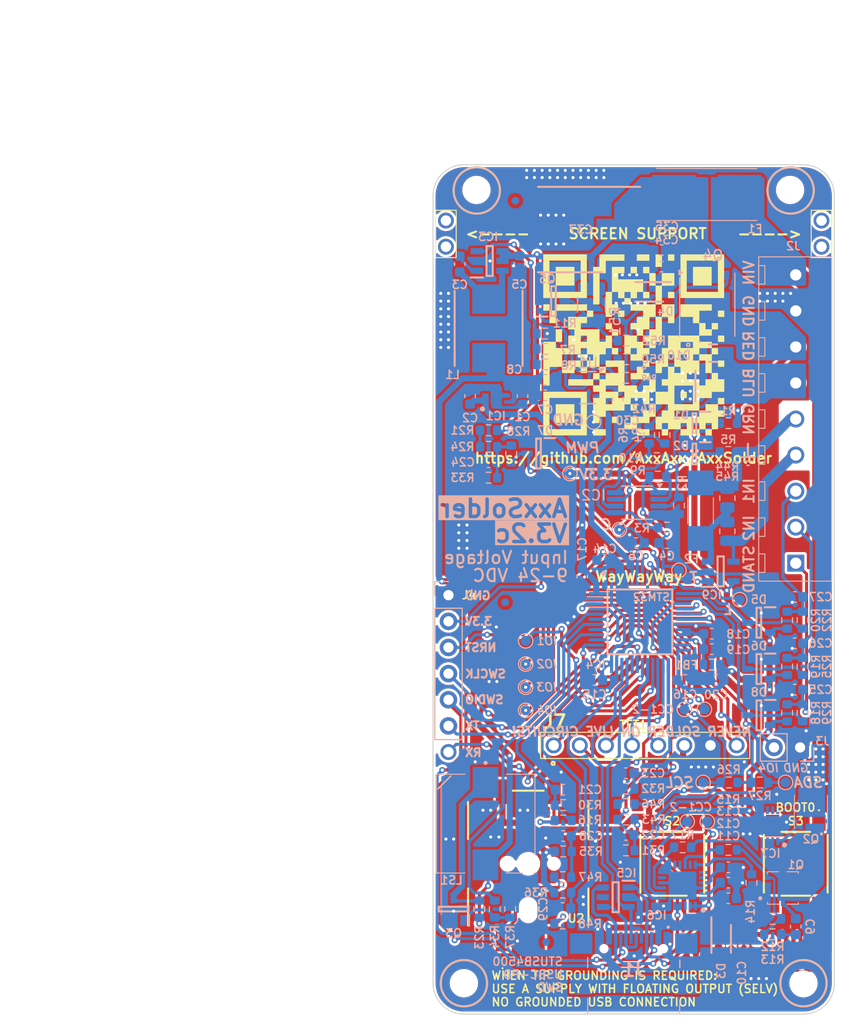
<source format=kicad_pcb>
(kicad_pcb (version 20240108) (generator "pcbnew") (generator_version "8.0")
  (layers (0 "F.Cu" signal) (31 "B.Cu" signal) (34 "B.Paste" user) (35 "F.Paste" user) (36 "B.SilkS" user "B.Silkscreen") (37 "F.SilkS" user "F.Silkscreen") (38 "B.Mask" user) (39 "F.Mask" user) (44 "Edge.Cuts" user))
  (net 0 "")
  (net 1 "/SPI_CS")
  (net 2 "+3.3V")
  (net 3 "/ENC_B")
  (net 4 "/SWCLK")
  (net 5 "/SWDIO")
  (net 6 "/RED")
  (net 7 "/BLUE")
  (net 8 "/Stand_inp")
  (net 9 "/GREEN")
  (net 10 "/SPI_MOSI")
  (net 11 "/SPI_SCK")
  (net 12 "/SPI_DC")
  (net 13 "/SPI_RST")
  (net 14 "/Buzzer")
  (net 15 "GND")
  (net 16 "/SD_CS")
  (net 17 "Net-(LS1--)")
  (net 18 "/NRST")
  (net 19 "/USB_D-")
  (net 20 "/USB_D+")
  (net 21 "/VBUS")
  (net 22 "/SCL")
  (net 23 "/SDA")
  (net 24 "/Handle_inp2")
  (net 25 "/Handle_inp1")
  (net 26 "/VDD_IN")
  (net 27 "/CC2")
  (net 28 "/CC1")
  (net 29 "/SW1")
  (net 30 "/TC")
  (net 31 "/SW2")
  (net 32 "/SW3")
  (net 33 "/Heater")
  (net 34 "Net-(IC3-CB)")
  (net 35 "Net-(IC3-SW)")
  (net 36 "Net-(C9-Pad1)")
  (net 37 "Net-(IC6-VREG_2V7)")
  (net 38 "Net-(IC6-VREG_1V2)")
  (net 39 "/ENC_A")
  (net 40 "Net-(C24-Pad1)")
  (net 41 "Net-(IC2A-+)")
  (net 42 "Net-(IC2A--)")
  (net 43 "Net-(IC2B-+)")
  (net 44 "Net-(IC2B--)")
  (net 45 "Net-(IC3-FB)")
  (net 47 "Net-(IC6-DISCH)")
  (net 48 "VDD")
  (net 49 "/VCCA")
  (net 50 "/VDD_IN_USBCPD")
  (net 51 "/USR1")
  (net 52 "/USR2")
  (net 53 "/USART_RX")
  (net 54 "Net-(IC6-VBUS_EN_SNK)")
  (net 55 "/CURRENT")
  (net 56 "/USR3")
  (net 57 "/USR4")
  (net 58 "/VBUS_IN")
  (net 59 "/USART_TX")
  (net 60 "/CC2_")
  (net 61 "/CC1_")
  (net 62 "Net-(IC6-VBUS_VS_DISCH)")
  (net 63 "Earth")
  (net 64 "/S_sense")
  (net 65 "/H_sense2")
  (net 66 "/H_sense1")
  (net 67 "Net-(IC7-GATE)")
  (net 69 "+7.5V")
  (net 70 "Net-(Q3-G)")
  (net 71 "Net-(R21-Pad1)")
  (net 75 "Net-(Q1-G)")
  (net 76 "/I_LEAK")
  (net 77 "Net-(IC9-IN+)")
  (net 78 "Net-(R43-Pad2)")
  (net 79 "Net-(R46-Pad2)")
  (net 80 "Net-(R47-Pad2)")
  (net 81 "Net-(R48-Pad2)")
  (net 82 "/S1")
  (net 83 "unconnected-(J1-SHIELD-PadS2)")
  (net 84 "Net-(Q4-G)")
  (net 85 "Net-(Q5-G)")
  (net 86 "Net-(Q5-D)")
  (footprint "footprints:Adafruit_240x320_TFT" (layer "F.Cu") (at 180.46 126.592)
    (property "Reference" "TFT1")
    (property "Value" "~" (hide yes))
  )
  (footprint "footprints:TSW-108-XX-YY-S" (layer "F.Cu") (at 172.72 123.9)
    (property "Reference" "J7")
    (property "Value" "TSW-108-07-T-S" (hide yes))
  )
  (footprint "footprints:ADTSM644RVTR" (layer "F.Cu") (at 196.25 135.4 -90)
    (property "Reference" "S3")
    (property "Value" "ADTSM644RVTR" (hide yes))
  )
  (footprint "MountingHole:MountingHole_2.5mm" (layer "F.Cu") (at 197 147)
    (property "Reference" "H2" (hide yes))
    (property "Value" "MountingHole" (hide yes))
  )
  (footprint "footprints:PEC11J9215FS0015" (layer "F.Cu") (at 170.25 135.4)
    (property "Reference" "U2")
    (property "Value" "PEC11J-9215F-S0015" (hide yes))
  )
  (footprint "footprints:TSW-101-XX-YY-S" (layer "F.Cu") (at 162.5 124.55)
    (property "Reference" "TP13" (hide yes))
    (property "Value" "DIAG_TP" (hide yes))
  )
  (footprint "footprints:ADTSM644RVTR" (layer "F.Cu") (at 184.25 135.4 -90)
    (property "Reference" "S2")
    (property "Value" "ADTSM644RVTR" (hide yes))
  )
  (footprint "LOGO" (layer "F.Cu") (at 180.5 85)
    (property "Reference" "G***" (hide yes))
    (property "Value" "LOGO" (hide yes))
  )
  (footprint "MountingHole:MountingHole_2.5mm" (layer "F.Cu") (at 164 147)
    (property "Reference" "H1" (hide yes))
    (property "Value" "MountingHole" (hide yes))
  )
  (footprint "Capacitor_SMD:C_0603_1608Metric" (layer "B.Cu") (at 179.75 126.6 180)
    (property "Reference" "C23")
    (property "Value" "100n")
  )
  (footprint "footprints:INDPM7366X300N" (layer "B.Cu") (at 166.4 83.4 -90)
    (property "Reference" "L1")
    (property "Value" "SRP7028CC-150M" (hide yes))
  )
  (footprint "footprints:STL10N3LLH5" (layer "B.Cu") (at 197.725 130.355 180)
    (property "Reference" "Q2")
    (property "Value" "STL10N3LLH5" (hide yes))
  )
  (footprint "TestPoint:TestPoint_Pad_D1.0mm" (layer "B.Cu") (at 185.427179 120.4 180)
    (property "Reference" "TP2" (hide yes))
    (property "Value" "DIAG_TP")
  )
  (footprint "TestPoint:TestPoint_Pad_D1.0mm" (layer "B.Cu") (at 170 116 180)
    (property "Reference" "TP6" (hide yes))
    (property "Value" "DIAG_TP" (hide yes))
  )
  (footprint "Capacitor_SMD:C_0603_1608Metric" (layer "B.Cu") (at 180.75 104.25 180)
    (property "Reference" "C6")
    (property "Value" "1n")
  )
  (footprint "footprints:691243110009" (layer "B.Cu") (at 196.25 106.2 -90)
    (property "Reference" "J2")
    (property "Value" "691243110009" (hide yes))
  )
  (footprint "TestPoint:TestPoint_Pad_D1.0mm" (layer "B.Cu") (at 190.8 109.75 180)
    (property "Reference" "TP9" (hide yes))
    (property "Value" "Current_TP")
  )
  (footprint "footprints:SOT95P230X110-3N" (layer "B.Cu") (at 192.6625 116.485 180)
    (property "Reference" "D6")
    (property "Value" "BAT54S" (hide yes))
  )
  (footprint "Resistor_SMD:R_0603_1608Metric" (layer "B.Cu") (at 173.65 129.7)
    (property "Reference" "R30")
    (property "Value" "4k7")
  )
  (footprint "Resistor_SMD:R_0603_1608Metric" (layer "B.Cu") (at 171.9 85.4)
    (property "Reference" "R7")
    (property "Value" "360k")
  )
  (footprint "footprints:QFP50P900X900X160-48N" (layer "B.Cu") (at 181.1 111.9 -90)
    (property "Reference" "IC4")
    (property "Value" "STM32G431CBT6" (hide yes))
  )
  (footprint "Connector_PinHeader_2.54mm:PinHeader_1x02_P2.54mm_Vertical" (layer "B.Cu") (at 196.675 124.1 90)
    (property "Reference" "J3")
    (property "Value" "TSW-102-07-T-S")
  )
  (footprint "Resistor_SMD:R_0603_1608Metric" (layer "B.Cu") (at 168.5 139.8 90)
    (property "Reference" "R37")
    (property "Value" "4k7")
  )
  (footprint "Resistor_SMD:R_0603_1608Metric" (layer "B.Cu") (at 188.075 116.05)
    (property "Reference" "FB1")
    (property "Value" "BLM18HE601SN1D")
  )
  (footprint "Resistor_SMD:R_0603_1608Metric" (layer "B.Cu") (at 171.9 86.9)
    (property "Reference" "R8")
    (property "Value" "360k")
  )
  (footprint "Resistor_SMD:R_0603_1608Metric" (layer "B.Cu") (at 189.7 134.05)
    (property "Reference" "R15")
    (property "Value" "22k")
  )
  (footprint "Resistor_SMD:R_0603_1608Metric" (layer "B.Cu") (at 196.9125 116.235 90)
    (property "Reference" "R25")
    (property "Value" "4k7")
  )
  (footprint "Fiducial:Fiducial_0.75mm_Mask1.5mm" (layer "B.Cu") (at 169 71 180)
    (property "Reference" "FID3" (hide yes))
    (property "Value" "Fiducial")
  )
  (footprint "Resistor_SMD:R_0603_1608Metric" (layer "B.Cu") (at 171.9 83.9 180)
    (property "Reference" "R11")
    (property "Value" "22k")
  )
  (footprint "Capacitor_SMD:C_0603_1608Metric" (layer "B.Cu") (at 189.7 138.75)
    (property "Reference" "C11")
    (property "Value" "10u")
  )
  (footprint "Capacitor_SMD:C_0603_1608Metric" (layer "B.Cu") (at 171.9 89.9 180)
    (property "Reference" "C7")
    (property "Value" "10u")
  )
  (footprint "Capacitor_SMD:C_0603_1608Metric" (layer "B.Cu") (at 169.4 77.125 90)
    (property "Reference" "C5")
    (property "Value" "10u")
  )
  (footprint "Package_TO_SOT_SMD:TDSON-8-1" (layer "B.Cu") (at 187.65 81.1 -90)
    (property "Reference" "Q4")
    (property "Value" "BSZ180P03NS3E")
  )
  (footprint "footprints:RHDR6W97P0X254_1X6_1574X250X865P" (layer "B.Cu") (at 162.5 109.31 -90)
    (property "Reference" "J4")
    (property "Value" "61300611821" (hide yes))
  )
  (footprint "Capacitor_SMD:C_0603_1608Metric" (layer "B.Cu") (at 185.5 117.55)
    (property "Reference" "C16")
    (property "Value" "100n")
  )
  (footprint "Resistor_SMD:R_0603_1608Metric" (layer "B.Cu") (at 168.6 95.6 -90)
    (property "Reference" "R28")
    (property "Value" "4k7")
  )
  (footprint "Capacitor_SMD:C_0603_1608Metric" (layer "B.Cu") (at 178.95 90.275 90)
    (property "Reference" "C30")
    (property "Value" "10u")
  )
  (footprint "Resistor_SMD:R_0603_1608Metric" (layer "B.Cu") (at 179.775 84.575 180)
    (property "Reference" "R52")
    (property "Value" "100")
  )
  (footprint "Resistor_SMD:R_0603_1608Metric" (layer "B.Cu") (at 191.95 137.25 -90)
    (property "Reference" "R14")
    (property "Value" "1k5")
  )
  (footprint "Resistor_SMD:R_0603_1608Metric" (layer "B.Cu") (at 179.75 129.6)
    (property "Reference" "R46")
    (property "Value" "100")
  )
  (footprint "footprints:PMEG6020ER115" (layer "B.Cu") (at 188.2 85.8)
    (property "Reference" "D10")
    (property "Value" "PMEG6020ER" (hide yes))
  )
  (footprint "Resistor_SMD:R_0603_1608Metric" (layer "B.Cu") (at 173.6 138.2)
    (property "Reference" "R36")
    (property "Value" "4k7")
  )
  (footprint "footprints:CMI9653SSMTTR" (layer "B.Cu") (at 166.1 131.25 -90)
    (property "Reference" "LS1")
    (property "Value" "CMI-9653S-SMT-TR" (hide yes))
  )
  (footprint "TestPoint:TestPoint_Pad_D1.0mm" (layer "B.Cu") (at 187.25 127.5 180)
    (property "Reference" "TP15" (hide yes))
    (property "Value" "DIAG_TP")
  )
  (footprint "Capacitor_SMD:C_0603_1608Metric" (layer "B.Cu") (at 183.225 75.8)
    (property "Reference" "C35")
    (property "Value" "10u")
  )
  (footprint "TestPoint:TestPoint_Pad_D1.0mm" (layer "B.Cu") (at 185.7 131.3 90)
    (property "Reference" "TP8" (hide yes))
    (property "Value" "DIAG_TP")
  )
  (footprint "Resistor_SMD:R_0603_1608Metric" (layer "B.Cu") (at 173.65 131.2 180)
    (property "Reference" "R16")
    (property "Value" "100")
  )
  (footprint "Resistor_SMD:R_0805_2012Metric" (layer "B.Cu") (at 189.6 103.1125 90)
    (property "Reference" "R45")
    (property "Value" "100m")
  )
  (footprint "footprints:SODFL3619X98N" (layer "B.Cu") (at 189 142.7 -90)
    (property "Reference" "D3")
    (property "Value" "SMF4L24AT1G" (hide yes))
  )
  (footprint "TestPoint:TestPoint_Pad_D1.0mm" (layer "B.Cu") (at 170 113.75 180)
    (property "Reference" "TP4" (hide yes))
    (property "Value" "DIAG_TP")
  )
  (footprint "Resistor_SMD:R_0603_1608Metric" (layer "B.Cu") (at 189.7 92.6 180)
    (property "Reference" "R1")
    (property "Value" "1k5")
  )
  (footprint "Resistor_SMD:R_0603_1608Metric" (layer "B.Cu") (at 179.75 128.1 180)
    (property "Reference" "R32")
    (property "Value" "4k7")
  )
  (footprint "Capacitor_SMD:C_0603_1608Metric" (layer "B.Cu") (at 177.7 105.9 180)
    (property "Reference" "C14")
    (property "Value" "100n")
  )
  (footprint "Resistor_SMD:R_0603_1608Metric" (layer "B.Cu") (at 165.5 139.8 90)
    (property "Reference" "R23")
    (property "Value" "4k7")
  )
  (footprint "Package_SO:VSSOP-8_3x3mm_P0.65mm" (layer "B.Cu") (at 180.8125 100.325 180)
    (property "Reference" "IC2")
    (property "Value" "OPA2387DSGT")
  )
  (footprint "Capacitor_SMD:C_0603_1608Metric" (layer "B.Cu") (at 188.075 114.55)
    (property "Reference" "C19")
    (property "Value" "10u")
  )
  (footprint "Package_TO_SOT_SMD:SOT-23-5" (layer "B.Cu") (at 176.0375 89.15 180)
    (property "Reference" "U1")
    (property "Value" "COS1415")
  )
  (footprint "Resistor_SMD:R_0603_1608Metric" (layer "B.Cu") (at 179.75 134.1 180)
    (property "Reference" "R31")
    (property "Value" "4k7")
  )
  (footprint "footprints:SOT95P230X110-3N" (layer "B.Cu") (at 192.6625 120.985 180)
    (property "Reference" "D8")
    (property "Value" "BAT54S" (hide yes))
  )
  (footprint "Resistor_SMD:R_0603_1608Metric" (layer "B.Cu") (at 195.4125 120.735 90)
    (property "Reference" "R18")
    (property "Value" "4k7")
  )
  (footprint "Resistor_SMD:R_0603_1608Metric" (layer "B.Cu") (at 167 139.8 -90)
    (property "Reference" "R34")
    (property "Value" "100")
  )
  (footprint "Fiducial:Fiducial_0.75mm_Mask1.5mm" (layer "B.Cu") (at 168 110 180)
    (property "Reference" "FID1" (hide yes))
    (property "Value" "Fiducial")
  )
  (footprint "Capacitor_SMD:C_0603_1608Metric" (layer "B.Cu") (at 171.9 88.4 180)
    (property "Reference" "C8")
    (property "Value" "10u")
  )
  (footprint "Capacitor_SMD:C_0603_1608Metric" (layer "B.Cu") (at 196.1625 118.485 180)
    (property "Reference" "C25")
    (property "Value" "100n")
  )
  (footprint "TestPoint:TestPoint_Pad_D1.0mm" (layer "B.Cu") (at 195.25 127.5 180)
    (property "Reference" "TP16" (hide yes))
    (property "Value" "DIAG_TP")
  )
  (footprint "Resistor_SMD:R_0603_1608Metric" (layer "B.Cu") (at 189.75 127.5)
    (property "Reference" "R26")
    (property "Value" "4k7")
  )
  (footprint "Resistor_SMD:R_1210_3225Metric_Pad1.30x2.65mm_HandSolder" (layer "B.Cu") (at 176.4 81.1 -90)
    (property "Reference" "R51")
    (property "Value" "4k7")
  )
  (footprint "Resistor_SMD:R_0603_1608Metric" (layer "B.Cu") (at 196.9125 111.735 90)
    (property "Reference" "R22")
    (property "Value" "4k7")
  )
  (footprint "footprints:SOT95P230X110-3N" (layer "B.Cu") (at 172.7 80.75)
    (property "Reference" "Q5")
    (property "Value" "2N7002NXAKR" (hide yes))
  )
  (footprint "Resistor_SMD:R_0603_1608Metric" (layer "B.Cu") (at 194 140.75 180)
    (property "Reference" "R12")
    (property "Value" "22k")
  )
  (footprint "footprints:SOT65P210X110-3N" (layer "B.Cu") (at 186.4 95.6 180)
    (property "Reference" "D2")
    (property "Value" "BAV199WQ-7" (hide yes))
  )
  (footprint "Resistor_SMD:R_0603_1608Metric" (layer "B.Cu") (at 173.6 136.7 180)
    (property "Reference" "R47")
    (property "Value" "100")
  )
  (footprint "footprints:RESC6432X89N" (layer "B.Cu") (at 186.5 89 180)
    (property "Reference" "R42")
    (property "Value" "5m" (hide yes))
  )
  (footprint "Resistor_SMD:R_0603_1608Metric" (layer "B.Cu") (at 182.75 96 180)
    (property "Reference" "R10")
    (property "Value" "220k")
  )
  (footprint "Capacitor_SMD:C_0603_1608Metric" (layer "B.Cu") (at 183.2 77.4)
    (property "Reference" "C34")
    (property "Value" "10u")
  )
  (footprint "Resistor_SMD:R_0603_1608Metric" (layer "B.Cu") (at 189.7 95.4 180)
    (property "Reference" "R5")
    (property "Value" "1k5")
  )
  (footprint "footprints:USB4110GFA" (layer "B.Cu") (at 180.5 146.25 180)
    (property "Reference" "J1")
    (property "Value" "USB4110-GF-A" (hide yes))
  )
  (footprint "Resistor_SMD:R_0603_1608Metric" (layer "B.Cu") (at 166.4 97.9 180)
    (property "Reference" "R33")
    (property "Value" "4k7")
  )
  (footprint "TestPoint:TestPoint_Pad_D1.0mm" (layer "B.Cu") (at 176.6 92.5 180)
    (property "Reference" "TP12" (hide yes))
    (property "Value" "GND_TP")
  )
  (footprint "Capacitor_SMD:C_0603_1608Metric" (layer "B.Cu") (at 189.7 137.24)
    (property "Reference" "C12")
    (property "Value" "10u")
  )
  (footprint "Capacitor_SMD:C_0603_1608Metric" (layer "B.Cu") (at 175.5 107.5 -90)
    (property "Reference" "C17")
    (property "Value" "100n")
  )
  (footprint "Capacitor_SMD:C_0603_1608Metric" (layer "B.Cu") (at 189.7 135.75)
    (property "Reference" "C13")
    (property "Value" "10u")
  )
  (footprint "Capacitor_SMD:C_0603_1608Metric" (layer "B.Cu") (at 164.6 89.975 90)
    (property "Reference" "C2")
    (property "Value" "10u")
  )
  (footprint "Capacitor_SMD:C_0603_1608Metric" (layer "B.Cu") (at 173.65 132.7 180)
    (property "Reference" "C28")
    (property "Value" "100n")
  )
  (footprint "Resistor_SMD:R_0603_1608Metric" (layer "B.Cu") (at 166.4 93.3)
    (property "Reference" "R21")
    (property "Value" "22k")
  )
  (footprint "Capacitor_SMD:C_0603_1608Metric" (layer "B.Cu") (at 173.65 128.2)
    (property "Reference" "C21")
    (property "Value" "100n")
  )
  (footprint "Resistor_SMD:R_0603_1608Metric" (layer "B.Cu") (at 196.9125 120.735 90)
    (property "Reference" "R29")
    (property "Value" "4k7")
  )
  (footprint "Resistor_SMD:R_0603_1608Metric" (layer "B.Cu") (at 185.25 133.8)
    (property "Reference" "R17")
    (property "Value" "1k5")
  )
  (footprint "Resistor_SMD:R_0603_1608Metric" (layer "B.Cu") (at 179.775 86.3875)
    (property "Reference" "R50")
    (property "Value" "4k7")
  )
  (footprint "Capacitor_SMD:C_0603_1608Metric" (layer "B.Cu") (at 173.6 139.7 180)
    (property "Reference" "C29")
    (property "Value" "100n")
  )
  (footprint "footprints:SODFL3619X98N" (layer "B.Cu") (at 182 79.85 180)
    (property "Reference" "D4")
    (property "Value" "SMF4L24AT1G" (hide yes))
  )
  (footprint "Resistor_SMD:R_0603_1608Metric" (layer "B.Cu") (at 183.725 102.75)
    (property "Reference" "R3")
    (property "Value" "220k")
  )
  (footprint "footprints:QFN50P400X400X100-25N-D" (layer "B.Cu") (at 185.25 137.5 90)
    (property "Reference" "IC6")
    (property "Value" "STUSB4500QTR" (hide yes))
  )
  (footprint "Capacitor_SMD:C_0603_1608Metric" (layer "B.Cu") (at 196.25 141.5 90)
    (property "Reference" "C9")
    (property "Value" "100n")
  )
  (footprint "TestPoint:TestPoint_Pad_D1.0mm" (layer "B.Cu") (at 187.65 131.3 90)
    (property "Reference" "TP7" (hide yes))
    (property "Value" "DIAG_TP")
  )
  (footprint "footprints:STL9P3LLH6" (layer "B.Cu") (at 195 137.75 90)
    (property "Reference" "Q1")
    (property "Value" "STL9P3LLH6" (hide yes))
  )
  (footprint "TestPoint:TestPoint_Pad_D1.0mm" (layer "B.Cu") (at 174.3 97.5 180)
    (property "Reference" "TP3" (hide yes))
    (property "Value" "3.3V_TP")
  )
  (footprint "Capacitor_SMD:C_0603_1608Metric" (layer "B.Cu") (at 179.75 132.6 180)
    (property "Reference" "C22")
    (property "Value" "100n")
  )
  (footprint "footprints:SON50P300X200X80-9N" (layer "B.Cu") (at 193.75 131.7 90)
    (property "Reference" "IC7")
    (property "Value" "MAX16171ATA_VY+T" (hide yes))
  )
  (footprint "footprints:TSW-102-XX-YY-S" (layer "B.Cu") (at 198.75 72.925 -90)
    (property "Reference" "J6" (hide yes))
    (property "Value" "TSW-102-07-T-S" (hide yes))
  )
  (footprint "Capacitor_SMD:C_0603_1608Metric" (layer "B.Cu") (at 191 143.4 90)
    (property "Reference" "C10")
    (property "Value" "10u")
  )
  (footprint "Resistor_SMD:R_0603_1608Metric" (layer "B.Cu") (at 179.775 88.2 180)
    (property "Reference" "R49")
    (property "Value" "100")
  )
  (footprint "Capacitor_SMD:C_0603_1608Metric" (layer "B.Cu") (at 176.7 117.55 180)
    (property "Reference" "C15")
    (property "Value" "100n")
  )
  (footprint "Resistor_SMD:R_0603_1608Metric" (layer "B.Cu") (at 195.4125 116.235 90)
    (property "Reference" "R19")
    (property "Value" "4k7")
  )
  (footprint "footprints:CAPAE830X1050N" (layer "B.Cu") (at 175.35 73.8 180)
    (property "Reference" "C37")
    (property "Value" "220u" (hide yes))
  )
  (footprint "footprints:SOT95P230X110-3N" (layer "B.Cu") (at 171.25 95.55 180)
    (property "Reference" "D7")
    (property "Value" "BAT54S" (hide yes))
  )
  (footprint "Capacitor_SMD:C_0603_1608Metric" (layer "B.Cu") (at 183.725 104.25)
    (property "Reference" "C4")
    (property "Value" "1n")
  )
  (footprint "Capacitor_SMD:C_0603_1608Metric" (layer "B.Cu") (at 169.7 89.975 -90)
    (property "Reference" "C1")
    (property "Value" "10u")
  )
  (footprint "Resistor_SMD:R_0603_1608Metric" (layer "B.Cu") (at 182.85 97.8)
    (property "Reference" "R9")
    (property "Value" "360k")
  )
  (footprint "Capacitor_SMD:C_0603_1608Metric" (layer "B.Cu") (at 188.075 113.05)
    (property "Reference" "C18")
    (property "Value" "100n")
  )
  (footprint "Capacitor_SMD:C_0603_1608Metric" (layer "B.Cu") (at 166.4 96.4 180)
    (property "Reference" "C24")
    (property "Value" "100n")
  )
  (footprint "TestPoint:TestPoint_Pad_D1.0mm" (layer "B.Cu") (at 184.9 106.9 180)
    (property "Reference" "TP11" (hide yes))
    (property "Value" "TC_TP")
  )
  (footprint "footprints:SOT65P210X110-3N" (layer "B.Cu") (at 186.4 92.65 180)
    (property "Reference" "D1")
    (property "Value" "BAV199WQ-7" (hide yes))
  )
  (footprint "Resistor_SMD:R_0603_1608Metric" (layer "B.Cu") (at 179.75 131.1)
    (property "Reference" "R43")
    (property "Value" "100")
  )
  (footprint "footprints:0154100DR" (layer "B.Cu") (at 187.6 70.4)
    (property "Reference" "F1")
    (property "Value" "0154007.DR" (hide yes))
  )
  (footprint "TestPoint:TestPoint_Pad_D1.0mm" (layer "B.Cu") (at 170 118.25 180)
    (property "Reference" "TP5" (hide yes))
    (property "Value" "DIAG_TP")
  )
  (footprint "footprints:SOT95P230X110-3N" (layer "B.Cu") (at 163 139.8 90)
    (property "Reference" "Q3")
    (property "Value" "2N7002NXAKR" (hide yes))
  )
  (footprint "footprints:SOT95P280X145-6N" (layer "B.Cu") (at 166.5 76.85)
    (property "Reference" "IC3")
    (property "Value" "LMR54406DBVR" (hide yes))
  )
  (footprint "footprints:SOT95P280X145-5N" (layer "B.Cu") (at 188.95 107)
    (property "Reference" "IC9")
    (property "Value" "INA281A5QDBVRQ1" (hide yes))
  )
  (footprint "Resistor_SMD:R_0603_1608Metric" (layer "B.Cu") (at 182 93.75 90)
    (property "Reference" "R6")
    (property "Value" "4k7")
  )
  (footprint "Resistor_SMD:R_0603_1608Metric" (layer "B.Cu") (at 194 142.25)
    (property "Reference" "R13")
    (property "Value" "100")
  )
  (footprint "Resistor_SMD:R_0603_1608Metric" (layer "B.Cu") (at 184.9 100.6 -90)
    (property "Reference" "R2")
    (property "Value" "360k")
  )
  (footprint "footprints:SF2410FP100W2" (layer "B.Cu") (at 187 101.1 90)
    (property "Reference" "F2")
    (property "Value" "SF-2410FP100W-2" (hide yes))
  )
  (footprint "Capacitor_SMD:C_0603_1608Metric" (layer "B.Cu") (at 163.6 77.15 -90)
    (property "Reference" "C3")
    (property "Value" "100n")
  )
  (footprint "footprints:TSW-102-XX-YY-S" (layer "B.Cu") (at 162.25 72.925 -90)
    (property "Reference" "J5" (hide yes))
    (property "Value" "TSW-102-07-T-S" (hide yes))
  )
  (footprint "TestPoint:TestPoint_Pad_D1.0mm" (layer "B.Cu") (at 179.1 102.95 180)
    (property "Reference" "TP10" (hide yes))
    (property "Value" "Current_TP")
  )
  (footprint "Capacitor_SMD:C_0603_1608Metric" (layer "B.Cu") (at 196.1625 113.985 180)
    (property "Reference" "C26")
    (property "Value" "100n")
  )
  (footprint "footprints:SOT95P230X110-3N" (layer "B.Cu") (at 192.6625 111.985 180)
    (property "Reference" "D5")
    (property "Value" "BAT54S" (hide yes))
  )
  (footprint "TestPoint:TestPoint_Pad_D1.0mm" (layer "B.Cu") (at 170 120.5 180)
    (property "Reference" "TP14" (hide yes))
    (property "Value" "DIAG_TP")
  )
  (footprint "Resistor_SMD:R_0603_1608Metric" (layer "B.Cu") (at 173.65 134.2 180)
    (property "Reference" "R35")
    (property "Value" "4k7")
  )
  (footprint "TestPoint:TestPoint_Pad_D1.0mm" (layer "B.Cu") (at 187.372699 120.395198 180)
    (property "Reference" "TP1" (hide yes))
    (property "Value" "DIAG_TP")
  )
  (footprint "Resistor_SMD:R_0603_1608Metric" (layer "B.Cu") (at 192.75 127.5 180)
    (property "Reference" "R27")
    (property "Value" "4k7")
  )
  (footprint "Resistor_SMD:R_0603_1608Metric" (layer "B.Cu") (at 195.4125 111.735 90)
    (property "Reference" "R20")
    (property "Value" "4k7")
  )
  (footprint "Fiducial:Fiducial_0.75mm_Mask1.5mm" (layer "B.Cu") (at 172 143 180)
    (property "Reference" "FID2" (hide yes))
    (property "Value" "Fiducial")
  )
  (footprint "Resistor_SMD:R_0603_1608Metric" (layer "B.Cu") (at 173.6 141.2 180)
    (property "Reference" "R48")
    (property "Value" "100")
  )
  (footprint "footprints:SON65P200X200X80-7N" (layer "B.Cu") (at 167.15 89.9)
    (property "Reference" "IC1")
    (property "Value" "TLV76733DRVR" (hide yes))
  )
  (footprint "Capacitor_SMD:C_0603_1608Metric" (layer "B.Cu") (at 188.5 117.55)
    (property "Reference" "C20")
    (property "Value" "10u")
  )
  (footprint "Resistor_SMD:R_0603_1608Metric" (layer "B.Cu") (at 183.5 93.75 -90)
    (property "Reference" "R4")
    (property "Value" "4k7")
  )
  (footprint "Resistor_SMD:R_0603_1608Metric" (layer "B.Cu") (at 166.4 94.9 180)
    (property "Reference" "R24")
    (property "Value" "22k")
  )
  (footprint "Resistor_SMD:R_0805_2012Metric" (layer "B.Cu") (at 189.6 99.8875 90)
    (property "Reference" "R44")
    (property "Value" "1M")
  )
  (footprint "footprints:SOT95P280X145-6N" (layer "B.Cu") (at 178.75 138.65 180)
    (property "Reference" "IC5")
    (property "Value" "TPD4E1U06DBVR" (hide yes))
  )
  (footprint "Capacitor_SMD:C_0603_1608Metric" (layer "B.Cu") (at 196.1625 109.485 180)
    (property "Reference" "C27")
    (property "Value" "100n")
  )
  (gr_circle (center 181.5 87.2) (end 181.65 87.2) (stroke (width 0.15)) (fill none) (layer "B.SilkS"))
  (gr_circle (center 165.25 70) (end 167.5 70) (stroke (width 0.2)) (fill none) (layer "B.SilkS"))
  (gr_line (start 161.475 128.125) (end 162.725 126.875) (stroke (width 0.15)) (layer "B.SilkS"))
  (gr_circle (center 185.8 85) (end 185.95 85) (stroke (width 0.15)) (fill none) (layer "B.SilkS"))
  (gr_circle (center 195.75 70) (end 198 70) (stroke (width 0.2)) (fill none) (layer "B.SilkS"))
  (gr_circle (center 164 147) (end 166.25 147) (stroke (width 0.2)) (fill none) (layer "B.SilkS"))
  (gr_line (start 192.3 95.9) (end 190.9 95.9) (stroke (width 0.15)) (layer "B.SilkS"))
  (gr_line (start 191.7 96.7) (end 191.5 96.7) (stroke (width 0.15)) (layer "B.SilkS"))
  (gr_line (start 192 96.3) (end 191.2 96.3) (stroke (width 0.15)) (layer "B.SilkS"))
  (gr_circle (center 197 147) (end 199.25 147) (stroke (width 0.2)) (fill none) (layer "B.SilkS"))
  (gr_line (start 191.6 94.6) (end 191.6 95.8) (stroke (width 0.2)) (layer "B.SilkS"))
  (gr_circle (center 198.75 132.5) (end 198.828346 132.5) (stroke (width 0.15)) (fill none) (layer "B.SilkS"))
  (gr_circle (center 197 147) (end 199.25 147) (stroke (width 0.2)) (fill none) (layer "F.SilkS"))
  (gr_circle (center 195.75 70) (end 198 70) (stroke (width 0.2)) (fill none) (layer "F.SilkS"))
  (gr_circle (center 165.25 70) (end 167.5 70) (stroke (width 0.2)) (fill none) (layer "F.SilkS"))
  (gr_circle (center 164 147) (end 166.25 147) (stroke (width 0.2)) (fill none) (layer "F.SilkS"))
  (gr_line (start 200 70.5) (end 200 147) (stroke (width 0.1)) (layer "Edge.Cuts"))
  (gr_arc (start 161 70.5) (mid 161.87868 68.37868) (end 164 67.5) (stroke (width 0.1)) (layer "Edge.Cuts"))
  (gr_arc (start 197 67.5) (mid 199.12132 68.37868) (end 200 70.5) (stroke (width 0.1)) (layer "Edge.Cuts"))
  (gr_arc (start 164 150) (mid 161.87868 149.12132) (end 161 147) (stroke (width 0.1)) (layer "Edge.Cuts"))
  (gr_arc (start 200 147) (mid 199.12132 149.12132) (end 197 150) (stroke (width 0.1)) (layer "Edge.Cuts"))
  (gr_line (start 161 147) (end 161 70.5) (stroke (width 0.1)) (layer "Edge.Cuts"))
  (gr_line (start 164 67.5) (end 197 67.5) (stroke (width 0.1)) (layer "Edge.Cuts"))
  (gr_line (start 197 150) (end 164 150) (stroke (width 0.1)) (layer "Edge.Cuts"))
  (gr_text "AxxSolder" (at 187.9 142.7 0) (layer "F.Cu" knockout) (effects (font (size 1.5 1.5) (thickness 0.3) (bold yes)) (justify left)))
  (gr_text "V3.2c luicer\n" (at 185.7 144.9 0) (layer "F.Cu" knockout) (effects (font (size 1.5 1.5) (thickness 0.3) (bold yes)) (justify left)))
  (gr_text "V3.2c\n\n" (at 174.25 104.7 0) (layer "B.SilkS" knockout) (effects (font (size 1.7 1.7) (thickness 0.34) (bold yes)) (justify left mirror)))
  (gr_text "AxxSolder" (at 174.25 100.9 0) (layer "B.SilkS" knockout) (effects (font (size 1.7 1.7) (thickness 0.34) (bold yes)) (justify left mirror)))
  (gr_text "STUSB4500" (at 173.7 144.9 0) (layer "B.SilkS") (effects (font (size 0.8 0.8) (thickness 0.15) (bold yes)) (justify left mirror)))
  (gr_text "RX" (at 164 124.6 0) (layer "B.SilkS") (effects (font (size 0.8 0.8) (thickness 0.2) (bold yes)) (justify right mirror)))
  (gr_text "GND" (at 191.7 81.7 90) (layer "B.SilkS") (effects (font (size 1 1) (thickness 0.2) (bold yes)) (justify mirror)))
  (gr_text "SWCLK" (at 164 116.96 0) (layer "B.SilkS") (effects (font (size 0.8 0.8) (thickness 0.2) (bold yes)) (justify right mirror)))
  (gr_text "3.3V" (at 176.9 97.6 0) (layer "B.SilkS") (effects (font (size 1 1) (thickness 0.2) (bold yes) (italic yes)) (justify mirror)))
  (gr_text "PWM" (at 175.575 95 0) (layer "B.SilkS") (effects (font (size 1 1) (thickness 0.2) (bold yes) (italic yes)) (justify mirror)))
  (gr_text "SWDIO" (at 164 119.46 0) (layer "B.SilkS") (effects (font (size 0.8 0.8) (thickness 0.2) (bold yes)) (justify right mirror)))
  (gr_text "SDA" (at 197.5 127.5 0) (layer "B.SilkS") (effects (font (size 1 1) (thickness 0.2) (bold yes) (italic yes)) (justify mirror)))
  (gr_text "IO4" (at 192.55 126.1 0) (layer "B.SilkS") (effects (font (size 0.8 0.8) (thickness 0.15) (bold yes) (italic yes)) (justify right mirror)))
  (gr_text "NRST" (at 164 114.4 0) (layer "B.SilkS") (effects (font (size 0.8 0.8) (thickness 0.2) (bold yes)) (justify right mirror)))
  (gr_text "9-24 VDC" (at 174.25 107.4 0) (layer "B.SilkS") (effects (font (size 1.2 1.2) (thickness 0.2)) (justify left mirror)))
  (gr_text "VIN" (at 191.7 78 90) (layer "B.SilkS") (effects (font (size 1 1) (thickness 0.2) (bold yes)) (justify mirror)))
  (gr_text "IN1" (at 191.7 99.2 90) (layer "B.SilkS") (effects (font (size 1 1) (thickness 0.2) (bold yes)) (justify mirror)))
  (gr_text "L" (at 189.7 110.7 0) (layer "B.SilkS") (effects (font (size 1 1) (thickness 0.2) (bold yes) (italic yes)) (justify mirror)))
  (gr_text "STAND" (at 191.7 106.8 90) (layer "B.SilkS") (effects (font (size 1 1) (thickness 0.2) (bold yes)) (justify mirror)))
  (gr_text "TX" (at 164 122 0) (layer "B.SilkS") (effects (font (size 0.8 0.8) (thickness 0.2) (bold yes)) (justify right mirror)))
  (gr_text "STM32" (at 184.1 109.5 0) (layer "B.SilkS") (effects (font (size 0.75 0.75) (thickness 0.15) (bold yes)) (justify left mirror)))
  (gr_text "GND" (at 174.2 92.3 0) (layer "B.SilkS") (effects (font (size 1 1) (thickness 0.2) (bold yes) (italic yes)) (justify mirror)))
  (gr_text "USBC-PD" (at 173.7 146.15 0) (layer "B.SilkS") (effects (font (size 0.8 0.8) (thickness 0.15) (bold yes)) (justify left mirror)))
  (gr_text "GND" (at 196.3 126.1 0) (layer "B.SilkS") (effects (font (size 0.8 0.8) (thickness 0.15) (bold yes) (italic yes)) (justify mirror)))
  (gr_text "RED" (at 191.7 85.1 90) (layer "B.SilkS") (effects (font (size 1 1) (thickness 0.2) (bold yes)) (justify mirror)))
  (gr_text "GND" (at 164 109.36 0) (layer "B.SilkS") (effects (font (size 0.8 0.8) (thickness 0.2) (bold yes)) (justify right mirror)))
  (gr_text "GRN" (at 191.7 92.2 90) (layer "B.SilkS") (effects (font (size 1 1) (thickness 0.2) (bold yes)) (justify mirror)))
  (gr_text "NEVER SOLDER ON LIVE CIRCUITS!" (at 192.1 123.1 0) (layer "B.SilkS") (effects (font (size 0.9 0.9) (thickness 0.2) (bold yes) (italic yes)) (justify left bottom mirror)))
  (gr_text "CC1-2" (at 186.1 129.9 0) (layer "B.SilkS") (effects (font (size 0.8 0.8) (thickness 0.15) (bold yes) (italic yes)) (justify mirror)))
  (gr_text "SWD" (at 173.7 147.4 0) (layer "B.SilkS") (effects (font (size 0.8 0.8) (thickness 0.15) (bold yes)) (justify left mirror)))
  (gr_text "IO1" (at 171 113.75 0) (layer "B.SilkS") (effects (font (size 0.8 0.8) (thickness 0.15) (bold yes) (italic yes)) (justify right mirror)))
  (gr_text "IO3" (at 171 118.25 0) (layer "B.SilkS") (effects (font (size 0.8 0.8) (thickness 0.15) (bold yes) (italic yes)) (justify right mirror)))
  (gr_text "IO2" (at 171 116 0) (layer "B.SilkS") (effects (font (size 0.8 0.8) (thickness 0.15) (bold yes) (italic yes)) (justify right mirror)))
  (gr_text "IO4" (at 171 120.5 0) (layer "B.SilkS") (effects (font (size 0.8 0.8) (thickness 0.15) (bold yes) (italic yes)) (justify right mirror)))
  (gr_text "BLU" (at 191.7 88.7 90) (layer "B.SilkS") (effects (font (size 1 1) (thickness 0.2) (bold yes)) (justify mirror)))
  (gr_text "C" (at 177.9 102.45 0) (layer "B.SilkS") (effects (font (size 1 1) (thickness 0.2) (bold yes) (italic yes)) (justify mirror)))
  (gr_text "IN2" (at 191.7 102.8 90) (layer "B.SilkS") (effects (font (size 1 1) (thickness 0.2) (bold yes)) (justify mirror)))
  (gr_text "Input Voltage" (at 174.25 105.65 0) (layer "B.SilkS") (effects (font (size 1.2 1.2) (thickness 0.2)) (justify left mirror)))
  (gr_text "3.3V" (at 164 111.86 0) (layer "B.SilkS") (effects (font (size 0.8 0.8) (thickness 0.2) (bold yes)) (justify right mirror)))
  (gr_text "T" (at 186.4 107.6 0) (layer "B.SilkS") (effects (font (size 1 1) (thickness 0.2) (bold yes) (italic yes)) (justify mirror)))
  (gr_text "SCL" (at 185 127.5 0) (layer "B.SilkS") (effects (font (size 1 1) (thickness 0.2) (bold yes) (italic yes)) (justify mirror)))
  (gr_text "CC1-2" (at 182.4 120.4 0) (layer "B.SilkS") (effects (font (size 0.8 0.8) (thickness 0.15) (bold yes) (italic yes)) (justify mirror)))
  (gr_text "https://github.com/AxxAxx/AxxSolder" (at 179.5 96 0) (layer "F.SilkS") (effects (font (size 1 1) (thickness 0.2) (bold yes))))
  (gr_text "WayWayWay" (at 181 107.5 0) (layer "F.SilkS") (effects (font (size 1 1) (thickness 0.2) (bold yes))))
  (gr_text "<----     SCREEN SUPPORT    ---->" (at 180.5 74.2 0) (layer "F.SilkS") (effects (font (size 1 1) (thickness 0.2) (bold yes))))
  (gr_text "BOOT0" (at 194.2 130.4 0) (layer "F.SilkS") (effects (font (size 0.8 0.8) (thickness 0.15) (bold yes)) (justify left bottom)))
  (gr_text "WHEN TIP GROUNDING IS REQUIRED:\nUSE A SUPPLY WITH FLOATING OUTPUT (SELV)\nNO GROUNDED USB CONNECTION" (at 166.6 149.3 0) (layer "F.SilkS") (effects (font (size 0.8 0.8) (thickness 0.15) (bold yes)) (justify left bottom)))
  (segment (start 181.25 119.5) (end 180.75 119.5) (width 0.3) (layer "F.Cu") (net 1))
  (segment (start 180.75 119.5) (end 179.7 120.55) (width 0.3) (layer "F.Cu") (net 1))
  (segment (start 175.45 120.55) (end 173.7 122.3) (width 0.3) (layer "F.Cu") (net 1))
  (segment (start 173.7 122.3) (end 173.7 122.92) (width 0.3) (layer "F.Cu") (net 1))
  (segment (start 182.125 118.625) (end 181.25 119.5) (width 0.3) (layer "F.Cu") (net 1))
  (segment (start 179.7 120.55) (end 175.45 120.55) (width 0.3) (layer "F.Cu") (net 1))
  (segment (start 173.7 122.92) (end 172.72 123.9) (width 0.3) (layer "F.Cu") (net 1))
  (via (at 182.125 118.625) (size 0.6) (drill 0.3) (layers "F.Cu" "B.Cu") (net 1))
  (segment (start 182.35 118.4) (end 182.35 116.138) (width 0.3) (layer "B.Cu") (net 1))
  (segment (start 182.125 118.625) (end 182.35 118.4) (width 0.3) (layer "B.Cu") (net 1))
  (segment (start 172.72 123.9) (end 172.72 123.53) (width 0.3) (layer "B.Cu") (net 1))
  (segment (start 179.741919 97.430485) (end 180.911434 98.6) (width 0.6) (layer "F.Cu") (net 2))
  (segment (start 168 131.425) (end 169.125 131.425) (width 0.6) (layer "F.Cu") (net 2))
  (segment (start 172 132.05) (end 171.668629 132.05) (width 0.6) (layer "F.Cu") (net 2))
  (segment (start 181.925 131.425) (end 181.331675 130.831675) (width 0.6) (layer "F.Cu") (net 2))
  (segment (start 180.911434 98.6) (end 186.25 98.6) (width 0.6) (layer "F.Cu") (net 2))
  (segment (start 191.75 130.25) (end 192.925 131.425) (width 0.6) (layer "F.Cu") (net 2))
  (segment (start 167.75 128.4) (end 167.75 131.175) (width 0.6) (layer "F.Cu") (net 2))
  (segment (start 191.75 126.55) (end 191.75 130.25) (width 0.6) (layer "F.Cu") (net 2))
  (segment (start 192.7 123.485) (end 192.7 125.6) (width 0.6) (layer "F.Cu") (net 2))
  (segment (start 186.4 98.75) (end 186.4 105.7) (width 0.6) (layer "F.Cu") (net 2))
  (segment (start 183.124999 131.425) (end 182 131.425) (width 0.6) (layer "F.Cu") (net 2))
  (segment (start 189.55 109.65) (end 193.635 113.735) (width 0.6) (layer "F.Cu") (net 2))
  (segment (start 190.0375 116.7) (end 190.8375 117.5) (width 0.6) (layer "F.Cu") (net 2))
  (segment (start 177.35 116.46924) (end 177.85962 115.95962) (width 0.6) (layer "F.Cu") (net 2))
  (segment (start 189.55 108.85) (end 189.55 109.65) (width 0.6) (layer "F.Cu") (net 2))
  (segment (start 181.331675 130.831675) (end 180.518627 130.831675) (width 0.6) (layer "F.Cu") (net 2))
  (segment (start 170.818629 132.9) (end 170.6 132.9) (width 0.6) (layer "F.Cu") (net 2))
  (segment (start 193.7 118.485) (end 193.7 122.485) (width 0.6) (layer "F.Cu") (net 2))
  (segment (start 182 131.425) (end 182 130) (width 0.6) (layer "F.Cu") (net 2))
  (segment (start 186.4 105.7) (end 189.55 108.85) (width 0.6) (layer "F.Cu") (net 2))
  (segment (start 185.3 126.7) (end 185.3 124.02) (width 0.6) (layer "F.Cu") (net 2))
  (segment (start 185.3 124.02) (end 185.42 123.9) (width 0.6) (layer "F.Cu") (net 2))
  (segment (start 186.4 96.275) (end 186.4 93.75) (width 0.3) (layer "F.Cu") (net 2))
  (segment (start 192.7 125.6) (end 191.75 126.55) (width 0.6) (layer "F.Cu") (net 2))
  (segment (start 170.6 132.9) (end 172 134.3) (width 0.6) (layer "F.Cu") (net 2))
  (segment (start 172.025 132.075) (end 172 132.05) (width 0.6) (layer "F.Cu") (net 2))
  (segment (start 171.5 108.5) (end 171.5 106.5) (width 0.3) (layer "F.Cu") (net 2))
  (segment (start 182 131.425) (end 181.925 131.425) (width 0.6) (layer "F.Cu") (net 2))
  (segment (start 179.672404 97.5) (end 174.3 97.5) (width 0.6) (layer "F.Cu") (net 2))
  (segment (start 169.125 131.425) (end 170.6 132.9) (width 0.6) (layer "F.Cu") (net 2))
  (segment (start 193.7 122.485) (end 193.56962 122.61538) (width 0.6) (layer "F.Cu") (net 2))
  (segment (start 183.55025 131.850251) (end 183.124999 131.425) (width 0.6) (layer "F.Cu") (net 2))
  (segment (start 186.25 98.6) (end 186.4 98.75) (width 0.6) (layer "F.Cu") (net 2))
  (segment (start 182 130) (end 185.3 126.7) (width 0.6) (layer "F.Cu") (net 2))
  (segment (start 193.7 113.735) (end 193.7 117.5) (width 0.6) (layer "F.Cu") (net 2))
  (segment (start 180.518627 130.831675) (end 179.275302 132.075) (width 0.6) (layer "F.Cu") (net 2))
  (segment (start 190.8375 117.5) (end 193.7 117.5) (width 0.6) (layer "F.Cu") (net 2))
  (segment (start 167.75 131.175) (end 168 131.425) (width 0.6) (layer "F.Cu") (net 2))
  (segment (start 179.275302 132.075) (end 172.025 132.075) (width 0.6) (layer "F.Cu") (net 2))
  (segment (start 171.668629 132.05) (end 170.818629 132.9) (width 0.6) (layer "F.Cu") (net 2))
  (segment (start 171.5 106.5) (end 175.5 102.5) (width 0.3) (layer "F.Cu") (net 2))
  (segment (start 192.925 131.425) (end 194 131.425) (width 0.6) (layer "F.Cu") (net 2))
  (segment (start 179.741919 97.430485) (end 179.672404 97.5) (width 0.6) (layer "F.Cu") (net 2))
  (segment (start 193.56962 122.61538) (end 192.7 123.485) (width 0.6) (layer "F.Cu") (net 2))
  (segment (start 185.25 124.41) (end 185.58 124.08) (width 0.3) (layer "F.Cu") (net 2))
  (segment (start 177.85962 115.95962) (end 177.219238 116.6) (width 0.6) (layer "F.Cu") (net 2))
  (segment (start 186.4 96.275) (end 186.4 98.75) (width 0.6) (layer "F.Cu") (net 2))
  (segment (start 193.7 117.5) (end 193.7 118.485) (width 0.6) (layer "F.Cu") (net 2))
  (segment (start 193.635 113.735) (end 193.7 113.735) (width 0.6) (layer "F.Cu") (net 2))
  (via (at 190.0375 116.7) (size 0.6) (drill 0.3) (layers "F.Cu" "B.Cu") (net 2))
  (via (at 186.4 96.275) (size 0.6) (drill 0.3) (layers "F.Cu" "B.Cu") (net 2))
  (via (at 189.55 108.85) (size 0.6) (drill 0.3) (layers "F.Cu" "B.Cu") (net 2))
  (via (at 177.85962 115.95962) (size 0.6) (drill 0.3) (layers "F.Cu" "B.Cu") (net 2))
  (via (at 171.5 108.5) (size 0.6) (drill 0.3) (layers "F.Cu" "B.Cu") (net 2))
  (via (at 175.5 102.5) (size 0.6) (drill 0.3) (layers "F.Cu" "B.Cu") (net 2))
  (via (at 179.741919 97.430485) (size 0.6) (drill 0.3) (layers "F.Cu" "B.Cu") (net 2))
  (via (at 186.4 93.75) (size 0.6) (drill 0.3) (layers "F.Cu" "B.Cu") (net 2))
  (via (at 172 134.3) (size 0.6) (drill 0.3) (layers "F.Cu" "B.Cu") (net 2))
  (via (at 177.35 116.46924) (size 0.6) (drill 0.3) (layers "F.Cu" "B.Cu") (net 2))
  (via (at 191.75 126.55) (size 0.6) (drill 0.3) (layers "F.Cu" "B.Cu") (net 2))
  (via (at 193.56962 122.61538) (size 0.6) (drill 0.3) (layers "F.Cu" "B.Cu") (net 2))
  (via (at 193.7 118.485) (size 0.6) (drill 0.3) (layers "F.Cu" "B.Cu") (net 2))
  (via (at 174.3 97.5) (size 0.6) (drill 0.3) (layers "F.Cu" "B.Cu") (net 2))
  (via (at 191.75 130.25) (size 0.6) (drill 0.3) (layers "F.Cu" "B.Cu") (net 2))
  (via (at 193.7 113.735) (size 0.6) (drill 0.3) (layers "F.Cu" "B.Cu") (net 2))
  (via (at 183.55025 131.850251) (size 0.6) (drill 0.3) (layers "F.Cu" "B.Cu") (net 2))
  (segment (start 193.56962 122.12788) (end 193.7625 121.935) (width 0.3) (layer "B.Cu") (net 2))
  (segment (start 176.862 108.087) (end 176.862 109) (width 0.6) (layer "B.Cu") (net 2))
  (segment (start 189.313469 117.686531) (end 188.4 118.6) (width 0.6) (layer "B.Cu") (net 2))
  (segment (start 184.8 114.8) (end 184.95 114.65) (width 0.3) (layer "B.Cu") (net 2))
  (segment (start 175.5 106.725) (end 175.5 97.5) (width 0.6) (layer "B.Cu") (net 2))
  (segment (start 193.7 118.485) (end 193.7 117.4975) (width 0.3) (layer "B.Cu") (net 2))
  (segment (start 184.938367 130.25) (end 183.55025 131.638117) (width 0.6) (layer "B.Cu") (net 2))
  (segment (start 178.757107 99.35) (end 179.6 98.507107) (width 0.3) (layer "B.Cu") (net 2))
  (segment (start 189.275 116.975) (end 189.275 117.55) (width 0.6) (layer "B.Cu") (net 2))
  (segment (start 172.825 134.2) (end 172.1 134.2) (width 0.6) (layer "B.Cu") (net 2))
  (segment (start 191.75 130.25) (end 184.938367 130.25) (width 0.6) (layer "B.Cu") (net 2))
  (segment (start 174.3 97.5) (end 175.5 97.5) (width 0.6) (layer "B.Cu") (net 2))
  (segment (start 171.15 91.75) (end 166.6 91.75) (width 0.6) (layer "B.Cu") (net 2))
  (segment (start 188.9 116.05) (end 188.9 117.175) (width 0.6) (layer "B.Cu") (net 2))
  (segment (start 166.6 91.75) (end 166.1 91.25) (width 0.6) (layer "B.Cu") (net 2))
  (segment (start 191.925 126.725) (end 191.75 126.55) (width 0.3) (layer "B.Cu") (net 2))
  (segment (start 179.6 97.572404) (end 179.741919 97.430485) (width 0.3) (layer "B.Cu") (net 2))
  (segment (start 190.2 108.2) (end 189.55 108.85) (width 0.3) (layer "B.Cu") (net 2))
  (segment (start 188.9 117.175) (end 189.275 117.55) (width 0.6) (layer "B.Cu") (net 2))
  (segment (start 171.92 134.38) (end 172 134.3) (width 0.3) (layer "B.Cu") (net 2))
  (segment (start 178.35 109.15) (end 176.862 109.15) (width 0.3) (layer "B.Cu") (net 2))
  (segment (start 193.56962 122.61538) (end 193.56962 122.12788) (width 0.3) (layer "B.Cu") (net 2))
  (segment (start 162.5 111.85) (end 164.15 111.85) (width 0.3) (layer "B.Cu") (net 2))
  (segment (start 179.219216 114.219262) (end 179.6 113.838478) (width 0.3) (layer "B.Cu") (net 2))
  (segment (start 178.35 114.75) (end 178.880738 114.219262) (width 0.3) (layer "B.Cu") (net 2))
  (segment (start 194.1375 117.06) (end 193.7625 117.435) (width 0.3) (layer "B.Cu") (net 2))
  (segment (start 184.95 114.65) (end 185.338 114.65) (width 0.3) (layer "B.Cu") (net 2))
  (segment (start 190.0375 116.7) (end 189.55 116.7) (width 0.6) (layer "B.Cu") (net 2))
  (segment (start 167.5 108.5) (end 171.5 108.5) (width 0.3) (layer "B.Cu") (net 2))
  (segment (start 188.4 118.6) (end 185.775 118.6) (width 0.6) (layer "B.Cu") (net 2))
  (segment (start 191.925 127.5) (end 190.575 127.5) (width 0.3) (layer "B.Cu") (net 2))
  (segment (start 186.4 93.75) (end 186.85 93.3) (width 0.3) (layer "B.Cu") (net 2))
  (segment (start 172.1 134.2) (end 172 134.3) (width 0.3) (layer "B.Cu") (net 2))
  (segment (start 179.6 111.4) (end 178.35 110.15) (width 0.3) (layer "B.Cu") (net 2))
  (segment (start 178.7 99.35) (end 178.757107 99.35) (width 0.3) (layer "B.Cu") (net 2))
  (segment (start 172.775 138.2) (end 172.775 138.125) (width 0.3) (layer "B.Cu") (net 2))
  (segment (start 179.6 98.507107) (end 179.6 97.572404) (width 0.3) (layer "B.Cu") (net 2))
  (segment (start 194.1375 112.56) (end 193.7625 112.935) (width 0.3) (layer "B.Cu") (net 2))
  (segment (start 166.1 91.25) (end 166.1 90.1) (width 0.6) (layer "B.Cu") (net 2))
  (segment (start 189.55 116.7) (end 188.9 116.05) (width 0.6) (layer "B.Cu") (net 2))
  (segment (start 166.1 89.9) (end 166.1 90.55) (width 0.3) (layer "B.Cu") (net 2))
  (segment (start 186.4 96.275) (end 186.425 96.25) (width 0.3) (layer "B.Cu") (net 2))
  (segment (start 185.775 118.6) (end 184.8 117.625) (width 0.6) (layer "B.Cu") (net 2))
  (segment (start 164.6 90.75) (end 164.95 90.4) (width 0.6) (layer "B.Cu") (net 2))
  (segment (start 191.925 127.5) (end 191.925 126.725) (width 0.3) (layer "B.Cu") (net 2))
  (segment (start 189.55 116.7) (end 189.275 116.975) (width 0.6) (layer "B.Cu") (net 2))
  (segment (start 178.35 116.138) (end 178.35 114.75) (width 0.3) (layer "B.Cu") (net 2))
  (segment (start 195.4125 117.06) (end 194.1375 117.06) (width 0.3) (layer "B.Cu") (net 2))
  (segment (start 186.425 96.25) (end 187.45 96.25) (width 0.3) (layer "B.Cu") (net 2))
  (segment (start 164.15 111.85) (end 167.5 108.5) (width 0.3) (layer "B.Cu") (net 2))
  (segment (start 175.5 106.725) (end 176.862 108.087) (width 0.6) (layer "B.Cu") (net 2))
  (segment (start 177.85962 115.95962) (end 178.17162 115.95962) (width 0.6) (layer "B.Cu") (net 2))
  (segment (start 175.5 97.5) (end 175.5 96.1) (width 0.6) (layer "B.Cu") (net 2))
  (segment (start 171.77 137.165492) (end 171.77 134.53) (width 0.6) (layer "B.Cu") (net 2))
  (segment (start 178.35 107.662) (end 178.35 109.15) (width 0.3) (layer "B.Cu") (net 2))
  (segment (start 189.313469 117.511531) (end 189.313469 117.686531) (width 0.6) (layer "B.Cu") (net 2))
  (segment (start 177.35 116.46924) (end 177.35 117.725) (width 0.3) (layer "B.Cu") (net 2))
  (segment (start 195.4125 121.56) (end 194.1375 121.56) (width 0.3) (layer "B.Cu") (net 2))
  (segment (start 185.57 124.152) (end 185.57 123.57) (width 0.3) (layer "B.Cu") (net 2))
  (segment (start 178.35 110.15) (end 178.35 109.15) (width 0.3) (layer "B.Cu") (net 2))
  (segment (start 165.8 90.4) (end 166.1 90.1) (width 0.6) (layer "B.Cu") (net 2))
  (segment (start 190.2 107.95) (end 190.2 108.2) (width 0.3) (layer "B.Cu") (net 2))
  (segment (start 173.35 97.5) (end 172.35 96.5) (width 0.3) (layer "B.Cu") (net 2))
  (segment (start 179.6 113.838478) (end 179.6 111.4) (width 0.3) (layer "B.Cu") (net 2))
  (segment (start 194.1375 121.56) (end 193.7625 121.935) (width 0.3) (layer "B.Cu") (net 2))
  (segment (start 164.95 90.4) (end 165.8 90.4) (width 0.6) (layer "B.Cu") (net 2))
  (segment (start 184.8 117.625) (end 184.8 114.8) (width 0.3) (layer "B.Cu") (net 2))
  (segment (start 175.5 96.1) (end 171.15 91.75) (width 0.6) (layer "B.Cu") (net 2))
  (segment (start 177.35 116.46924) (end 177.475 116.59424) (width 0.3) (layer "B.Cu") (net 2))
  (segment (start 183.55025 131.638117) (end 183.55025 131.850251) (width 0.3) (layer "B.Cu") (net 2))
  (segment (start 174.3 97.5) (end 173.35 97.5) (width 0.3) (layer "B.Cu") (net 2))
  (segment (start 172.729508 138.125) (end 171.77 137.165492) (width 0.6) (layer "B.Cu") (net 2))
  (segment (start 195.4125 112.56) (end 194.1375 112.56) (width 0.3) (layer "B.Cu") (net 2))
  (segment (start 178.17162 115.95962) (end 178.35 116.138) (width 0.3) (layer "B.Cu") (net 2))
  (segment (start 172.775 138.125) (end 172.729508 138.125) (width 0.6) (layer "B.Cu") (net 2))
  (segment (start 193.7625 113.6725) (end 193.7 113.735) (width 0.3) (layer "B.Cu") (net 2))
  (segment (start 193.7 117.4975) (end 193.7625 117.435) (width 0.3) (layer "B.Cu") (net 2))
  (segment (start 177.85962 115.95962) (end 177.35 116.46924) (width 0.6) (layer "B.Cu") (net 2))
  (segment (start 193.7625 112.935) (end 193.7625 113.6725) (width 0.3) (layer "B.Cu") (net 2))
  (segment (start 177.475 116.59424) (end 177.475 117.55) (width 0.3) (layer "B.Cu") (net 2))
  (segment (start 171.77 134.53) (end 171.92 134.38) (width 0.6) (layer "B.Cu") (net 2))
  (segment (start 186.85 93.3) (end 187.45 93.3) (width 0.3) (layer "B.Cu") (net 2))
  (segment (start 178.880738 114.219262) (end 179.219216 114.219262) (width 0.3) (layer "B.Cu") (net 2))
  (segment (start 171.595 124.395) (end 172.552 125.352) (width 0.3) (layer "B.Cu") (net 3))
  (segment (start 174.475 134.2) (end 174.475 136.65) (width 0.3) (layer "B.Cu") (net 3))
  (segment (start 174.2 114.314212) (end 174.2 119.3) (width 0.3) (layer "B.Cu") (net 3))
  (segment (start 175.3 131.8) (end 174.4 132.7) (width 0.3) (layer "B.Cu") (net 3))
  (segment (start 171.595 121.905) (end 171.595 124.395) (width 0.3) (layer "B.Cu") (net 3))
  (segment (start 173.252 125.352) (end 175.3 127.4) (width 0.3) (layer "B.Cu") (net 3))
  (segment (start 174.2 119.3) (end 171.595 121.905) (width 0.3) (layer "B.Cu") (net 3))
  (segment (start 176.862 113.15) (end 175.364212 113.15) (width 0.3) (layer "B.Cu") (net 3))
  (segment (start 174.475 136.65) (end 174.425 136.7) (width 0.3) (layer "B.Cu") (net 3))
  (segment (start 172.552 125.352) (end 173.252 125.352) (width 0.3) (layer "B.Cu") (net 3))
  (segment (start 175.3 127.4) (end 175.3 131.8) (width 0.3) (layer "B.Cu") (net 3))
  (segment (start 174.4 132.7) (end 174.4 134.15) (width 0.3) (layer "B.Cu") (net 3))
  (segment (start 175.364212 113.15) (end 174.2 114.314212) (width 0.3) (layer "B.Cu") (net 3))
  (segment (start 181.05 145.25) (end 182.5 143.8) (width 0.3) (layer "F.Cu") (net 4))
  (segment (start 164.2 118.63) (end 162.5 116.93) (width 0.3) (layer "F.Cu") (net 4))
  (segment (start 166.6 120.8) (end 167.2 121.4) (width 0.3) (layer "F.Cu") (net 4))
  (segment (start 170.045411 121.4) (end 175.6 115.845411) (width 0.3) (layer "F.Cu") (net 4))
  (segment (start 161.6 141.107106) (end 161.6 127.748097) (width 0.3) (layer "F.Cu") (net 4))
  (segment (start 163.095552 142.814791) (end 163.095552 142.602658) (width 0.3) (layer "F.Cu") (net 4))
  (segment (start 167.2 121.4) (end 170.045411 121.4) (width 0.3) (layer "F.Cu") (net 4))
  (segment (start 161.6 127.748097) (end 164.2 125.148098) (width 0.3) (layer "F.Cu") (net 4))
  (segment (start 175.6 115.845411) (end 175.6 114.95) (width 0.3) (layer "F.Cu") (net 4))
  (segment (start 177.460268 145.4) (end 177.610268 145.25) (width 0.3) (layer "F.Cu") (net 4))
  (segment (start 163.095552 142.602658) (end 161.6 141.107106) (width 0.3) (layer "F.Cu") (net 4))
  (segment (start 166.4 120.8) (end 166.6 120.8) (width 0.3) (layer "F.Cu") (net 4))
  (segment (start 164.2 125.148098) (end 164.2 118.63) (width 0.3) (layer "F.Cu") (net 4))
  (segment (start 177.610268 145.25) (end 181.05 145.25) (width 0.3) (layer "F.Cu") (net 4))
  (via (at 177.460268 145.4) (size 0.6) (drill 0.3) (layers "F.Cu" "B.Cu") (net 4))
  (via (at 182.5 143.8) (size 0.6) (drill 0.3) (layers "F.Cu" "B.Cu") (net 4))
  (via (at 163.095552 142.814791) (size 0.6) (drill 0.3) (layers "F.Cu" "B.Cu") (net 4))
  (via (at 166.4 120.8) (size 0.6) (drill 0.3) (layers "F.Cu" "B.Cu") (net 4))
  (via (at 175.6 114.95) (size 0.6) (drill 0.3) (layers "F.Cu" "B.Cu") (net 4))
  (segment (start 175.778424 114.15) (end 176.862 114.15) (width 0.3) (layer "B.Cu") (net 4))
  (segment (start 175.6 114.328424) (end 175.778424 114.15) (width 0.3) (layer "B.Cu") (net 4))
  (segment (start 166.514791 142.664791) (end 163.245552 142.664791) (width 0.3) (layer "B.Cu") (net 4))
  (segment (start 166.37 120.8) (end 162.5 116.93) (width 0.3) (layer "B.Cu") (net 4))
  (segment (start 182.25 143.55) (end 182.25 142.572) (width 0.3) (layer "B.Cu") (net 4))
  (segment (start 169.149999 145.3) (end 166.514791 142.664791) (width 0.3) (layer "B.Cu") (net 4))
  (segment (start 182.5 143.8) (end 182.25 143.55) (width 0.3) (layer "B.Cu") (net 4))
  (segment (start 176.55 145.3) (end 169.149999 145.3) (width 0.3) (layer "B.Cu") (net 4))
  (segment (start 166.4 120.8) (end 166.37 120.8) (width 0.3) (layer "B.Cu") (net 4))
  (segment (start 163.245552 142.664791) (end 163.095552 142.814791) (width 0.3) (layer "B.Cu") (net 4))
  (segment (start 177.460268 145.4) (end 176.65 145.4) (width 0.3) (layer "B.Cu") (net 4))
  (segment (start 175.6 114.95) (end 175.6 114.328424) (width 0.3) (layer "B.Cu") (net 4))
  (segment (start 176.65 145.4) (end 176.55 145.3) (width 0.3) (layer "B.Cu") (net 4))
  (segment (start 176.93816 144.75) (end 178.65 144.75) (width 0.3) (layer "F.Cu") (net 5))
  (segment (start 161.9 126.3) (end 162.340991 126.3) (width 0.3) (layer "F.Cu") (net 5))
  (segment (start 169.953086 122.199431) (end 176.6 115.552517) (width 0.3) (layer "F.Cu") (net 5))
  (segment (start 162.603553 119.923532) (end 162.603553 119.573553) (width 0.3) (layer "F.Cu") (net 5))
  (segment (start 167.760201 122.199431) (end 169.953086 122.199431) (width 0.3) (layer "F.Cu") (net 5))
  (segment (start 163.7 121.019979) (end 162.603553 119.923532) (width 0.3) (layer "F.Cu") (net 5))
  (segment (start 162.340991 126.3) (end 163.7 124.940991) (width 0.3) (layer "F.Cu") (net 5))
  (segment (start 163.7 124.940991) (end 163.7 121.019979) (width 0.3) (layer "F.Cu") (net 5))
  (segment (start 176.89462 144.70646) (end 176.93816 144.75) (width 0.3) (layer "F.Cu") (net 5))
  (segment (start 178.65 144.75) (end 179.4 144) (width 0.3) (layer "F.Cu") (net 5))
  (segment (start 176.6 115.552517) (end 176.6 115.3) (width 0.3) (layer "F.Cu") (net 5))
  (segment (start 167.71077 122.15) (end 167.760201 122.199431) (width 0.3) (layer "F.Cu") (net 5))
  (via (at 167.71077 122.15) (size 0.6) (drill 0.3) (layers "F.Cu" "B.Cu") (net 5))
  (via (at 161.9 126.3) (size 0.6) (drill 0.3) (layers "F.Cu" "B.Cu") (net 5))
  (via (at 176.89462 144.70646) (size 0.6) (drill 0.3) (layers "F.Cu" "B.Cu") (net 5))
  (via (at 179.4 144) (size 0.6) (drill 0.3) (layers "F.Cu" "B.Cu") (net 5))
  (via (at 176.6 115.3) (size 0.6) (drill 0.3) (layers "F.Cu" "B.Cu") (net 5))
  (segment (start 176.80108 144.8) (end 169.357106 144.8) (width 0.3) (layer "B.Cu") (net 5))
  (segment (start 179.4 144) (end 179.25 143.85) (width 0.3) (layer "B.Cu") (net 5))
  (segment (start 167.71077 122.15) (end 167.56077 122) (width 0.3) (layer "B.Cu") (net 5))
  (segment (start 176.862 114.65) (end 176.862 115.038) (width 0.3) (layer "B.Cu") (net 5))
  (segment (start 167.56077 122) (end 165.03 122) (width 0.3) (layer "B.Cu") (net 5))
  (segment (start 161.4 141.7) (end 161.4 126.8) (width 0.3) (layer "B.Cu") (net 5))
  (segment (start 166.721897 142.164791) (end 161.864791 142.164791) (width 0.3) (layer "B.Cu") (net 5))
  (segment (start 176.89462 144.70646) (end 176.80108 144.8) (width 0.3) (layer "B.Cu") (net 5))
  (segment (start 161.4 126.8) (end 161.9 126.3) (width 0.3) (layer "B.Cu") (net 5))
  (segment (start 165.03 122) (end 162.5 119.47) (width 0.3) (layer "B.Cu") (net 5))
  (segment (start 179.25 143.85) (end 179.25 142.572) (width 0.3) (layer "B.Cu") (net 5))
  (segment (start 176.862 115.038) (end 176.6 115.3) (width 0.3) (layer "B.Cu") (net 5))
  (segment (start 169.357106 144.8) (end 166.721897 142.164791) (width 0.3) (layer "B.Cu") (net 5))
  (segment (start 161.864791 142.164791) (end 161.4 141.7) (width 0.3) (layer "B.Cu") (net 5))
  (segment (start 190.625 91.375) (end 190.625 90.875) (width 0.6) (layer "F.Cu") (net 6))
  (segment (start 190.625 90.875) (end 196.25 85.25) (width 0.6) (layer "F.Cu") (net 6))
  (via (at 190.625 91.375) (size 0.6) (drill 0.3) (layers "F.Cu" "B.Cu") (net 6))
  (segment (start 186.96 83.1) (end 189.9 83.1) (width 0.3) (layer "B.Cu") (net 6))
  (segment (start 192 85.2) (end 196.25 85.2) (width 0.3) (layer "B.Cu") (net 6))
  (segment (start 187.65 82.15) (end 187.65 84.95) (width 0.3) (layer "B.Cu") (net 6))
  (segment (start 190.625 92.5) (end 190.525 92.6) (width 0.6) (layer "B.Cu") (net 6))
  (segment (start 190.625 91.375) (end 190.625 92.5) (width 0.6) (layer "B.Cu") (net 6))
  (segment (start 186.8 83.26) (end 186.96 83.1) (width 0.3) (layer "B.Cu") (net 6))
  (segment (start 189.9 83.1) (end 192 85.2) (width 0.3) (layer "B.Cu") (net 6))
  (segment (start 186.7375 83.75) (end 186.8 83.8125) (width 0.3) (layer "B.Cu") (net 6))
  (segment (start 187.65 84.95) (end 186.8 85.8) (width 0.3) (layer "B.Cu") (net 6))
  (segment (start 189.5 88.7) (end 189.2 89) (width 0.6) (layer "B.Cu") (net 7))
  (segment (start 187.2 91) (end 185.425 91) (width 0.3) (layer "B.Cu") (net 7))
  (segment (start 189.2 89) (end 187.2 91) (width 0.3) (layer "B.Cu") (net 7))
  (segment (start 196.25 88.7) (end 189.5 88.7) (width 0.6) (layer "B.Cu") (net 7))
  (segment (start 189.2 89) (end 189.2 86.2) (width 0.3) (layer "B.Cu") (net 7))
  (segment (start 185.425 91) (end 183.5 92.925) (width 0.3) (layer "B.Cu") (net 7))
  (segment (start 189.2 86.2) (end 189.6 85.8) (width 0.3) (layer "B.Cu") (net 7))
  (segment (start 189.213479 111.15) (end 190.1875 112.124021) (width 0.3) (layer "B.Cu") (net 8))
  (segment (start 196.1625 120.81) (end 194.909682 120.81) (width 0.3) (layer "B.Cu") (net 8))
  (segment (start 190.1875 112.124021) (end 190.1875 112.679607) (width 0.3) (layer "B.Cu") (net 8))
  (segment (start 194.734682 120.985) (end 191.5625 120.985) (width 0.3) (layer "B.Cu") (net 8))
  (segment (start 186.95 109.65) (end 188.45 111.15) (width 0.3) (layer "B.Cu") (net 8))
  (segment (start 194.909682 120.81) (end 194.734682 120.985) (width 0.3) (layer "B.Cu") (net 8))
  (segment (start 190.6875 120.11) (end 191.5625 120.985) (width 0.3) (layer "B.Cu") (net 8))
  (segment (start 190.6875 113.179606) (end 190.6875 120.11) (width 0.3) (layer "B.Cu") (net 8))
  (segment (start 190.1875 112.679607) (end 190.6875 113.179606) (width 0.3) (layer "B.Cu") (net 8))
  (segment (start 185.338 109.65) (end 186.95 109.65) (width 0.3) (layer "B.Cu") (net 8))
  (segment (start 196.9125 121.56) (end 196.1625 120.81) (width 0.3) (layer "B.Cu") (net 8))
  (segment (start 188.45 111.15) (end 189.213479 111.15) (width 0.3) (layer "B.Cu") (net 8))
  (segment (start 192.5 95.4) (end 190.525 95.4) (width 1) (layer "B.Cu") (net 9))
  (segment (start 189.6 98.6) (end 187.2 98.6) (width 0.3) (layer "B.Cu") (net 9))
  (segment (start 190.525 97.9125) (end 189.9 98.5375) (width 1) (layer "B.Cu") (net 9))
  (segment (start 190.525 95.4) (end 190.525 97.9125) (width 1) (layer "B.Cu") (net 9))
  (segment (start 195.7 92.2) (end 192.5 95.4) (width 1) (layer "B.Cu") (net 9))
  (segment (start 196.25 92.2) (end 195.7 92.2) (width 1) (layer "B.Cu") (net 9))
  (segment (start 187.2 98.6) (end 187 98.4) (width 0.3) (layer "B.Cu") (net 9))
  (segment (start 181.85 116.138) (end 181.85 117.602031) (width 0.3) (layer "B.Cu") (net 10))
  (segment (start 181.081066 120.818934) (end 180.34 121.56) (width 0.3) (layer "B.Cu") (net 10))
  (segment (start 181.85 117.602031) (end 181.081066 118.370965) (width 0.3) (layer "B.Cu") (net 10))
  (segment (start 181.081066 118.370965) (end 181.081066 120.818934) (width 0.3) (layer "B.Cu") (net 10))
  (segment (start 180.34 121.56) (end 180.34 123.9) (width 0.3) (layer "B.Cu") (net 10))
  (segment (start 182.85 119.4) (end 182 120.25) (width 0.3) (layer "B.Cu") (net 11))
  (segment (start 182 123.02) (end 182.88 123.9) (width 0.3) (layer "B.Cu") (net 11))
  (segment (start 182 120.25) (end 182 123.02) (width 0.3) (layer "B.Cu") (net 11))
  (segment (start 182.85 116.138) (end 182.85 119.4) (width 0.3) (layer "B.Cu") (net 11))
  (segment (start 176.91 125.55) (end 180.75 125.55) (width 0.3) (layer "F.Cu") (net 12))
  (segment (start 175.26 123.9) (end 176.91 125.55) (width 0.3) (layer "F.Cu") (net 12))
  (via (at 180.75 125.55) (size 0.6) (drill 0.3) (layers "F.Cu" "B.Cu") (net 12))
  (segment (start 181.1 125.2) (end 180.75 125.55) (width 0.3) (layer "B.Cu") (net 12))
  (segment (start 184.005 124.365991) (end 183.170991 125.2) (width 0.3) (layer "B.Cu") (net 12))
  (segment (start 183.85 122.45) (end 184.005 122.605) (width 0.3) (layer "B.Cu") (net 12))
  (segment (start 184.005 122.605) (end 184.005 124.365991) (width 0.3) (layer "B.Cu") (net 12))
  (segment (start 183.170991 125.2) (end 181.1 125.2) (width 0.3) (layer "B.Cu") (net 12))
  (segment (start 183.85 122.45) (end 183.85 116.138) (width 0.3) (layer "B.Cu") (net 12))
  (segment (start 180.2 121.5) (end 177.8 123.9) (width 0.3) (layer "F.Cu") (net 13))
  (segment (start 182.8 121.5) (end 180.2 121.5) (width 0.3) (layer "F.Cu") (net 13))
  (via (at 182.8 121.5) (size 0.6) (drill 0.3) (layers "F.Cu" "B.Cu") (net 13))
  (segment (start 183.35 120.95) (end 183.35 116.138) (width 0.3) (layer "B.Cu") (net 13))
  (segment (start 182.8 121.5) (end 183.35 120.95) (width 0.3) (layer "B.Cu") (net 13))
  (segment (start 164.5 137.733358) (end 164.5 133.25) (width 0.3) (layer "B.Cu") (net 14))
  (segment (start 166.25 138.225) (end 164.991642 138.225) (width 0.3) (layer "B.Cu") (net 14))
  (segment (start 167 138.975) (end 166.25 138.225) (width 0.3) (layer "B.Cu") (net 14))
  (segment (start 175.95 111.15) (end 176.862 111.15) (width 0.3) (layer "B.Cu") (net 14))
  (segment (start 164.5 133.25) (end 167.8 129.95) (width 0.3) (layer "B.Cu") (net 14))
  (segment (start 173.2 113.899999) (end 175.95 111.15) (width 0.3) (layer "B.Cu") (net 14))
  (segment (start 173.2 118.855837) (end 173.2 113.899999) (width 0.3) (layer "B.Cu") (net 14))
  (segment (start 167.8 124.255837) (end 173.2 118.855837) (width 0.3) (layer "B.Cu") (net 14))
  (segment (start 167.8 129.95) (end 167.8 124.255837) (width 0.3) (layer "B.Cu") (net 14))
  (segment (start 164.991642 138.225) (end 164.5 137.733358) (width 0.3) (layer "B.Cu") (net 14))
  (segment (start 196.050937 110.148437) (end 195.90934 110.00684) (width 0.3) (layer "F.Cu") (net 15))
  (segment (start 172.1 83.9) (end 174.1 83.9) (width 0.3) (layer "F.Cu") (net 15))
  (segment (start 195.89375 118.99125) (end 196.019988 118.865012) (width 0.3) (layer "F.Cu") (net 15))
  (segment (start 186.4 90.65) (end 186 90.25) (width 0.3) (layer "F.Cu") (net 15))
  (segment (start 165.25 134.025) (end 165.25 127.5) (width 0.3) (layer "F.Cu") (net 15))
  (segment (start 180.9 104.2) (end 180.149265 103.449265) (width 0.3) (layer "F.Cu") (net 15))
  (segment (start 170.4 144.25) (end 166.2 144.25) (width 0.3) (layer "F.Cu") (net 15))
  (segment (start 196.050937 114.334063) (end 196.050937 110.148437) (width 0.3) (layer "F.Cu") (net 15))
  (segment (start 176.6 135.425) (end 176.6 141.95) (width 0.3) (layer "F.Cu") (net 15))
  (segment (start 166.2 144.25) (end 165.25 143.3) (width 0.3) (layer "F.Cu") (net 15))
  (segment (start 162.25 137.025) (end 163.875 135.4) (width 0.3) (layer "F.Cu") (net 15))
  (segment (start 196.74 124.7) (end 196.325 124.285) (width 0.3) (layer "F.Cu") (net 15))
  (segment (start 165.25 143.3) (end 164.5 143.3) (width 0.3) (layer "F.Cu") (net 15))
  (segment (start 186 90.25) (end 185.25 90.25) (width 0.6) (layer "F.Cu") (net 15))
  (segment (start 170.4 142.85) (end 170.25 142.7) (width 0.3) (layer "F.Cu") (net 15))
  (segment (start 182.9 140.6) (end 183.4 140.1) (width 0.3) (layer "F.Cu") (net 15))
  (segment (start 183.4 140.1) (end 183.4 139.5) (width 0.3) (layer "F.Cu") (net 15))
  (segment (start 186.1 122.04) (end 186.1 121.6) (width 0.3) (layer "F.Cu") (net 15))
  (segment (start 176.625 135.4) (end 176.6 135.425) (width 0.3) (layer "F.Cu") (net 15))
  (segment (start 174.1 83.9) (end 174.7 84.5) (width 0.3) (layer "F.Cu") (net 15))
  (segment (start 193.3 135.275) (end 193.3 135.25) (width 0.3) (layer "F.Cu") (net 15))
  (segment (start 171.5 141.05) (end 170.25 142.3) (width 0.3) (layer "F.Cu") (net 15))
  (segment (start 168.351466 76.85) (end 166.533958 76.85) (width 0.6) (layer "F.Cu") (net 15))
  (segment (start 186.4 92) (end 187.4 93) (width 0.3) (layer "F.Cu") (net 15))
  (segment (start 186 88.5) (end 185.25 88.5) (width 0.6) (layer "F.Cu") (net 15))
  (segment (start 175.758475 128.008475) (end 175.25 127.5) (width 0.3) (layer "F.Cu") (net 15))
  (segment (start 187.96 125.71) (end 188.25 126) (width 0.3) (layer "F.Cu") (net 15))
  (segment (start 170.4 144.25) (end 170.4 142.85) (width 0.3) (layer "F.Cu") (net 15))
  (segment (start 174.25 126.5) (end 175.25 127.5) (width 0.3) (layer "F.Cu") (net 15))
  (segment (start 174.3 144.25) (end 170.4 144.25) (width 0.3) (layer "F.Cu") (net 15))
  (segment (start 176.625 135.4) (end 175.5 134.275) (width 0.3) (layer "F.Cu") (net 15))
  (segment (start 185.25 88.5) (end 185.25 87.75) (width 0.6) (layer "F.Cu") (net 15))
  (segment (start 176.775 135.25) (end 176.625 135.4) (width 0.3) (layer "F.Cu") (net 15))
  (segment (start 180.95 140.6) (end 182.9 140.6) (width 0.3) (layer "F.Cu") (net 15))
  (segment (start 171.95 132.9) (end 174.45 135.4) (width 0.3) (layer "F.Cu") (net 15))
  (segment (start 185.25 89.5) (end 185.25 88.5) (width 0.6) (layer "F.Cu") (net 15))
  (segment (start 179.2 137.975) (end 176.625 135.4) (width 0.3) (layer "F.Cu") (net 15))
  (segment (start 174.45 135.4) (end 176.625 135.4) (width 0.3) (layer "F.Cu") (net 15))
  (segment (start 191.325 137.25) (end 193.3 135.275) (width 0.3) (layer "F.Cu") (net 15))
  (segment (start 173.45 126.5) (end 174.25 126.5) (width 0.3) (layer "F.Cu") (net 15))
  (segment (start 180.149265 103.449265) (end 180.100735 103.449265) (width 0.3) (layer "F.Cu") (net 15))
  (segment (start 196.05 81.7) (end 192.05 81.7) (width 0.6) (layer "F.Cu") (net 15))
  (segment (start 196.594976 135.25) (end 199.5 132.344976) (width 0.3) (layer "F.Cu") (net 15))
  (segment (start 165.1 127.35) (end 165.25 127.5) (width 0.3) (layer "F.Cu") (net 15))
  (segment (start 183.95 105.35) (end 182.8 104.2) (width 0.3) (layer "F.Cu") (net 15))
  (segment (start 168.822368 77.320902) (end 168.351466 76.85) (width 0.6) (layer "F.Cu") (net 15))
  (segment (start 196.019988 118.865012) (end 196.019988 114.596284) (width 0.3) (layer "F.Cu") (net 15))
  (segment (start 163.875 135.4) (end 165.25 134.025) (width 0.3) (layer "F.Cu") (net 15))
  (segment (start 176.661226 138.338774) (end 176.6 138.4) (width 0.3) (layer "F.Cu") (net 15))
  (segment (start 191.075 137.25) (end 191.325 137.25) (width 0.3) (layer "F.Cu") (net 15))
  (segment (start 179.2 138.65) (end 179.2 137.975) (width 0.3) (layer "F.Cu") (net 15))
  (segment (start 182.8 104.2) (end 180.9 104.2) (width 0.3) (layer "F.Cu") (net 15))
  (segment (start 165.1 125.499998) (end 165.1 127.35) (width 0.3) (layer "F.Cu") (net 15))
  (segment (start 163 140) (end 163.875 139.125) (width 0.3) (layer "F.Cu") (net 15))
  (segment (start 185.25 90.25) (end 185.25 89.5) (width 0.6) (layer "F.Cu") (net 15))
  (segment (start 185.25 89.5) (end 186 89.5) (width 0.6) (layer "F.Cu") (net 15))
  (segment (start 170.25 142.3) (end 170.25 142.7) (width 0.3) (layer "F.Cu") (net 15))
  (segment (start 187.4 93) (end 187.4 94.25) (width 0.3) (layer "F.Cu") (net 15))
  (segment (start 185.25 87.75) (end 186 87.75) (width 0.6) (layer "F.Cu") (net 15))
  (segment (start 196.019988 114.596284) (end 195.904352 114.480648) (width 0.3) (layer "F.Cu") (net 15))
  (segment (start 164.5 143.3) (end 163 141.8) (width 0.3) (layer "F.Cu") (net 15))
  (segment (start 196.325 124.285) (end 196.325 123.418409) (width 0.3) (layer "F.Cu") (net 15))
  (segment (start 195.904352 114.480648) (end 196.050937 114.334063) (width 0.3) (layer "F.Cu") (net 15))
  (segment (start 175.25 127.5) (end 175.25 126.522) (width 0.3) (layer "F.Cu") (net 15))
  (segment (start 186.4 92) (end 186.4 90.65) (width 0.3) (layer "F.Cu") (net 15))
  (segment (start 163 141.8) (end 163 140) (width 0.3) (layer "F.Cu") (net 15))
  (segment (start 187.96 123.9) (end 186.1 122.04) (width 0.3) (layer "F.Cu") (net 15))
  (segment (start 197.258409 122.485) (end 195.89375 121.120341) (width 0.3) (layer "F.Cu") (net 15))
  (segment (start 163.875 139.125) (end 163.875 135.4) (width 0.3) (layer "F.Cu") (net 15))
  (segment (start 196.74 127.74) (end 196.74 124.7) (width 0.3) (layer "F.Cu") (net 15))
  (segment (start 192.05 81.7) (end 186 87.75) (width 0.6) (layer "F.Cu") (net 15))
  (segment (start 196.325 123.418409) (end 197.258409 122.485) (width 0.3) (layer "F.Cu") (net 15))
  (segment (start 179.2 135.25) (end 176.775 135.25) (width 0.3) (layer "F.Cu") (net 15))
  (segment (start 171.367566 138.35) (end 171.5 138.482434) (width 0.3) (layer "F.Cu") (net 15))
  (segment (start 176.625 137.410492) (end 176.625 135.4) (width 0.3) (layer "F.Cu") (net 15))
  (segment (start 176.6 141.95) (end 174.3 144.25) (width 0.3) (layer "F.Cu") (net 15))
  (segment (start 193.3 135.25) (end 196.594976 135.25) (width 0.3) (layer "F.Cu") (net 15))
  (segment (start 199.5 130.5) (end 196.74 127.74) (width 0.3) (layer "F.Cu") (net 15))
  (segment (start 187.96 123.9) (end 187.96 125.71) (width 0.3) (layer "F.Cu") (net 15))
  (segment (start 171.5 138.482434) (end 171.5 141.05) (width 0.3) (layer "F.Cu") (net 15))
  (segment (start 195.89375 121.120341) (end 195.89375 118.99125) (width 0.3) (layer "F.Cu") (net 15))
  (segment (start 199.5 132.344976) (end 199.5 130.5) (width 0.3) (layer "F.Cu") (net 15))
  (via (at 176.8 133.2) (size 0.6) (drill 0.3) (layers "F.Cu" "B.Cu") (net 15))
  (via (at 185.460336 94.7631) (size 0.6) (drill 0.3) (layers "F.Cu" "B.Cu") (net 15))
  (via (at 180.9 80.95) (size 0.6) (drill 0.3) (layers "F.Cu" "B.Cu") (net 15))
  (via (at 162.5 81.5) (size 0.6) (drill 0.3) (layers "F.Cu" "B.Cu") (net 15))
  (via (at 173.45 126.5) (size 0.6) (drill 0.3) (layers "F.Cu" "B.Cu") (net 15))
  (via (at 179.6 127.4) (size 0.6) (drill 0.3) (layers "F.Cu" "B.Cu") (net 15))
  (via (at 180.55 144.35) (size 0.6) (drill 0.3) (layers "F.Cu" "B.Cu") (net 15))
  (via (at 165.85 130.2) (size 0.6) (drill 0.3) (layers "F.Cu" "B.Cu") (net 15))
  (via (at 193.5 80.75) (size 0.6) (drill 0.3) (layers "F.Cu" "B.Cu") (net 15))
  (via (at 176.85 68.05) (size 0.6) (drill 0.3) (layers "F.Cu" "B.Cu") (net 15))
  (via (at 176.6 93.5) (size 0.6) (drill 0.3) (layers "F.Cu" "B.Cu") (net 15))
  (via (at 161.75 85.25) (size 0.6) (drill 0.3) (layers "F.Cu" "B.Cu") (net 15))
  (via (at 179.4 78.2) (size 0.6) (drill 0.3) (layers "F.Cu" "B.Cu") (net 15))
  (via (at 176.6 91.5) (size 0.6) (drill 0.3) (layers "F.Cu" "B.Cu") (net 15))
  (via (at 173.85 68.05) (size 0.6) (drill 0.3) (layers "F.Cu" "B.Cu") (net 15))
  (via (at 172.2 75.2) (size 0.6) (drill 0.3) (layers "F.Cu" "B.Cu") (net 15))
  (via (at 173.7 72.4) (size 0.6) (drill 0.3) (layers "F.Cu" "B.Cu") (net 15))
  (via (at 164.3 102.5) (size 0.6) (drill 0.3) (layers "F.Cu" "B.Cu") (net 15))
  (via (at 174.6 68.75) (size 0.6) (drill 0.3) (layers "F.Cu" "B.Cu") (net 15))
  (via (at 163.5 104) (size 0.6) (drill 0.3) (layers "F.Cu" "B.Cu") (net 15))
  (via (at 161.75 83.75) (size 0.6) (drill 0.3) (layers "F.Cu" "B.Cu") (net 15))
  (via (at 186.8 126) (size 0.6) (drill 0.3) (layers "F.Cu" "B.Cu") (net 15))
  (via (at 162.5 82.25) (size 0.6) (drill 0.3) (layers "F.Cu" "B.Cu") (net 15))
  (via (at 161.75 82.25) (size 0.6) (drill 0.3) (layers "F.Cu" "B.Cu") (net 15))
  (via (at 195.904352 114.480648) (size 0.6) (drill 0.3) (layers "F.Cu" "B.Cu") (net 15))
  (via (at 175.2 86.1) (size 0.6) (drill 0.3) (layers "F.Cu" "B.Cu") (net 15))
  (via (at 187.4 94.25) (size 0.6) (drill 0.3) (layers "F.Cu" "B.Cu") (net 15))
  (via (at 186.75 89.5) (size 0.6) (drill 0.3) (layers "F.Cu" "B.Cu") (net 15))
  (via (at 161.75 84.5) (size 0.6) (drill 0.3) (layers "F.Cu" "B.Cu") (net 15))
  (via (at 179.5 80.95) (size 0.6) (drill 0.3) (layers "F.Cu" "B.Cu") (net 15))
  (via (at 182.25 89.5) (size 0.6) (drill 0.3) (layers "F.Cu" "B.Cu") (net 15))
  (via (at 175.6 139.35) (size 0.6) (drill 0.3) (layers "F.Cu" "B.Cu") (net 15))
  (via (at 183.95 105.35) (size 0.6) (drill 0.3) (layers "F.Cu" "B.Cu") (net 15))
  (via (at 170.1 68.75) (size 0.6) (drill 0.3) (layers "F.Cu" "B.Cu") (net 15))
  (via (at 174.7 84.5) (size 0.6) (drill 0.3) (layers "F.Cu" "B.Cu") (net 15))
  (via (at 162.5 85.25) (size 0.6) (drill 0.3) (layers "F.Cu" "B.Cu") (net 15))
  (via (at 163 140) (size 0.6) (drill 0.3) (layers "F.Cu" "B.Cu") (net 15))
  (via (at 192.75 80.75) (size 0.6) (drill 0.3) (layers "F.Cu" "B.Cu") (net 15))
  (via (at 177.6 68.05) (size 0.6) (drill 0.3) (layers "F.Cu" "B.Cu") (net 15))
  (via (at 186.75 87.75) (size 0.6) (drill 0.3) (layers "F.Cu" "B.Cu") (net 15))
  (via (at 166.45 117.7) (size 0.6) (drill 0.3) (layers "F.Cu" "B.Cu") (net 15))
  (via (at 162.5 80.75) (size 0.6) (drill 0.3) (layers "F.Cu" "B.Cu") (net 15))
  (via (at 171.95 132.9) (size 0.6) (drill 0.3) (layers "F.Cu" "B.Cu") (net 15))
  (via (at 163.5 104.75) (size 0.6) (drill 0.3) (layers "F.Cu" "B.Cu") (net 15))
  (via (at 186.75 90.25) (size 0.6) (drill 0.3) (layers "F.Cu" "B.Cu") (net 15))
  (via (at 167.2 117.7) (size 0.6) (drill 0.3) (layers "F.Cu" "B.Cu") (net 15))
  (via (at 192.9 111.035) (size 0.6) (drill 0.3) (layers "F.Cu" "B.Cu") (net 15))
  (via (at 170.85 68.05) (size 0.6) (drill 0.3) (layers "F.Cu" "B.Cu") (net 15))
  (via (at 180.8 78.2) (size 0.6) (drill 0.3) (layers "F.Cu" "B.Cu") (net 15))
  (via (at 187.5 126) (size 0.6) (drill 0.3) (layers "F.Cu" "B.Cu") (net 15))
  (via (at 165.1 125.499998) (size 0.6) (drill 0.3) (layers "F.Cu" "B.Cu") (net 15))
  (via (at 162.5 83) (size 0.6) (drill 0.3) (layers "F.Cu" "B.Cu") (net 15))
  (via (at 191.8 132.5) (size 0.6) (drill 0.3) (layers "F.Cu" "B.Cu") (net 15))
  (via (at 172.95 72.4) (size 0.6) (drill 0.3) (layers "F.Cu" "B.Cu") (net 15))
  (via (at 173.1 68.05) (size 0.6) (drill 0.3) (layers "F.Cu" "B.Cu") (net 15))
  (via (at 182.7 125.9) (size 0.6) (drill 0.3) (layers "F.Cu" "B.Cu") (net 15))
  (via (at 195.35 131.35) (size 0.6) (drill 0.3) (layers "F.Cu" "B.Cu") (net 15))
  (via (at 178.7 78.2) (size 0.6) (drill 0.3) (layers "F.Cu" "B.Cu") (net 15))
  (via (at 194.4 128.65) (size 0.6) (drill 0.3) (layers "F.Cu" "B.Cu") (net 15))
  (via (at 191.25 125.5) (size 0.6) (drill 0.3) (layers "F.Cu" "B.Cu") (net 15))
  (via (at 164.3 104.75) (size 0.6) (drill 0.3) (layers "F.Cu" "B.Cu") (net 15))
  (via (at 172.95 75.2) (size 0.6) (drill 0.3) (layers "F.Cu" "B.Cu") (net 15))
  (via (at 174.6 68.05) (size 0.6) (drill 0.3) (layers "F.Cu" "B.Cu") (net 15))
  (via (at 161.75 81.5) (size 0.6) (drill 0.3) (layers "F.Cu" "B.Cu") (net 15))
  (via (at 181.6 80.95) (size 0.6) (drill 0.3) (layers "F.Cu" "B.Cu") (net 15))
  (via (at 193.5 80) (size 0.6) (drill 0.3) (layers "F.Cu" "B.Cu") (net 15))
  (via (at 180.75 89.5) (size 0.6) (drill 0.3) (layers "F.Cu" "B.Cu") (net 15))
  (via (at 191.075 137.25) (size 0.6) (drill 0.3) (layers "F.Cu" "B.Cu") (net 15))
  (via (at 186 90.25) (size 0.6) (drill 0.3) (layers "F.Cu" "B.Cu") (net 15))
  (via (at 192.9 115.535) (size 0.6) (drill 0.3) (layers "F.Cu" "B.Cu") (net 15))
  (via (at 166.6 132.8) (size 0.6) (drill 0.3) (layers "F.Cu" "B.Cu") (net 15))
  (via (at 185.25 88.5) (size 0.6) (drill 0.3) (layers "F.Cu" "B.Cu") (net 15))
  (via (at 197.258409 122.485) (size 0.6) (drill 0.3) (layers "F.Cu" "B.Cu") (net 15))
  (via (at 176.6 92.5) (size 0.6) (drill 0.3) (layers "F.Cu" "B.Cu") (net 15))
  (via (at 162.25 133) (size 0.6) (drill 0.3) (layers "F.Cu" "B.Cu") (net 15))
  (via (at 186.1 121.6) (size 0.6) (drill 0.3) (layers "F.Cu" "B.Cu") (net 15))
  (via (at 191.9 146.55) (size 0.6) (drill 0.3) (layers "F.Cu" "B.Cu") (net 15))
  (via (at 170.2 130.2) (size 0.6) (drill 0.3) (layers "F.Cu" "B.Cu") (net 15))
  (via (at 181.5 90.3) (size 0.6) (drill 0.3) (layers "F.Cu" "B.Cu") (net 15))
  (via (at 174.7 111.4) (size 0.6) (drill 0.3) (layers "F.Cu" "B.Cu") (net 15))
  (via (at 186.75 88.5) (size 0.6) (drill 0.3) (layers "F.Cu" "B.Cu") (net 15))
  (via (at 177.6 68.75) (size 0.6) (drill 0.3) (layers "F.Cu" "B.Cu") (net 15))
  (via (at 173.85 68.75) (size 0.6) (drill 0.3) (layers "F.Cu" "B.Cu") (net 15))
  (via (at 180.9 83.5) (size 0.6) (drill 0.3) (layers "F.Cu" "B.Cu") (net 15))
  (via (at 195 80.75) (size 0.6) (drill 0.3) (layers "F.Cu" "B.Cu") (net 15))
  (via (at 180.100735 103.449265) (size 0.6) (drill 0.3) (layers "F.Cu" "B.Cu") (net 15))
  (via (at 173.7 75.2) (size 0.6) (drill 0.3) (layers "F.Cu" "B.Cu") (net 15))
  (via (at 185.25 87.75) (size 0.6) (drill 0.3) (layers "F.Cu" "B.Cu") (net 15))
  (via (at 186.545379 112.3) (size 0.6) (drill 0.3) (layers "F.Cu" "B.Cu") (net 15))
  (via (at 186.4 92) (size 0.6) (drill 0.3) (layers "F.Cu" "B.Cu") (net 15))
  (via (at 161.75 80) (size 0.6) (drill 0.3) (layers "F.Cu" "B.Cu") (net 15))
  (via (at 194.25 80.75) (size 0.6) (drill 0.3) (layers "F.Cu" "B.Cu") (net 15))
  (via (at 194.25 80) (size 0.6) (drill 0.3) (layers "F.Cu" "B.Cu") (net 15))
  (via (at 185.25 89.5) (size 0.6) (drill 0.3) (layers "F.Cu" "B.Cu") (net 15))
  (via (at 188.25 126) (size 0.6) (drill 0.3) (layers "F.Cu" "B.Cu") (net 15))
  (via (at 183.4 139.5) (size 0.6) (drill 0.3) (layers "F.Cu" "B.Cu") (net 15))
  (via (at 162.5 83.75) (size 0.6) (drill 0.3) (layers "F.Cu" "B.Cu") (net 15))
  (via (at 186 88.5) (size 0.6) (drill 0.3) (layers "F.Cu" "B.Cu") (net 15))
  (via (at 195 80) (size 0.6) (drill 0.3) (layers "F.Cu" "B.Cu") (net 15))
  (via (at 175.35 68.75) (size 0.6) (drill 0.3) (layers "F.Cu" "B.Cu") (net 15))
  (via (at 171.367566 138.35) (size 0.6) (drill 0.3) (layers "F.Cu" "B.Cu") (net 15))
  (via (at 177.005 141.75) (size 0.6) (drill 0.3) (layers "F.Cu" "B.Cu") (net 15))
  (via (at 180.2 80.95) (size 0.6) (drill 0.3) (layers "F.Cu" "B.Cu") (net 15))
  (via (at 177.931739 118.55) (size 0.6) (drill 0.3) (layers "F.Cu" "B.Cu") (net 15))
  (via (at 164.3 103.25) (size 0.6) (drill 0.3) (layers "F.Cu" "B.Cu") (net 15))
  (via (at 192.65 146.55) (size 0.6) (drill 0.3) (layers "F.Cu" "B.Cu") (net 15))
  (via (at 180.95 140.6) (size 0.6) (drill 0.3) (layers "F.Cu" "B.Cu") (net 15))
  (via (at 164.3 104) (size 0.6) (drill 0.3) (layers "F.Cu" "B.Cu") (net 15))
  (via (at 166 112.4) (size 0.6) (drill 0.3) (layers "F.Cu" "B.Cu") (net 15))
  (via (at 192.75 80) (size 0.6) (drill 0.3) (layers "F.Cu" "B.Cu") (net 15))
  (via (at 172.35 68.75) (size 0.6) (drill 0.3) (layers "F.Cu" "B.Cu") (net 15))
  (via (at 170.1 68.05) (size 0.6) (drill 0.3) (layers "F.Cu" "B.Cu") (net 15))
  (via (at 177.7 107.7) (size 0.6) (drill 0.3) (layers "F.Cu" "B.Cu") (net 15))
  (via (at 169.2 142.9) (size 0.6) (drill 0.3) (layers "F.Cu" "B.Cu") (net 15))
  (via (at 161.75 83) (size 0.6) (drill 0.3) (layers "F.Cu" "B.Cu") (net 15))
  (via (at 193.4 146.55) (size 0.6) (drill 0.3) (layers "F.Cu" "B.Cu") (net 15))
  (via (at 174.1 112) (size 0.6) (drill 0.3) (layers "F.Cu" "B.Cu") (net 15))
  (via (at 182.25 90.3) (size 0.6) (drill 0.3) (layers "F.Cu" "B.Cu") (net 15))
  (via (at 166.533958 76.85) (size 0.6) (drill 0.3) (layers "F.Cu" "B.Cu") (net 15))
  (via (at 185.25 90.25) (size 0.6) (drill 0.3) (layers "F.Cu" "B.Cu") (net 15))
  (via (at 192.9 120.035) (size 0.6) (drill 0.3) (layers "F.Cu" "B.Cu") (net 15))
  (via (at 195.90934 110.00684) (size 0.6) (drill 0.3) (layers "F.Cu" "B.Cu") (net 15))
  (via (at 175.9 86.1) (size 0.6) (drill 0.3) (layers "F.Cu" "B.Cu") (net 15))
  (via (at 171.45 72.4) (size 0.6) (drill 0.3) (layers "F.Cu" "B.Cu") (net 15))
  (via (at 168.822368 77.320902) (size 0.6) (drill 0.3) (layers "F.Cu" "B.Cu") (net 15))
  (via (at 189.8 113.8) (size 0.6) (drill 0.3) (layers "F.Cu" "B.Cu") (net 15))
  (via (at 191.149953 135.750047) (size 0.6) (drill 0.3) (layers "F.Cu" "B.Cu") (net 15))
  (via (at 191.15 132.5) (size 0.6) (drill 0.3) (layers "F.Cu" "B.Cu") (net 15))
  (via (at 180.3 113.6) (size 0.6) (drill 0.3) (layers "F.Cu" "B.Cu") (net 15))
  (via (at 169.45 130.2) (size 0.6) (drill 0.3) (layers "F.Cu" "B.Cu") (net 15))
  (via (at 184.019998 143.2) (size 0.6) (drill 0.3) (layers "F.Cu" "B.Cu") (net 15))
  (via (at 176.1 68.05) (size 0.6) (drill 0.3) (layers "F.Cu" "B.Cu") (net 15))
  (via (at 195.89375 118.99125) (size 0.6) (drill 0.3) (layers "F.Cu" "B.Cu") (net 15))
  (via (at 180.1 78.2) (size 0.6) (drill 0.3) (layers "F.Cu" "B.Cu") (net 15))
  (via (at 172.35 68.05) (size 0.6) (drill 0.3) (layers "F.Cu" "B.Cu") (net 15))
  (via (at 167.4 132.8) (size 0.6) (drill 0.3) (layers "F.Cu" "B.Cu") (net 15))
  (via (at 180.75 90.3) (size 0.6) (drill 0.3) (layers "F.Cu" "B.Cu") (net 15))
  (via (at 186 89.5) (size 0.6) (drill 0.3) (layers "F.Cu" "B.Cu") (net 15))
  (via (at 172.1 83.9) (size 0.6) (drill 0.3) (layers "F.Cu" "B.Cu") (net 15))
  (via (at 176.1 68.75) (size 0.6) (drill 0.3) (layers "F.Cu" "B.Cu") (net 15))
  (via (at 163.5 103.25) (size 0.6) (drill 0.3) (layers "F.Cu" "B.Cu") (net 15))
  (via (at 162.5 80) (size 0.6) (drill 0.3) (layers "F.Cu" "B.Cu") (net 15))
  (via (at 171.6 68.05) (size 0.6) (drill 0.3) (layers "F.Cu" "B.Cu") (net 15))
  (via (at 166.6 130.2) (size 0.6) (drill 0.3) (layers "F.Cu" "B.Cu") (net 15))
  (via (at 186.1 126) (size 0.6) (drill 0.3) (layers "F.Cu" "B.Cu") (net 15))
  (via (at 171.45 75.2) (size 0.6) (drill 0.3) (layers "F.Cu" "B.Cu") (net 15))
  (via (at 163.5 102.5) (size 0.6) (drill 0.3) (layers "F.Cu" "B.Cu") (net 15))
  (via (at 163 133) (size 0.6) (drill 0.3) (layers "F.Cu" "B.Cu") (net 15))
  (via (at 173.1 68.75) (size 0.6) (drill 0.3) (layers "F.Cu" "B.Cu") (net 15))
  (via (at 178.8 80.95) (size 0.6) (drill 0.3) (layers "F.Cu" "B.Cu") (net 15))
  (via (at 186 87.75) (size 0.6) (drill 0.3) (layers "F.Cu" "B.Cu") (net 15))
  (via (at 161.75 80.75) (size 0.6) (drill 0.3) (layers "F.Cu" "B.Cu") (net 15))
  (via (at 181.5 89.5) (size 0.6) (drill 0.3) (layers "F.Cu" "B.Cu") (net 15))
  (via (at 171.6 68.75) (size 0.6) (drill 0.3) (layers "F.Cu" "B.Cu") (net 15))
  (via (at 179.2 135.25) (size 0.6) (drill 0.3) (layers "F.Cu" "B.Cu") (net 15))
  (via (at 162.5 84.5) (size 0.6) (drill 0.3) (layers "F.Cu" "B.Cu") (net 15))
  (via (at 172.2 72.4) (size 0.6) (drill 0.3) (layers "F.Cu" "B.Cu") (net 15))
  (via (at 170.85 68.75) (size 0.6) (drill 0.3) (layers "F.Cu" "B.Cu") (net 15))
  (via (at 195.75 80) (size 0.6) (drill 0.3) (layers "F.Cu" "B.Cu") (net 15))
  (via (at 175.6 138.6) (size 0.6) (drill 0.3) (layers "F.Cu" "B.Cu") (net 15))
  (via (at 167.15 112.4) (size 0.6) (drill 0.3) (layers "F.Cu" "B.Cu") (net 15))
  (via (at 176.85 68.75) (size 0.6) (drill 0.3) (layers "F.Cu" "B.Cu") (net 15))
  (via (at 177 119.4) (size 0.6) (drill 0.3) (layers "F.Cu" "B.Cu") (net 15))
  (via (at 175.35 68.05) (size 0.6) (drill 0.3) (layers "F.Cu" "B.Cu") (net 15))
  (segment (start 172.875 132.8) (end 172.975 132.8) (width 0.3) (layer "B.Cu") (net 15))
  (segment (start 188.85 114.55) (end 188.85 112.625) (width 0.3) (layer "B.Cu") (net 15))
  (segment (start 188.1 117.175) (end 188.1 115.3) (width 0.3) (layer "B.Cu") (net 15))
  (segment (start 195.904352 114.480648) (end 195.408704 113.985) (width 0.3) (layer "B.Cu") (net 15))
  (segment (start 195.675 109.485) (end 195.6 109.485) (width 0.3) (layer "B.Cu") (net 15))
  (segment (start 165.575 97.9) (end 165.575 96.425) (width 0.3) (layer "B.Cu") (net 15))
  (segment (start 163.675 91.219408) (end 164.855592 92.4) (width 0.3) (layer "B.Cu") (net 15))
  (segment (start 183.25 137.25) (end 185 137.25) (width 0.3) (layer "B.Cu") (net 15))
  (segment (start 184.2095 145.6875) (end 187.5125 145.6875) (width 0.3) (layer "B.Cu") (net 15))
  (segment (start 193.21 67.995) (end 193.7 68.485) (width 0.4) (layer "B.Cu") (net 15))
  (segment (start 175.5 108.275) (end 175.5 109.3755) (width 0.3) (layer "B.Cu") (net 15))
  (segment (start 198.8 81.7) (end 199 81.5) (width 0.6) (layer "B.Cu") (net 15))
  (segment (start 183.85 143.030002) (end 183.85 142.572) (width 0.3) (layer "B.Cu") (net 15))
  (segment (start 176.268261 118.55) (end 175.925 118.206739) (width 0.3) (layer "B.Cu") (net 15))
  (segment (start 184 89) (end 185.25 87.75) (width 0.6) (layer "B.Cu") (net 15))
  (segment (start 175.925 117.55) (end 175.925 117.375) (width 0.3) (layer "B.Cu") (net 15))
  (segment (start 174.7 83.2) (end 174.7 84.5) (width 0.3) (layer "B.Cu") (net 15))
  (segment (start 179.360487 114.785097) (end 180.3 113.845584) (width 0.3) (layer "B.Cu") (net 15))
  (segment (start 182.925 101.3) (end 184.775 101.3) (width 0.3) (layer "B.Cu") (net 15))
  (segment (start 165.283958 76.85) (end 166.533958 76.85) (width 0.6) (layer "B.Cu") (net 15))
  (segment (start 171.65 73.55) (end 171.65 68.925) (width 0.4) (layer "B.Cu") (net 15))
  (segment (start 182.45 75.8) (end 182.45 77.375) (width 0.3) (layer "B.Cu") (net 15))
  (segment (start 189 144.2) (end 190.975 144.2) (width 0.3) (layer "B.Cu") (net 15))
  (segment (start 174.425 129.8) (end 174.425 127.475) (width 0.3) (layer "B.Cu") (net 15))
  (segment (start 187.4 94.25) (end 187.4 94.9) (width 0.3) (layer "B.Cu") (net 15))
  (segment (start 186.25 137.5) (end 185.75 137.5) (width 0.3) (layer "B.Cu") (net 15))
  (segment (start 181.925 77.4) (end 180.9 77.4) (width 0.3) (layer "B.Cu") (net 15))
  (segment (start 179.35 106.475) (end 179.35 107.662) (width 0.3) (layer "B.Cu") (net 15))
  (segment (start 196.25 81.7) (end 198.8 81.7) (width 0.6) (layer "B.Cu") (net 15))
  (segment (start 181.275 89.725) (end 181.5 89.5) (width 0.6) (layer "B.Cu") (net 15))
  (segment (start 169.426466 77.925) (end 169.65 77.925) (width 0.3) (layer "B.Cu") (net 15))
  (segment (start 172.54 139.39) (end 172.875 139.39) (width 0.3) (layer "B.Cu") (net 15))
  (segment (start 187.7 107.15) (end 187.55 107) (width 0.3) (layer "B.Cu") (net 15))
  (segment (start 187.4 94.9) (end 187.45 94.95) (width 0.3) (layer "B.Cu") (net 15))
  (segment (start 186.4255 112.15) (end 185.338 112.15) (width 0.3) (layer "B.Cu") (net 15))
  (segment (start 165.575 97.9) (end 165.575 99.1) (width 0.3) (layer "B.Cu") (net 15))
  (segment (start 162.6 107.5) (end 162.5 107.4) (width 0.3) (layer "B.Cu") (net 15))
  (segment (start 177.931739 118.55) (end 176.268261 118.55) (width 0.3) (layer "B.Cu") (net 15))
  (segment (start 164.45 89.2) (end 163.625 90.025) (width 0.3) (layer "B.Cu") (net 15))
  (segment (start 184.097 145.8) (end 184.2095 145.6875) (width 0.3) (layer "B.Cu") (net 15))
  (segment (start 178.925 128.1) (end 178.925 126.65) (width 0.3) (layer "B.Cu") (net 15))
  (segment (start 193 130.95) (end 193.75 131.7) (width 0.3) (layer "B.Cu") (net 15))
  (segment (start 178.925 126.65) (end 178.975 126.6) (width 0.3) (layer "B.Cu") (net 15))
  (segment (start 186.2 107) (end 185.75 106.55) (width 0.3) (layer "B.Cu") (net 15))
  (segment (start 183.3 88.5) (end 183.8 89) (width 0.6) (layer "B.Cu") (net 15))
  (segment (start 177.005 142.127) (end 177.005 141.75) (width 0.3) (layer "B.Cu") (net 15))
  (segment (start 182.45 77.375) (end 182.425 77.4) (width 0.3) (layer "B.Cu") (net 15))
  (segment (start 184.55 102.75) (end 184.55 104.2) (width 0.3) (layer "B.Cu") (net 15))
  (segment (start 184 135.5) (end 184 136.25) (width 0.3) (layer "B.Cu") (net 15))
  (segment (start 184.775 101.3) (end 184.9 101.425) (width 0.3) (layer "B.Cu") (net 15))
  (segment (start 178.925 134.975) (end 179.2 135.25) (width 0.3) (layer "B.Cu") (net 15))
  (segment (start 184 138.75) (end 185.25 137.5) (width 0.3) (layer "B.Cu") (net 15))
  (segment (start 182 92.925) (end 183.8 91.125) (width 0.3) (layer "B.Cu") (net 15))
  (segment (start 182.25 89.5) (end 181.5 89.5) (width 0.6) (layer "B.Cu") (net 15))
  (segment (start 164.4 89.2) (end 164.45 89.25) (width 0.3) (layer "B.Cu") (net 15))
  (segment (start 187.55 107) (end 186.2 107) (width 0.3) (layer "B.Cu") (net 15))
  (segment (start 184.019998 143.2) (end 183.85 143.030002) (width 0.3) (layer "B.Cu") (net 15))
  (segment (start 175.5 108.275) (end 174.725 107.5) (width 0.3) (layer "B.Cu") (net 15))
  (segment (start 182.775 101.25) (end 182.280024 101.25) (width 0.3) (layer "B.Cu") (net 15))
  (segment (start 187.725 117.55) (end 188.1 117.175) (width 0.3) (layer "B.Cu") (net 15))
  (segment (start 169.175 138.3) (end 168.5 138.975) (width 0.3) (layer "B.Cu") (net 15))
  (segment (start 174.725 107.5) (end 162.6 107.5) (width 0.3) (layer "B.Cu") (net 15))
  (segment (start 187.725 117.55) (end 186.275 117.55) (width 0.3) (layer "B.Cu") (net 15))
  (segment (start 182.25 90.3) (end 182.25 89.5) (width 0.6) (layer "B.Cu") (net 15))
  (segment (start 193.275 129.2) (end 193 129.475) (width 0.3) (layer "B.Cu") (net 15))
  (segment (start 162.5 107.4) (end 162.5 109.31) (width 0.3) (layer "B.Cu") (net 15))
  (segment (start 184 139.5) (end 184 138.75) (width 0.3) (layer "B.Cu") (net 15))
  (segment (start 190.475 138.75) (end 190.475 135.75) (width 0.6) (layer "B.Cu") (net 15))
  (segment (start 198.8 122.485) (end 199 122.285) (width 0.6) (layer "B.Cu") (net 15))
  (segment (start 193.7 72.325) (end 199 77.625) (width 0.4) (layer "B.Cu") (net 15))
  (segment (start 187.25 137.75) (end 185.5 137.75) (width 0.3) (layer "B.Cu") (net 15))
  (segment (start 183.8 91.125) (end 183.8 89) (width 0.3) (layer "B.Cu") (net 15))
  (segment (start 178.85 116.138) (end 178.85 117.631739) (width 0.3) (layer "B.Cu") (net 15))
  (segment (start 195.408704 113.985) (end 195.3875 113.985) (width 0.3) (layer "B.Cu") (net 15))
  (segment (start 174.35 68.645) (end 175 67.995) (width 0.3) (layer "B.Cu") (net 15))
  (segment (start 189.6 113.8) (end 189.8 113.8) (width 0.3) (layer "B.Cu") (net 15))
  (segment (start 180.4 79.3) (end 180.4 80.1) (width 0.3) (layer "B.Cu") (net 15))
  (segment (start 185.25 106.05) (end 184.5 105.3) (width 0.3) (layer "B.Cu") (net 15))
  (segment (start 174.9 90.1) (end 172.875 90.1) (width 0.3) (layer "B.Cu") (net 15))
  (segment (start 177.45 142.572) (end 177.005 142.127) (width 0.3) (layer "B.Cu") (net 15))
  (segment (start 177.005 141.75) (end 177.005 143.8976) (width 0.3) (layer "B.Cu") (net 15))
  (segment (start 180.5 79.85) (end 181.6 80.95) (width 0.3) (layer "B.Cu") (net 15))
  (segment (start 195.90934 110.00684) (end 195.3875 109.485) (width 0.3) (layer "B.Cu") (net 15))
  (segment (start 172.55 83.9) (end 172.1 83.9) (width 0.3) (layer "B.Cu") (net 15))
  (segment (start 180.3 109.1495) (end 179.85 108.6995) (width 0.3) (layer "B.Cu") (net 15))
  (segment (start 175 67.995) (end 193.21 67.995) (width 0.4) (layer "B.Cu") (net 15))
  (segment (start 163.625 90.025) (end 163.625 91.291642) (width 0.3) (layer "B.Cu") (net 15))
  (segment (start 190.975 144.2) (end 191 144.175) (width 0.3) (layer "B.Cu") (net 15))
  (segment (start 166.1 89.25) (end 166.5 89.25) (width 0.3) (layer "B.Cu") (net 15))
  (segment (start 199 81.5) (end 199 122.285) (width 0.6) (layer "B.Cu") (net 15))
  (segment (start 174.425 127.475) (end 173.45 126.5) (width 0.3) (layer "B.Cu") (net 15))
  (segment (start 196.25 123.493409) (end 196.25 127.75) (width 0.3) (layer "B.Cu") (net 15))
  (segment (start 180.100735 103.449265) (end 179.975 103.575) (width 0.3) (layer "B.Cu") (net 15))
  (segment (start 166.5 89.25) (end 167.15 89.9) (width 0.3) (layer "B.Cu") (net 15))
  (segment (start 182.425 77.4) (end 182.425 77.925) (width 0.3) (layer "B.Cu") (net 15))
  (segment (start 181.5 89.5) (end 180.625 90.375) (width 0.3) (layer "B.Cu") (net 15))
  (segment (start 183.4 139.5) (end 184 139.5) (width 0.3) (layer "B.Cu") (net 15))
  (segment (start 171.317566 138.3) (end 169.175 138.3) (width 0.3) (layer "B.Cu") (net 15))
  (segment (start 171.5 138.35) (end 172.54 139.39) (width 0.3) (layer "B.Cu") (net 15))
  (segment (start 178.85 115.1005) (end 179.165403 114.785097) (width 0.3) (layer "B.Cu") (net 15))
  (segment (start 168.822368 77.320902) (end 169.426466 77.925) (width 0.3) (layer "B.Cu") (net 15))
  (segment (start 177.8537 144.7463) (end 178.9074 145.8) (width 0.3) (layer "B.Cu") (net 15))
  (segment (start 169.282107 90.75) (end 168.957107 91.075) (width 0.3) (layer "B.Cu") (net 15))
  (segment (start 178.9074 145.8) (end 184.097 145.8) (width 0.3) (layer "B.Cu") (net 15))
  (segment (start 182.25 88.5) (end 181.5 88.5) (width 0.6) (layer "B.Cu") (net 15))
  (segment (start 171.367566 138.35) (end 171.317566 138.3) (width 0.3) (layer "B.Cu") (net 15))
  (segment (start 171.367566 138.35) (end 171.5 138.35) (width 0.3) (layer "B.Cu") (net 15))
  (segment (start 183.8 89) (end 184 89) (width 0.6) (layer "B.Cu") (net 15))
  (segment (start 187.5125 145.6875) (end 189 144.2) (width 0.3) (layer "B.Cu") (net 15))
  (segment (start 167.55 91.075) (end 167.15 90.675) (width 0.3) (layer "B.Cu") (net 15))
  (segment (start 178.85 107.662) (end 179.35 107.662) (width 0.3) (layer "B.Cu") (net 15))
  (segment (start 185.252082 106.05) (end 185.25 106.05) (width 0.3) (layer "B.Cu") (net 15))
  (segment (start 199 77.625) (end 199 81.5) (width 0.6) (layer "B.Cu") (net 15))
  (segment (start 175.925 118.206739) (end 175.925 117.6) (width 0.3) (layer "B.Cu") (net 15))
  (segment (start 191.075 137.25) (end 190.475 137.85) (width 0.3) (layer "B.Cu") (net 15))
  (segment (start 180.95 138.95) (end 180.95 140.6) (width 0.3) (layer "B.Cu") (net 15))
  (segment (start 194.8 129.2) (end 193.275 129.2) (width 0.3) (layer "B.Cu") (net 15))
  (segment (start 188.425 112.2) (end 186.4755 112.2) (width 0.3) (layer "B.Cu") (net 15))
  (segment (start 176.3 91.5) (end 174.9 90.1) (width 0.3) (layer "B.Cu") (net 15))
  (segment (start 180 138.65) (end 180.65 138.65) (width 0.3) (layer "B.Cu") (net 15))
  (segment (start 174.7 84.5) (end 174.675 84.475) (width 0.3) (layer "B.Cu") (net 15))
  (segment (start 162.95 140) (end 162.05 140.9) (width 0.3) (layer "B.Cu") (net 15))
  (segment (start 177.005 143.8976) (end 177.8537 144.7463) (width 0.3) (layer "B.Cu") (net 15))
  (segment (start 168.2 89.9) (end 167.15 89.9) (width 0.3) (layer "B.Cu") (net 15))
  (segment (start 169.425 77.9) (end 169.55 77.775) (width 0.3) (layer "B.Cu") (net 15))
  (segment (start 178.925 134.1) (end 178.925 134.975) (width 0.3) (layer "B.Cu") (net 15))
  (segment (start 195.3125 109.485) (end 193.7625 111.035) (width 0.3) (layer "B.Cu") (net 15))
  (segment (start 195.3875 118.485) (end 195.3125 118.485) (width 0.3) (layer "B.Cu") (net 15))
  (segment (start 188.1 115.3) (end 189.6 113.8) (width 0.3) (layer "B.Cu") (net 15))
  (segment (start 184.2505 114.15) (end 185.338 114.15) (width 0.3) (layer "B.Cu") (net 15))
  (segment (start 180.9 77.4) (end 180.1 78.2) (width 0.3) (layer "B.Cu") (net 15))
  (segment (start 181.5 90.3) (end 181.5 89.5) (width 0.6) (layer "B.Cu") (net 15))
  (segment (start 182.25 88.5) (end 183.3 88.5) (width 0.6) (layer "B.Cu") (net 15))
  (segment (start 195.3125 118.485) (end 193.7625 120.035) (width 0.3) (layer "B.Cu") (net 15))
  (segment (start 178.85 116.138) (end 178.85 115.1005) (width 0.3) (layer "B.Cu") (net 15))
  (segment (start 179.85 108.6995) (end 179.85 107.662) (width 0.3) (layer "B.Cu") (net 15))
  (segment (start 183.85 142.572) (end 183.55 142.572) (width 0.3) (layer "B.Cu") (net 15))
  (segment (start 186.4 92) (end 187.45 92) (width 0.3) (layer "B.Cu") (net 15))
  (segment (start 175.5 109.3755) (end 175.7745 109.65) (width 0.3) (layer "B.Cu") (net 15))
  (segment (start 176.20546 117.88046) (end 175.925 117.6) (width 0.3) (layer "B.Cu") (net 15))
  (segment (start 183.25 136.25) (end 184 136.25) (width 0.3) (layer "B.Cu") (net 15))
  (segment (start 165.575 99) (end 162.5 102.075) (width 0.3) (layer "B.Cu") (net 15))
  (segment (start 179.35 107.662) (end 179.85 107.662) (width 0.3) (layer "B.Cu") (net 15))
  (segment (start 172.875 90.1) (end 172.675 89.9) (width 0.3) (layer "B.Cu") (net 15))
  (segment (start 171.65 68.925) (end 172.58 67.995) (width 0.4) (layer "B.Cu") (net 15))
  (segment (start 174.475 129.85) (end 174.425 129.8) (width 0.3) (layer "B.Cu") (net 15))
  (segment (start 184.2505 112.15) (end 185.338 112.15) (width 0.3) (layer "B.Cu") (net 15))
  (segment (start 170.15 92.4) (end 172.35 94.6) (width 0.3) (layer "B.Cu") (net 15))
  (segment (start 197.258409 122.485) (end 196.25 123.493409) (width 0.3) (layer "B.Cu") (net 15))
  (segment (start 180.6 86.3875) (end 181.1875 86.3875) (width 0.3) (layer "B.Cu") (net 15))
  (segment (start 186.4755 112.2) (end 186.4255 112.15) (width 0.3) (layer "B.Cu") (net 15))
  (segment (start 184.5 105.3) (end 184.5 104.25) (width 0.3) (layer "B.Cu") (net 15))
  (segment (start 180.3 113.6) (end 180.3 109.1495) (width 0.3) (layer "B.Cu") (net 15))
  (segment (start 184 136.25) (end 185.25 137.5) (width 0.3) (layer "B.Cu") (net 15))
  (segment (start 169.7 90.75) (end 169.332107 90.75) (width 0.3) (layer "B.Cu") (net 15))
  (segment (start 195.3125 113.985) (end 193.7625 115.535) (width 0.3) (layer "B.Cu") (net 15))
  (segment (start 184.25 137.5) (end 184.75 137.5) (width 0.3) (layer "B.Cu") (net 15))
  (segment (start 179.975 103.575) (end 179.975 104.25) (width 0.3) (layer "B.Cu") (net 15))
  (segment (start 193 129.475) (end 193 130.95) (width 0.3) (layer "B.Cu") (net 15))
  (segment (start 191.375 143.8) (end 191 144.175) (width 0.3) (layer "B.Cu") (net 15))
  (segment (start 178.775 105.9) (end 179.35 106.475) (width 0.3) (layer "B.Cu") (net 15))
  (segment (start 178.8 80.95) (end 181.6 80.95) (width 0.3) (layer "B.Cu") (net 15))
  (segment (start 182.425 77.925) (end 180.5 79.85) (width 0.3) (layer "B.Cu") (net 15))
  (segment (start 172.15 132.7) (end 171.95 132.9) (width 0.3) (layer "B.Cu") (net 15))
  (segment (start 164.45 89.25) (end 166.1 89.25) (width 0.3) (layer "B.Cu") (net 15))
  (segment (start 180.3 113.845584) (end 180.3 113.6) (width 0.3) (layer "B.Cu") (net 15))
  (segment (start 168.957107 91.075) (end 167.6 91.075) (width 0.3) (layer "B.Cu") (net 15))
  (segment (start 175.925 117.55) (end 175.925 117.6) (width 0.3) (layer "B.Cu") (net 15))
  (segment (start 171.6 79.8) (end 171.6 80.1) (width 0.3) (layer "B.Cu") (net 15))
  (segment (start 176.6 91.5) (end 176.3 91.5) (width 0.3) (layer "B.Cu") (net 15))
  (segment (start 186.275 117.55) (end 186.4255 117.3995) (width 0.3) (layer "B.Cu") (net 15))
  (segment (start 179.165403 114.785097) (end 179.360487 114.785097) (width 0.3) (layer "B.Cu") (net 15))
  (segment (start 180.65 138.65) (end 180.95 138.95) (width 0.3) (layer "B.Cu") (net 15))
  (segment (start 184.2505 112.15) (end 184.2505 114.15) (width 0.3) (layer "B.Cu") (net 15))
  (segment (start 193.7 68.485) (end 193.7 72.325) (width 0.4) (layer "B.Cu") (net 15))
  (segment (start 175.7745 109.65) (end 176.862 109.65) (width 0.3) (layer "B.Cu") (net 15))
  (segment (start 167.15 90.675) (end 167.15 89.9) (width 0.3) (layer "B.Cu") (net 15))
  (segment (start 197.258409 122.485) (end 198.8 122.485) (width 0.6) (layer "B.Cu") (net 15))
  (segment (start 162.5 102.075) (end 162.5 107.4) (width 0.3) (layer "B.Cu") (net 15))
  (segment (start 188.85 112.625) (end 188.425 112.2) (width 0.3) (layer "B.Cu") (net 15))
  (segment (start 172.58 67.995) (end 175 67.995) (width 0.4) (layer "B.Cu") (net 15))
  (segment (start 185.75 106.55) (end 185.75 106.547918) (width 0.3) (layer "B.Cu") (net 15))
  (segment (start 163 140) (end 162.95 140) (width 0.3) (layer "B.Cu") (net 15))
  (segment (start 183.95 105.35) (end 183.95 104.8) (width 0.3) (layer "B.Cu") (net 15))
  (segment (start 178.85 117.631739) (end 177.931739 118.55) (width 0.3) (layer "B.Cu") (net 15))
  (segment (start 185.5 137.75) (end 185.25 137.5) (width 0.3) (layer "B.Cu") (net 15))
  (segment (start 190.475 137.85) (end 190.475 138.75) (width 0.3) (layer "B.Cu") (net 15))
  (segment (start 171.6 80.1) (end 174.7 83.2) (width 0.3) (layer "B.Cu") (net 15))
  (segment (start 184.55 104.2) (end 184.5 104.25) (width 0.3) (layer "B.Cu") (net 15))
  (segment (start 185 137.25) (end 185.25 137.5) (width 0.3) (layer "B.Cu") (net 15))
  (segment (start 196.25 127.75) (end 194.8 129.2) (width 0.3) (layer "B.Cu") (net 15))
  (segment (start 164.855592 92.4) (end 170.15 92.4) (width 0.3) (layer "B.Cu") (net 15))
  (segment (start 184.55 102.75) (end 184.55 101.775) (width 0.3) (layer "B.Cu") (net 15))
  (segment (start 184.55 101.775) (end 184.9 101.425) (width 0.3) (layer "B.Cu") (net 15))
  (segment (start 172.875 132.7) (end 172.15 132.7) (width 0.3) (layer "B.Cu") (net 15))
  (segment (start 185.75 106.547918) (end 185.252082 106.05) (width 0.3) (layer "B.Cu") (net 15))
  (segment (start 195.89375 118.99125) (end 195.3875 118.485) (width 0.3) (layer "B.Cu") (net 15))
  (segment (start 171.7 73.6) (end 171.65 73.55) (width 0.6) (layer "B.Cu") (net 15))
  (segment (start 181.1875 86.3875) (end 183.8 89) (width 0.3) (layer "B.Cu") (net 15))
  (segment (start 183.95 104.8) (end 184.5 104.25) (width 0.3) (layer "B.Cu") (net 15))
  (segment (start 181.5 88.5) (end 181.5 89.5) (width 0.6) (layer "B.Cu") (net 15))
  (segment (start 195.3875 113.985) (end 195.3125 113.985) (width 0.3) (layer "B.Cu") (net 15))
  (segment (start 186.88 114.135859) (end 186.544057 113.799916) (width 0.3) (layer "F.Cu") (net 16))
  (segment (start 189.65467 123.05467) (end 189.65467 119.423909) (width 0.3) (layer "F.Cu") (net 16))
  (segment (start 189.65467 119.423909) (end 186.88 116.649239) (width 0.3) (layer "F.Cu") (net 16))
  (segment (start 190.5 123.9) (end 189.65467 123.05467) (width 0.3) (layer "F.Cu") (net 16))
  (segment (start 186.88 116.649239) (end 186.88 114.135859) (width 0.3) (layer "F.Cu") (net 16))
  (via (at 186.544057 113.799916) (size 0.6) (drill 0.3) (layers "F.Cu" "B.Cu") (net 16))
  (segment (start 186.544057 113.799916) (end 186.394141 113.65) (width 0.3) (layer "B.Cu") (net 16))
  (segment (start 186.394141 113.65) (end 185.338 113.65) (width 0.3) (layer "B.Cu") (net 16))
  (segment (start 163.8 137.6) (end 163 138.4) (width 0.6) (layer "B.Cu") (net 17))
  (segment (start 163.3 139) (end 165.475 139) (width 0.3) (layer "B.Cu") (net 17))
  (segment (start 163 138.7) (end 163.3 139) (width 0.3) (layer "B.Cu") (net 17))
  (segment (start 166 127.5) (end 163.8 129.7) (width 0.6) (layer "B.Cu") (net 17))
  (segment (start 163.8 129.7) (end 163.8 137.6) (width 0.6) (layer "B.Cu") (net 17))
  (segment (start 163 138.4) (end 163 138.7) (width 0.6) (layer "B.Cu") (net 17))
  (segment (start 165.475 139) (end 165.5 138.975) (width 0.3) (layer "B.Cu") (net 17))
  (segment (start 178.425 106) (end 181.179818 106) (width 0.3) (layer "F.Cu") (net 18))
  (segment (start 177.525 105.353682) (end 169.719733 113.158949) (width 0.3) (layer "F.Cu") (net 18))
  (segment (start 177.525 105.1) (end 177.525 105.353682) (width 0.3) (layer "F.Cu") (net 18))
  (segment (start 181.179818 106) (end 181.664682 105.515136) (width 0.3) (layer "F.Cu") (net 18))
  (segment (start 177.525 105.1) (end 178.425 106) (width 0.3) (layer "F.Cu") (net 18))
  (segment (start 169.719733 113.158949) (end 166.252983 113.158949) (width 0.3) (layer "F.Cu") (net 18))
  (via (at 181.664682 105.515136) (size 0.6) (drill 0.3) (layers "F.Cu" "B.Cu") (net 18))
  (via (at 177.525 105.1) (size 0.6) (drill 0.3) (layers "F.Cu" "B.Cu") (net 18))
  (via (at 166.252983 113.158949) (size 0.6) (drill 0.3) (layers "F.Cu" "B.Cu") (net 18))
  (segment (start 177.225 105.4) (end 177.225 105.9) (width 0.3) (layer "B.Cu") (net 18))
  (segment (start 181.664682 105.515136) (end 181.35 105.829818) (width 0.3) (layer "B.Cu") (net 18))
  (segment (start 166.252983 113.158949) (end 165.128157 113.158949) (width 0.3) (layer "B.Cu") (net 18))
  (segment (start 177.525 105.1) (end 177.225 105.4) (width 0.3) (layer "B.Cu") (net 18))
  (segment (start 163.897106 114.39) (end 162.5 114.39) (width 0.3) (layer "B.Cu") (net 18))
  (segment (start 165.128157 113.158949) (end 163.897106 114.39) (width 0.3) (layer "B.Cu") (net 18))
  (segment (start 181.35 105.829818) (end 181.35 107.662) (width 0.3) (layer "B.Cu") (net 18))
  (segment (start 179.5 139.6) (end 178.95 139.05) (width 0.3) (layer "B.Cu") (net 19))
  (segment (start 179.2 122.619239) (end 179.2 118.695951) (width 0.3) (layer "B.Cu") (net 19))
  (segment (start 178.95 139.05) (end 178.95 136.2) (width 0.3) (layer "B.Cu") (net 19))
  (segment (start 178.95 136.2) (end 177.95 135.2) (width 0.3) (layer "B.Cu") (net 19))
  (segment (start 179.1 124.9) (end 179.1 122.719239) (width 0.3) (layer "B.Cu") (net 19))
  (segment (start 180.353 141.647) (end 180.25 141.75) (width 0.3) (layer "B.Cu") (net 19))
  (segment (start 181.25 142.572) (end 181.25 141.852024) (width 0.3) (layer "B.Cu") (net 19))
  (segment (start 180.25 141.75) (end 180.25 142.572) (width 0.3) (layer "B.Cu") (net 19))
  (segment (start 179.85 118.045951) (end 179.85 116.138) (width 0.3) (layer "B.Cu") (net 19))
  (segment (start 179.1 122.719239) (end 179.2 122.619239) (width 0.3) (layer "B.Cu") (net 19))
  (segment (start 180 139.6) (end 179.5 139.6) (width 0.3) (layer "B.Cu") (net 19))
  (segment (start 177.95 126.05) (end 179.1 124.9) (width 0.3) (layer "B.Cu") (net 19))
  (segment (start 177.95 135.2) (end 177.95 126.05) (width 0.3) (layer "B.Cu") (net 19))
  (segment (start 180.25 141.75) (end 180.25 139.85) (width 0.3) (layer "B.Cu") (net 19))
  (segment (start 179.2 118.695951) (end 179.85 118.045951) (width 0.3) (layer "B.Cu") (net 19))
  (segment (start 181.25 141.852024) (end 181.044976 141.647) (width 0.3) (layer "B.Cu") (net 19))
  (segment (start 181.044976 141.647) (end 180.353 141.647) (width 0.3) (layer "B.Cu") (net 19))
  (segment (start 180.25 139.85) (end 180 139.6) (width 0.3) (layer "B.Cu") (net 19))
  (segment (start 178.45 139.65) (end 178.45 136.407106) (width 0.3) (layer "B.Cu") (net 20))
  (segment (start 179.75 140.95) (end 179.75 142.572) (width 0.3) (layer "B.Cu") (net 20))
  (segment (start 178.7 118.488845) (end 179.35 117.838845) (width 0.3) (layer "B.Cu") (net 20))
  (segment (start 178.4 139.6) (end 179.75 140.95) (width 0.3) (layer "B.Cu") (net 20))
  (segment (start 180.6 143.5) (end 180.75 143.35) (width 0.3) (layer "B.Cu") (net 20))
  (segment (start 178.4 139.6) (end 178.45 139.65) (width 0.3) (layer "B.Cu") (net 20))
  (segment (start 179.35 117.838845) (end 179.35 116.138) (width 0.3) (layer "B.Cu") (net 20))
  (segment (start 178.45 136.407106) (end 177.45 135.407106) (width 0.3) (layer "B.Cu") (net 20))
  (segment (start 178.7 120.9) (end 178.7 118.488845) (width 0.3) (layer "B.Cu") (net 20))
  (segment (start 177.5 139.6) (end 178.4 139.6) (width 0.3) (layer "B.Cu") (net 20))
  (segment (start 177.45 135.407106) (end 177.45 126.05) (width 0.3) (layer "B.Cu") (net 20))
  (segment (start 179.75 143.35) (end 179.9 143.5) (width 0.3) (layer "B.Cu") (net 20))
  (segment (start 178.7 121) (end 178.7 120.9) (width 0.3) (layer "B.Cu") (net 20))
  (segment (start 179.9 143.5) (end 180.6 143.5) (width 0.3) (layer "B.Cu") (net 20))
  (segment (start 176.5 125.1) (end 176.5 123.2) (width 0.3) (layer "B.Cu") (net 20))
  (segment (start 176.5 123.2) (end 178.7 121) (width 0.3) (layer "B.Cu") (net 20))
  (segment (start 177.45 126.05) (end 176.5 125.1) (width 0.3) (layer "B.Cu") (net 20))
  (segment (start 179.75 142.572) (end 179.75 143.35) (width 0.3) (layer "B.Cu") (net 20))
  (segment (start 180.75 143.35) (end 180.75 142.572) (width 0.3) (layer "B.Cu") (net 20))
  (segment (start 178.203 141.6) (end 178.1 141.497) (width 0.6) (layer "F.Cu") (net 21))
  (segment (start 182.297 141.6) (end 178.203 141.6) (width 0.6) (layer "F.Cu") (net 21))
  (segment (start 182.4 141.497) (end 182.297 141.6) (width 0.6) (layer "F.Cu") (net 21))
  (via (at 178.1 141.497) (size 0.6) (drill 0.3) (layers "F.Cu" "B.Cu") (net 21))
  (via (at 182.4 141.497) (size 0.6) (drill 0.3) (layers "F.Cu" "B.Cu") (net 21))
  (segment (start 183.489892 141.2) (end 182.9 141.789892) (width 0.6) (layer "B.Cu") (net 21))
  (segment (start 192.65 138.725) (end 191.95 139.425) (width 0.3) (layer "B.Cu") (net 21))
  (segment (start 191 142.625) (end 191.3 142.625) (width 0.3) (layer "B.Cu") (net 21))
  (segment (start 188.925 138.75) (end 187.25 138.75) (width 0.3) (layer "B.Cu") (net 21))
  (segment (start 182.4 141.497) (end 184.9 141.497) (width 0.6) (layer "B.Cu") (net 21))
  (segment (start 193.175 140.75) (end 193.175 140.65) (width 0.3) (layer "B.Cu") (net 21))
  (segment (start 189.75 139.575) (end 188.925 138.75) (width 0.3) (layer "B.Cu") (net 21))
  (segment (start 191.95 139.425) (end 190.175 141.2) (width 0.6) (layer "B.Cu") (net 21))
  (segment (start 190.175 141.2) (end 183.489892 141.2) (width 0.6) (layer "B.Cu") (net 21))
  (segment (start 193.475 137.425) (end 193.475 138.725) (width 0.3) (layer "B.Cu") (net 21))
  (segment (start 191.95 139.425) (end 191.95 138.075) (width 0.3) (layer "B.Cu") (net 21))
  (segment (start 193.475 138.725) (end 192.65 138.725) (width 0.3) (layer "B.Cu") (net 21))
  (segment (start 191.95 139.425) (end 191.8 139.575) (width 0.3) (layer "B.Cu") (net 21))
  (segment (start 177.95 142.572) (end 177.95 142.15) (width 0.3) (layer "B.Cu") (net 21))
  (segment (start 191.8 139.575) (end 189.75 139.575) (width 0.3) (layer "B.Cu") (net 21))
  (segment (start 178.1 141.497) (end 178.1 142) (width 0.6) (layer "B.Cu") (net 21))
  (segment (start 193.175 140.65) (end 191.95 139.425) (width 0.3) (layer "B.Cu") (net 21))
  (segment (start 182.9 141.789892) (end 182.9 142.572) (width 0.6) (layer "B.Cu") (net 21))
  (segment (start 177.95 142.15) (end 178.1 142) (width 0.3) (layer "B.Cu") (net 21))
  (segment (start 191.3 142.625) (end 193.175 140.75) (width 0.3) (layer "B.Cu") (net 21))
  (segment (start 184.88 119.599239) (end 186.145443 120.864682) (width 0.3) (layer "F.Cu") (net 22))
  (segment (start 184.88 115.251317) (end 184.88 119.599239) (width 0.3) (layer "F.Cu") (net 22))
  (segment (start 178.067737 113.475373) (end 178.124627 113.475373) (width 0.3) (layer "F.Cu") (net 22))
  (segment (start 181.413302 111.78462) (end 184.88 115.251317) (width 0.3) (layer "F.Cu") (net 22))
  (segment (start 178.124627 113.475373) (end 179.81538 111.78462) (width 0.3) (layer "F.Cu") (net 22))
  (segment (start 186.145443 120.864682) (end 186.415136 120.864682) (width 0.3) (layer "F.Cu") (net 22))
  (segment (start 179.81538 111.78462) (end 181.413302 111.78462) (width 0.3) (layer "F.Cu") (net 22))
  (via (at 178.067737 113.475373) (size 0.6) (drill 0.3) (layers "F.Cu" "B.Cu") (net 22))
  (via (at 186.415136 120.864682) (size 0.6) (drill 0.3) (layers "F.Cu" "B.Cu") (net 22))
  (segment (start 189.34 127.085) (end 188.925 127.5) (width 0.3) (layer "B.Cu") (net 22))
  (segment (start 187.25 127.5) (end 188.925 127.5) (width 0.3) (layer "B.Cu") (net 22))
  (segment (start 182.35 131.15) (end 184.6 128.9) (width 0.3) (layer "B.Cu") (net 22))
  (segment (start 177.89311 113.65) (end 176.862 113.65) (width 0.3) (layer "B.Cu") (net 22))
  (segment (start 184.6 128.9) (end 187.525 128.9) (width 0.3) (layer "B.Cu") (net 22))
  (segment (start 187.525 128.9) (end 188.925 127.5) (width 0.3) (layer "B.Cu") (net 22))
  (segment (start 183.25 138.75) (end 182.290812 138.75) (width 0.3) (layer "B.Cu") (net 22))
  (segment (start 186.415136 120.864682) (end 186.601739 120.864682) (width 0.3) (layer "B.Cu") (net 22))
  (segment (start 182.35 132.15) (end 182.35 131.15) (width 0.3) (layer "B.Cu") (net 22))
  (segment (start 178.067737 113.475373) (end 177.89311 113.65) (width 0.3) (layer "B.Cu") (net 22))
  (segment (start 189.34 123.602943) (end 189.34 127.085) (width 0.3) (layer "B.Cu") (net 22))
  (segment (start 182.290812 138.75) (end 181.5 137.959188) (width 0.3) (layer "B.Cu") (net 22))
  (segment (start 181.5 137.959188) (end 181.5 133) (width 0.3) (layer "B.Cu") (net 22))
  (segment (start 181.5 133) (end 182.35 132.15) (width 0.3) (layer "B.Cu") (net 22))
  (segment (start 186.601739 120.864682) (end 189.34 123.602943) (width 0.3) (layer "B.Cu") (net 22))
  (segment (start 189.00467 119.481015) (end 189.00467 120.960431) (width 0.3) (layer "F.Cu") (net 23))
  (segment (start 175.5 110.6) (end 175.81538 110.28462) (width 0.3) (layer "F.Cu") (net 23))
  (segment (start 175.81538 110.28462) (end 182.03462 110.28462) (width 0.3) (layer "F.Cu") (net 23))
  (segment (start 186.38 114.629998) (end 186.38 116.856345) (width 0.3) (layer "F.Cu") (net 23))
  (segment (start 186.38 116.856345) (end 189.00467 119.481015) (width 0.3) (layer "F.Cu") (net 23))
  (segment (start 182.03462 110.28462) (end 186.38 114.629998) (width 0.3) (layer "F.Cu") (net 23))
  (via (at 175.5 110.6) (size 0.6) (drill 0.3) (layers "F.Cu" "B.Cu") (net 23))
  (via (at 189.00467 120.960431) (size 0.6) (drill 0.3) (layers "F.Cu" "B.Cu") (net 23))
  (segment (start 193.575 127.5) (end 193.575 127.675) (width 0.3) (layer "B.Cu") (net 23))
  (segment (start 189.00467 120.960431) (end 189.360431 120.960431) (width 0.3) (layer "B.Cu") (net 23))
  (segment (start 189.360431 120.960431) (end 192 123.6) (width 0.3) (layer "B.Cu") (net 23))
  (segment (start 192 125.7) (end 193.575 127.275) (width 0.3) (layer "B.Cu") (net 23))
  (segment (start 195.25 127.5) (end 193.575 127.5) (width 0.3) (layer "B.Cu") (net 23))
  (segment (start 188.632106 128.5) (end 187.732106 129.4) (width 0.3) (layer "B.Cu") (net 23))
  (segment (start 184.869129 129.4) (end 182.85 131.419129) (width 0.3) (layer "B.Cu") (net 23))
  (segment (start 182.85 132.486091) (end 182 133.336091) (width 0.3) (layer "B.Cu") (net 23))
  (segment (start 175.5 110.6) (end 175.95 110.15) (width 0.3) (layer "B.Cu") (net 23))
  (segment (start 187.732106 129.4) (end 184.869129 129.4) (width 0.3) (layer "B.Cu") (net 23))
  (segment (start 175.95 110.15) (end 176.862 110.15) (width 0.3) (layer "B.Cu") (net 23))
  (segment (start 192.75 128.5) (end 188.632106 128.5) (width 0.3) (layer "B.Cu") (net 23))
  (segment (start 193.575 127.675) (end 192.75 128.5) (width 0.3) (layer "B.Cu") (net 23))
  (segment (start 182 133.336091) (end 182 137.752082) (width 0.3) (layer "B.Cu") (net 23))
  (segment (start 182.497918 138.25) (end 183.25 138.25) (width 0.3) (layer "B.Cu") (net 23))
  (segment (start 182.85 131.419129) (end 182.85 132.486091) (width 0.3) (layer "B.Cu") (net 23))
  (segment (start 182 137.752082) (end 182.497918 138.25) (width 0.3) (layer "B.Cu") (net 23))
  (segment (start 193.575 127.275) (end 193.575 127.5) (width 0.3) (layer "B.Cu") (net 23))
  (segment (start 192 123.6) (end 192 125.7) (width 0.3) (layer "B.Cu") (net 23))
  (segment (start 191.1875 116.485) (end 191.5625 116.485) (width 0.3) (layer "B.Cu") (net 24))
  (segment (start 190.6875 111.916915) (end 190.6875 112.4725) (width 0.3) (layer "B.Cu") (net 24))
  (segment (start 185.338 109.15) (end 187.157106 109.15) (width 0.3) (layer "B.Cu") (net 24))
  (segment (start 189.420585 110.65) (end 190.6875 111.916915) (width 0.3) (layer "B.Cu") (net 24))
  (segment (start 194.734682 116.485) (end 191.5625 116.485) (width 0.3) (layer "B.Cu") (net 24))
  (segment (start 196.9125 117.06) (end 196.1625 116.31) (width 0.3) (layer "B.Cu") (net 24))
  (segment (start 190.6875 112.4725) (end 191.1875 112.972499) (width 0.3) (layer "B.Cu") (net 24))
  (segment (start 196.1625 116.31) (end 194.909682 116.31) (width 0.3) (layer "B.Cu") (net 24))
  (segment (start 191.1875 112.972499) (end 191.1875 116.485) (width 0.3) (layer "B.Cu") (net 24))
  (segment (start 187.157106 109.15) (end 188.657106 110.65) (width 0.3) (layer "B.Cu") (net 24))
  (segment (start 188.657106 110.65) (end 189.420585 110.65) (width 0.3) (layer "B.Cu") (net 24))
  (segment (start 194.909682 116.31) (end 194.734682 116.485) (width 0.3) (layer "B.Cu") (net 24))
  (segment (start 188.864212 110.15) (end 189.7275 110.15) (width 0.3) (layer "B.Cu") (net 25))
  (segment (start 189.7275 110.15) (end 191.5625 111.985) (width 0.3) (layer "B.Cu") (net 25))
  (segment (start 184.337 107.662) (end 185.325 108.65) (width 0.3) (layer "B.Cu") (net 25))
  (segment (start 195.915318 111.81) (end 194.909682 111.81) (width 0.3) (layer "B.Cu") (net 25))
  (segment (start 194.909682 111.81) (end 194.734682 111.985) (width 0.3) (layer "B.Cu") (net 25))
  (segment (start 183.85 107.662) (end 184.337 107.662) (width 0.3) (layer "B.Cu") (net 25))
  (segment (start 196.665318 112.56) (end 195.915318 111.81) (width 0.3) (layer "B.Cu") (net 25))
  (segment (start 196.9125 112.56) (end 196.665318 112.56) (width 0.3) (layer "B.Cu") (net 25))
  (segment (start 194.734682 111.985) (end 191.5625 111.985) (width 0.3) (layer "B.Cu") (net 25))
  (segment (start 187.364212 108.65) (end 188.864212 110.15) (width 0.3) (layer "B.Cu") (net 25))
  (segment (start 185.325 108.65) (end 187.364212 108.65) (width 0.3) (layer "B.Cu") (net 25))
  (segment (start 198.75 80.5) (end 198.75 126) (width 1.8) (layer "F.Cu") (net 26))
  (segment (start 198.75 126) (end 198.25 126.5) (width 1.8) (layer "F.Cu") (net 26))
  (segment (start 199 127.25) (end 199 125.75) (width 0.3) (layer "F.Cu") (net 26))
  (segment (start 196.45 78.2) (end 198.75 80.5) (width 1.8) (layer "F.Cu") (net 26))
  (segment (start 199 124.25) (end 199 124.241591) (width 0.3) (layer "F.Cu") (net 26))
  (segment (start 196.25 78.2) (end 196.45 78.2) (width 1.8) (layer "F.Cu") (net 26))
  (via (at 198.2 124.25) (size 0.6) (drill 0.3) (layers "F.Cu" "B.Cu") (net 26))
  (via (at 197.5 127.25) (size 0.6) (drill 0.3) (layers "F.Cu" "B.Cu") (net 26))
  (via (at 197.5 125.75) (size 0.6) (drill 0.3) (layers "F.Cu" "B.Cu") (net 26))
  (via (at 198.9 125) (size 0.6) (drill 0.3) (layers "F.Cu" "B.Cu") (net 26))
  (via (at 197.5 126.5) (size 0.6) (drill 0.3) (layers "F.Cu" "B.Cu") (net 26))
  (via (at 198.2 125.75) (size 0.6) (drill 0.3) (layers "F.Cu" "B.Cu") (net 26))
  (via (at 198.2 126.5) (size 0.6) (drill 0.3) (layers "F.Cu" "B.Cu") (net 26))
  (via (at 198.9 124.25) (size 0.6) (drill 0.3) (layers "F.Cu" "B.Cu") (net 26))
  (via (at 198.2 125) (size 0.6) (drill 0.3) (layers "F.Cu" "B.Cu") (net 26))
  (via (at 198.9 127.25) (size 0.6) (drill 0.3) (layers "F.Cu" "B.Cu") (net 26))
  (via (at 198.9 126.5) (size 0.6) (drill 0.3) (layers "F.Cu" "B.Cu") (net 26))
  (via (at 198.9 125.75) (size 0.6) (drill 0.3) (layers "F.Cu" "B.Cu") (net 26))
  (via (at 198.2 127.25) (size 0.6) (drill 0.3) (layers "F.Cu" "B.Cu") (net 26))
  (segment (start 198.05 128.92) (end 198.05 127.45) (width 0.3) (layer "B.Cu") (net 26))
  (segment (start 198.05 127.45) (end 198.25 127.25) (width 0.3) (layer "B.Cu") (net 26))
  (segment (start 197.635 130.2) (end 197.725 130.11) (width 0.3) (layer "B.Cu") (net 26))
  (segment (start 194.5 130.2) (end 197.635 130.2) (width 0.3) (layer "B.Cu") (net 26))
  (segment (start 196.25 78.2) (end 196.25 77.775126) (width 2) (layer "B.Cu") (net 26))
  (segment (start 190.44 71.965126) (end 190.44 70.4) (width 2) (layer "B.Cu") (net 26))
  (segment (start 196.25 77.775126) (end 190.44 71.965126) (width 2) (layer "B.Cu") (net 26))
  (segment (start 183.848107 144.451893) (end 184.75 143.55) (width 0.3) (layer "F.Cu") (net 27))
  (segment (start 184.75 136.35) (end 184.75 140.4) (width 0.3) (layer "F.Cu") (net 27))
  (segment (start 183.048107 144.451893) (end 183.848107 144.451893) (width 0.3) (layer "F.Cu") (net 27))
  (segment (start 182.4 145.1) (end 183.048107 144.451893) (width 0.3) (layer "F.Cu") (net 27))
  (segment (start 184.75 143.55) (end 184.75 140.4) (width 0.3) (layer "F.Cu") (net 27))
  (segment (start 182.82788 134.42788) (end 184.75 136.35) (width 0.3) (layer "F.Cu") (net 27))
  (via (at 184.75 140.4) (size 0.6) (drill 0.3) (layers "F.Cu" "B.Cu") (net 27))
  (via (at 182.4 145.1) (size 0.6) (drill 0.3) (layers "F.Cu" "B.Cu") (net 27))
  (via (at 182.82788 134.42788) (size 0.6) (drill 0.3) (layers "F.Cu" "B.Cu") (net 27))
  (segment (start 185.45 131.3) (end 182.82788 133.92212) (width 0.3) (layer "B.Cu") (net 27))
  (segment (start 178.75 141.227761) (end 178.75 142.572) (width 0.3) (layer "B.Cu") (net 27))
  (segment (start 178.75 144.4) (end 178.75 142.572) (width 0.3) (layer "B.Cu") (net 27))
  (segment (start 177.5 137.7) (end 176.9 137.7) (width 0.3) (layer "B.Cu") (net 27))
  (segment (start 176.55 138.05) (end 176.55 140.05) (width 0.3) (layer "B.Cu") (net 27))
  (segment (start 182.82788 133.92212) (end 182.82788 134.42788) (width 0.3) (layer "B.Cu") (net 27))
  (segment (start 176.55 140.05) (end 176.9 140.4) (width 0.3) (layer "B.Cu") (net 27))
  (segment (start 184.5 139.5) (end 185 139.5) (width 0.3) (layer "B.Cu") (net 27))
  (segment (start 179.45 145.1) (end 178.75 144.4) (width 0.3) (layer "B.Cu") (net 27))
  (segment (start 185.7 131.3) (end 185.45 131.3) (width 0.3) (layer "B.Cu") (net 27))
  (segment (start 184.75 139.5) (end 185 139.5) (width 0.3) (layer "B.Cu") (net 27))
  (segment (start 177.922239 140.4) (end 178.75 141.227761) (width 0.3) (layer "B.Cu") (net 27))
  (segment (start 182.4 145.1) (end 179.45 145.1) (width 0.3) (layer "B.Cu") (net 27))
  (segment (start 176.9 137.7) (end 176.55 138.05) (width 0.3) (layer "B.Cu") (net 27))
  (segment (start 184.75 140.4) (end 184.75 139.5) (width 0.3) (layer "B.Cu") (net 27))
  (segment (start 176.9 140.4) (end 177.922239 140.4) (width 0.3) (layer "B.Cu") (net 27))
  (segment (start 185.25 142.75) (end 187.8 140.2) (width 0.3) (layer "F.Cu") (net 28))
  (segment (start 185.25 143.757106) (end 185.25 142.75) (width 0.3) (layer "F.Cu") (net 28))
  (segment (start 183.905213 145.101893) (end 185.25 143.757106) (width 0.3) (layer "F.Cu") (net 28))
  (segment (start 187.8 132.925) (end 187.8 139.4) (width 0.3) (layer "F.Cu") (net 28))
  (segment (start 183.48462 145.101893) (end 183.905213 145.101893) (width 0.3) (layer "F.Cu") (net 28))
  (segment (start 187.8 140.2) (end 187.8 139.4) (width 0.3) (layer "F.Cu") (net 28))
  (segment (start 188.2 132.525) (end 187.8 132.925) (width 0.3) (layer "F.Cu") (net 28))
  (via (at 188.2 132.525) (size 0.6) (drill 0.3) (layers "F.Cu" "B.Cu") (net 28))
  (via (at 183.48462 145.101893) (size 0.6) (drill 0.3) (layers "F.Cu" "B.Cu") (net 28))
  (via (at 187.8 139.4) (size 0.6) (drill 0.3) (layers "F.Cu" "B.Cu") (net 28))
  (segment (start 187.65 131.975) (end 187.65 131.3) (width 0.3) (layer "B.Cu") (net 28))
  (segment (start 183.48462 145.101893) (end 182.832727 144.45) (width 0.3) (layer "B.Cu") (net 28))
  (segment (start 181.8 141.177761) (end 181.75 141.227761) (width 0.3) (layer "B.Cu") (net 28))
  (segment (start 188.2 132.525) (end 187.65 131.975) (width 0.3) (layer "B.Cu") (net 28))
  (segment (start 187.7 139.5) (end 186.5 139.5) (width 0.3) (layer "B.Cu") (net 28))
  (segment (start 181 138.166294) (end 181.8 138.966294) (width 0.3) (layer "B.Cu") (net 28))
  (segment (start 182.832727 144.45) (end 182.15 144.45) (width 0.3) (layer "B.Cu") (net 28))
  (segment (start 180.7 137.7) (end 181 138) (width 0.3) (layer "B.Cu") (net 28))
  (segment (start 182.15 144.45) (end 181.75 144.05) (width 0.3) (layer "B.Cu") (net 28))
  (segment (start 181.75 144.05) (end 181.75 142.572) (width 0.3) (layer "B.Cu") (net 28))
  (segment (start 181.8 138.966294) (end 181.8 141.177761) (width 0.3) (layer "B.Cu") (net 28))
  (segment (start 186 139.5) (end 186.5 139.5) (width 0.3) (layer "B.Cu") (net 28))
  (segment (start 187.8 139.4) (end 187.7 139.5) (width 0.3) (layer "B.Cu") (net 28))
  (segment (start 181.75 141.227761) (end 181.75 142.572) (width 0.3) (layer "B.Cu") (net 28))
  (segment (start 181 138) (end 181 138.166294) (width 0.3) (layer "B.Cu") (net 28))
  (segment (start 180 137.7) (end 180.7 137.7) (width 0.3) (layer "B.Cu") (net 28))
  (segment (start 173.7 119.062943) (end 173.7 114.107105) (width 0.3) (layer "B.Cu") (net 29))
  (segment (start 174.475 131.2) (end 174.325 131.2) (width 0.3) (layer "B.Cu") (net 29))
  (segment (start 172.875 129.65) (end 172.825 129.7) (width 0.3) (layer "B.Cu") (net 29))
  (segment (start 174.325 131.2) (end 172.825 129.7) (width 0.3) (layer "B.Cu") (net 29))
  (segment (start 175.657106 112.15) (end 176.862 112.15) (width 0.3) (layer "B.Cu") (net 29))
  (segment (start 172.875 128.2) (end 172.875 129.65) (width 0.3) (layer "B.Cu") (net 29))
  (segment (start 173.7 114.107105) (end 175.657106 112.15) (width 0.3) (layer "B.Cu") (net 29))
  (segment (start 169.16 123.602943) (end 173.7 119.062943) (width 0.3) (layer "B.Cu") (net 29))
  (segment (start 172.875 128.2) (end 172.762943 128.2) (width 0.3) (layer "B.Cu") (net 29))
  (segment (start 172.762943 128.2) (end 169.16 124.597057) (width 0.3) (layer "B.Cu") (net 29))
  (segment (start 169.16 124.597057) (end 169.16 123.602943) (width 0.3) (layer "B.Cu") (net 29))
  (segment (start 181.4 101.3) (end 183.420387 103.320387) (width 0.3) (layer "F.Cu") (net 30))
  (segment (start 183.7 103.320387) (end 183.725474 103.345861) (width 0.3) (layer "F.Cu") (net 30))
  (segment (start 183.420387 103.320387) (end 183.7 103.320387) (width 0.3) (layer "F.Cu") (net 30))
  (via (at 181.4 101.3) (size 0.6) (drill 0.3) (layers "F.Cu" "B.Cu") (net 30))
  (via (at 183.725474 103.345861) (size 0.6) (drill 0.3) (layers "F.Cu" "B.Cu") (net 30))
  (segment (start 182.95 104.25) (end 183.35 104.65) (width 0.3) (layer "B.Cu") (net 30))
  (segment (start 183.35 106.5745) (end 183.35 106.8) (width 0.3) (layer "B.Cu") (net 30))
  (segment (start 184.5 106.5) (end 183.4245 106.5) (width 0.3) (layer "B.Cu") (net 30))
  (segment (start 183.725474 103.474526) (end 182.95 104.25) (width 0.3) (layer "B.Cu") (net 30))
  (segment (start 182.025 97.95) (end 181.4 98.575) (width 0.3) (layer "B.Cu") (net 30))
  (segment (start 182.025 97.8) (end 182.025 97.95) (width 0.3) (layer "B.Cu") (net 30))
  (segment (start 183.35 104.65) (end 183.35 106.8) (width 0.3) (layer "B.Cu") (net 30))
  (segment (start 181.4 101.3) (end 181.4 98.575) (width 0.3) (layer "B.Cu") (net 30))
  (segment (start 182.025 97.8) (end 182.025 98.45) (width 0.3) (layer "B.Cu") (net 30))
  (segment (start 184.9 106.9) (end 184.5 106.5) (width 0.3) (layer "B.Cu") (net 30))
  (segment (start 183.725474 103.345861) (end 183.725474 103.474526) (width 0.3) (layer "B.Cu") (net 30))
  (segment (start 183.4245 106.5) (end 183.35 106.5745) (width 0.3) (layer "B.Cu") (net 30))
  (segment (start 182.025 98.45) (end 182.925 99.35) (width 0.3) (layer "B.Cu") (net 30))
  (segment (start 183.35 107.662) (end 183.35 106.8) (width 0.3) (layer "B.Cu") (net 30))
  (segment (start 181.4 126) (end 181.465 125.935) (width 0.3) (layer "F.Cu") (net 31))
  (segment (start 181.4 126.519239) (end 181.4 126) (width 0.3) (layer "F.Cu") (net 31))
  (segment (start 183.88 121.8) (end 183.88 115.68) (width 0.3) (layer "F.Cu") (net 31))
  (segment (start 182.598832 114.398832) (end 182.401168 114.398832) (width 0.3) (layer "F.Cu") (net 31))
  (segment (start 179.750342 130.196097) (end 179.750342 128.168897) (width 0.3) (layer "F.Cu") (net 31))
  (segment (start 179.750342 128.168897) (end 181.4 126.519239) (width 0.3) (layer "F.Cu") (net 31))
  (segment (start 182.789009 122.4) (end 183.28 122.4) (width 0.3) (layer "F.Cu") (net 31))
  (segment (start 183.28 122.4) (end 183.88 121.8) (width 0.3) (layer "F.Cu") (net 31))
  (segment (start 183.88 115.68) (end 182.598832 114.398832) (width 0.3) (layer "F.Cu") (net 31))
  (segment (start 181.465 125.935) (end 181.465 123.724009) (width 0.3) (layer "F.Cu") (net 31))
  (segment (start 181.465 123.724009) (end 182.789009 122.4) (width 0.3) (layer "F.Cu") (net 31))
  (via (at 182.401168 114.398832) (size 0.6) (drill 0.3) (layers "F.Cu" "B.Cu") (net 31))
  (via (at 179.750342 130.196097) (size 0.6) (drill 0.3) (layers "F.Cu" "B.Cu") (net 31))
  (segment (start 182.401168 114.398832) (end 182.35 114.347664) (width 0.3) (layer "B.Cu") (net 31))
  (segment (start 178.925 131.080761) (end 178.925 131.1) (width 0.3) (layer "B.Cu") (net 31))
  (segment (start 180.575 132.65) (end 180.525 132.6) (width 0.3) (layer "B.Cu") (net 31))
  (segment (start 182.35 114.347664) (end 182.35 112.05) (width 0.3) (layer "B.Cu") (net 31))
  (segment (start 180.525 132.6) (end 180.269408 132.6) (width 0.3) (layer "B.Cu") (net 31))
  (segment (start 180.575 134.1) (end 180.575 132.65) (width 0.3) (layer "B.Cu") (net 31))
  (segment (start 178.925 131.255592) (end 178.925 131.1) (width 0.3) (layer "B.Cu") (net 31))
  (segment (start 182.35 112.05) (end 184.25 110.15) (width 0.3) (layer "B.Cu") (net 31))
  (segment (start 180.269408 132.6) (end 178.925 131.255592) (width 0.3) (layer "B.Cu") (net 31))
  (segment (start 179.750342 130.196097) (end 179.750342 130.255419) (width 0.3) (layer "B.Cu") (net 31))
  (segment (start 179.750342 130.255419) (end 178.925 131.080761) (width 0.3) (layer "B.Cu") (net 31))
  (segment (start 184.25 110.15) (end 185.338 110.15) (width 0.3) (layer "B.Cu") (net 31))
  (segment (start 180.022486 112.28462) (end 181.206196 112.28462) (width 0.3) (layer "F.Cu") (net 32))
  (segment (start 184.38 123.02) (end 184.38 115.458424) (width 0.3) (layer "F.Cu") (net 32))
  (segment (start 184.35 126) (end 184.1 125.75) (width 0.3) (layer "F.Cu") (net 32))
  (segment (start 181.206196 112.28462) (end 184.38 115.458424) (width 0.3) (layer "F.Cu") (net 32))
  (segment (start 178.949977 113.357129) (end 180.022486 112.28462) (width 0.3) (layer "F.Cu") (net 32))
  (segment (start 184.1 123.3) (end 184.38 123.02) (width 0.3) (layer "F.Cu") (net 32))
  (segment (start 178.949977 113.569262) (end 178.949977 113.357129) (width 0.3) (layer "F.Cu") (net 32))
  (segment (start 184.35 126) (end 184.38 125.97) (width 0.3) (layer "F.Cu") (net 32))
  (segment (start 184.1 125.75) (end 184.1 123.3) (width 0.3) (layer "F.Cu") (net 32))
  (via (at 178.949977 113.569262) (size 0.6) (drill 0.3) (layers "F.Cu" "B.Cu") (net 32))
  (via (at 184.35 126) (size 0.6) (drill 0.3) (layers "F.Cu" "B.Cu") (net 32))
  (segment (start 179.075 129.6) (end 180.575 128.1) (width 0.3) (layer "B.Cu") (net 32))
  (segment (start 183.75 126.6) (end 184.35 126) (width 0.3) (layer "B.Cu") (net 32))
  (segment (start 178.05 110.65) (end 176.862 110.65) (width 0.3) (layer "B.Cu") (net 32))
  (segment (start 180.525 126.6) (end 180.525 128.05) (width 0.3) (layer "B.Cu") (net 32))
  (segment (start 180.525 126.6) (end 183.75 126.6) (width 0.3) (layer "B.Cu") (net 32))
  (segment (start 178.925 129.6) (end 179.075 129.6) (width 0.3) (layer "B.Cu") (net 32))
  (segment (start 178.949977 113.569262) (end 178.949977 111.549977) (width 0.3) (layer "B.Cu") (net 32))
  (segment (start 178.949977 111.549977) (end 178.05 110.65) (width 0.3) (layer "B.Cu") (net 32))
  (segment (start 180.525 128.05) (end 180.575 128.1) (width 0.3) (layer "B.Cu") (net 32))
  (segment (start 180.2 106.1245) (end 180.2 106.11846) (width 0.6) (layer "B.Cu") (net 33))
  (segment (start 179.373696 90.3) (end 177.375 90.3) (width 0.3) (layer "B.Cu") (net 33))
  (segment (start 180.2 106.11846) (end 176.3875 102.30596) (width 0.6) (layer "B.Cu") (net 33))
  (segment (start 179.725 89.948696) (end 179.373696 90.3) (width 0.3) (layer "B.Cu") (net 33))
  (segment (start 178.03104 94.26896) (end 178.03104 91.83104) (width 0.6) (layer "B.Cu") (net 33))
  (segment (start 178.03104 91.83104) (end 177.75 91.55) (width 0.6) (layer "B.Cu") (net 33))
  (segment (start 176.3875 95.9125) (end 178.03104 94.26896) (width 0.6) (layer "B.Cu") (net 33))
  (segment (start 180.6 88.2) (end 180.6 88.730761) (width 0.3) (layer "B.Cu") (net 33))
  (segment (start 177.375 90.3) (end 177.175 90.1) (width 0.3) (layer "B.Cu") (net 33))
  (segment (start 177.75 90.675) (end 177.175 90.1) (width 0.6) (layer "B.Cu") (net 33))
  (segment (start 177.75 91.55) (end 177.75 90.675) (width 0.6) (layer "B.Cu") (net 33))
  (segment (start 176.3875 102.30596) (end 176.3875 95.9125) (width 0.6) (layer "B.Cu") (net 33))
  (segment (start 179.725 89.605761) (end 179.725 89.948696) (width 0.3) (layer "B.Cu") (net 33))
  (segment (start 180.35 106.2745) (end 180.35 107.662) (width 0.3) (layer "B.Cu") (net 33))
  (segment (start 180.6 88.730761) (end 179.725 89.605761) (width 0.3) (layer "B.Cu") (net 33))
  (segment (start 163.85 76.630592) (end 163.85 76.375) (width 0.3) (layer "B.Cu") (net 34))
  (segment (start 163.6 76.596634) (end 163.6 76.375) (width 0.3) (layer "B.Cu") (net 34))
  (segment (start 164.803366 77.8) (end 163.6 76.596634) (width 0.3) (layer "B.Cu") (net 34))
  (segment (start 166.4 80.55) (end 167.7 79.25) (width 0.6) (layer "B.Cu") (net 35))
  (segment (start 167.7 79.25) (end 167.7 77.85) (width 0.6) (layer "B.Cu") (net 35))
  (segment (start 166.225 80.55) (end 163.6 77.925) (width 0.6) (layer "B.Cu") (net 35))
  (segment (start 167.7 77.85) (end 167.75 77.8) (width 0.6) (layer "B.Cu") (net 35))
  (segment (start 166.4 80.55) (end 166.225 80.55) (width 0.6) (layer "B.Cu") (net 35))
  (segment (start 194.875 142.3) (end 196.225 142.3) (width 0.3) (layer "B.Cu") (net 36))
  (segment (start 196.225 142.3) (end 196.25 142.275) (width 0.3) (layer "B.Cu") (net 36))
  (segment (start 194.825 142.25) (end 194.875 142.3) (width 0.3) (layer "B.Cu") (net 36))
  (segment (start 188.925 137.24) (end 187.915 138.25) (width 0.3) (layer "B.Cu") (net 37))
  (segment (start 187.915 138.25) (end 187.25 138.25) (width 0.3) (layer "B.Cu") (net 37))
  (segment (start 187.25 137.25) (end 187.794976 137.25) (width 0.3) (layer "B.Cu") (net 38))
  (segment (start 187.794976 137.25) (end 188 137.044976) (width 0.3) (layer "B.Cu") (net 38))
  (segment (start 188 137.044976) (end 188 136.675) (width 0.3) (layer "B.Cu") (net 38))
  (segment (start 188 136.675) (end 188.925 135.75) (width 0.3) (layer "B.Cu") (net 38))
  (segment (start 178.059933 119.341045) (end 181.6 115.800978) (width 0.3) (layer "F.Cu") (net 39))
  (segment (start 181.6 115.800978) (end 181.6 113.597664) (width 0.3) (layer "F.Cu") (net 39))
  (segment (start 181.6 113.597664) (end 181.001168 112.998832) (width 0.3) (layer "F.Cu") (net 39))
  (segment (start 178.05 119.341045) (end 178.059933 119.341045) (width 0.3) (layer "F.Cu") (net 39))
  (via (at 181.001168 112.998832) (size 0.6) (drill 0.3) (layers "F.Cu" "B.Cu") (net 39))
  (via (at 178.05 119.341045) (size 0.6) (drill 0.3) (layers "F.Cu" "B.Cu") (net 39))
  (segment (start 174.425 138.075) (end 174.425 138.2) (width 0.3) (layer "B.Cu") (net 39))
  (segment (start 174.135 124.564057) (end 175.8 126.229057) (width 0.3) (layer "B.Cu") (net 39))
  (segment (start 174.425 139.65) (end 174.375 139.7) (width 0.3) (layer "B.Cu") (net 39))
  (segment (start 174.375 141.15) (end 174.425 141.2) (width 0.3) (layer "B.Cu") (net 39))
  (segment (start 174.425 138.2) (end 174.425 139.65) (width 0.3) (layer "B.Cu") (net 39))
  (segment (start 181 109.5995) (end 181.85 108.7495) (width 0.3) (layer "B.Cu") (net 39))
  (segment (start 178.05 119.341045) (end 174.135 123.256045) (width 0.3) (layer "B.Cu") (net 39))
  (segment (start 174.135 123.256045) (end 174.135 124.564057) (width 0.3) (layer "B.Cu") (net 39))
  (segment (start 174.375 139.7) (end 174.375 141.15) (width 0.3) (layer "B.Cu") (net 39))
  (segment (start 175.8 126.229057) (end 175.8 136.7) (width 0.3) (layer "B.Cu") (net 39))
  (segment (start 175.8 136.7) (end 174.425 138.075) (width 0.3) (layer "B.Cu") (net 39))
  (segment (start 181.85 108.7495) (end 181.85 107.662) (width 0.3) (layer "B.Cu") (net 39))
  (segment (start 181 112.997664) (end 181 109.5995) (width 0.3) (layer "B.Cu") (net 39))
  (segment (start 181.001168 112.998832) (end 181 112.997664) (width 0.3) (layer "B.Cu") (net 39))
  (segment (start 168.6 94.775) (end 168.475 94.9) (width 0.3) (layer "B.Cu") (net 40))
  (segment (start 168.475 94.9) (end 167.225 94.9) (width 0.3) (layer "B.Cu") (net 40))
  (segment (start 167.225 96.475) (end 167.225 97.9) (width 0.3) (layer "B.Cu") (net 40))
  (segment (start 167.225 94.9) (end 167.225 96.325) (width 0.3) (layer "B.Cu") (net 40))
  (segment (start 184.025 100.65) (end 184.9 99.775) (width 0.3) (layer "B.Cu") (net 41))
  (segment (start 188.825 92.65) (end 185.35 92.65) (width 0.3) (layer "B.Cu") (net 41))
  (segment (start 184.475 93.525) (end 185.35 92.65) (width 0.3) (layer "B.Cu") (net 41))
  (segment (start 184.9 99.775) (end 184.7 99.575) (width 0.3) (layer "B.Cu") (net 41))
  (segment (start 184.7 96.325) (end 184.475 96.1) (width 0.3) (layer "B.Cu") (net 41))
  (segment (start 184.7 99.575) (end 184.7 96.325) (width 0.3) (layer "B.Cu") (net 41))
  (segment (start 184.475 96.1) (end 184.475 93.525) (width 0.3) (layer "B.Cu") (net 41))
  (segment (start 188.875 92.6) (end 188.825 92.65) (width 0.3) (layer "B.Cu") (net 41))
  (segment (start 182.925 100.65) (end 184.025 100.65) (width 0.3) (layer "B.Cu") (net 41))
  (segment (start 184.75 96.85) (end 185.35 96.25) (width 0.3) (layer "F.Cu") (net 42))
  (segment (start 184.1 96.85) (end 184.75 96.85) (width 0.3) (layer "F.Cu") (net 42))
  (via (at 184.1 96.85) (size 0.6) (drill 0.3) (layers "F.Cu" "B.Cu") (net 42))
  (via (at 185.35 96.25) (size 0.6) (drill 0.3) (layers "F.Cu" "B.Cu") (net 42))
  (segment (start 183.762716 100) (end 182.925 100) (width 0.3) (layer "B.Cu") (net 42))
  (segment (start 183.675 97.8) (end 183.675 97.275) (width 0.3) (layer "B.Cu") (net 42))
  (segment (start 185.35 96.25) (end 185.35 95.6) (width 0.3) (layer "B.Cu") (net 42))
  (segment (start 184.0375 99.725216) (end 184.0375 98.1625) (width 0.3) (layer "B.Cu") (net 42))
  (segment (start 183.762716 100) (end 184.0375 99.725216) (width 0.3) (layer "B.Cu") (net 42))
  (segment (start 184.0375 98.1625) (end 183.675 97.8) (width 0.3) (layer "B.Cu") (net 42))
  (segment (start 188.875 95.4) (end 188.675 95.6) (width 0.35) (layer "B.Cu") (net 42))
  (segment (start 183.675 97.275) (end 184.1 96.85) (width 0.3) (layer "B.Cu") (net 42))
  (segment (start 188.675 95.6) (end 185.35 95.6) (width 0.35) (layer "B.Cu") (net 42))
  (segment (start 183.5 94.575) (end 183.379179 94.695821) (width 0.3) (layer "B.Cu") (net 43))
  (segment (start 183.379179 94.695821) (end 182.508358 93.825) (width 0.3) (layer "B.Cu") (net 43))
  (segment (start 177.0375 100.532323) (end 177.805177 101.3) (width 0.3) (layer "B.Cu") (net 43))
  (segment (start 178.255177 97.061465) (end 178.255177 97.6) (width 0.3) (layer "B.Cu") (net 43))
  (segment (start 177.0375 98.817677) (end 177.0375 100.532323) (width 0.3) (layer "B.Cu") (net 43))
  (segment (start 181.75 102.75) (end 180.3 101.3) (width 0.3) (layer "B.Cu") (net 43))
  (segment (start 182.508358 93.825) (end 181.491642 93.825) (width 0.3) (layer "B.Cu") (net 43))
  (segment (start 180.3 101.3) (end 178.7 101.3) (width 0.3) (layer "B.Cu") (net 43))
  (segment (start 181.491642 93.825) (end 178.255177 97.061465) (width 0.3) (layer "B.Cu") (net 43))
  (segment (start 182.9 102.75) (end 181.75 102.75) (width 0.3) (layer "B.Cu") (net 43))
  (segment (start 178.255177 97.6) (end 177.0375 98.817677) (width 0.3) (layer "B.Cu") (net 43))
  (segment (start 177.805177 101.3) (end 178.7 101.3) (width 0.3) (layer "B.Cu") (net 43))
  (segment (start 177.5375 99.024784) (end 177.5375 100.325216) (width 0.3) (layer "B.Cu") (net 44))
  (segment (start 181.925 96) (end 180.253165 96) (width 0.3) (layer "B.Cu") (net 44))
  (segment (start 179.091919 97.161246) (end 179.091919 98.091919) (width 0.3) (layer "B.Cu") (net 44))
  (segment (start 179.091919 98.091919) (end 179.091919 98.308082) (width 0.3) (layer "B.Cu") (net 44))
  (segment (start 178.649999 98.75) (end 177.812284 98.75) (width 0.3) (layer "B.Cu") (net 44))
  (segment (start 182 95.925) (end 181.925 96) (width 0.3) (layer "B.Cu") (net 44))
  (segment (start 179.091919 98.308082) (end 178.65 98.750001) (width 0.3) (layer "B.Cu") (net 44))
  (segment (start 180.253165 96) (end 179.091919 97.161246) (width 0.3) (layer "B.Cu") (net 44))
  (segment (start 182 94.575) (end 182 95.925) (width 0.3) (layer "B.Cu") (net 44))
  (segment (start 177.5375 100.325216) (end 177.862284 100.65) (width 0.3) (layer "B.Cu") (net 44))
  (segment (start 177.812284 98.75) (end 177.5375 99.024784) (width 0.3) (layer "B.Cu") (net 44))
  (segment (start 179.091919 98.091919) (end 179.1 98.1) (width 0.3) (layer "B.Cu") (net 44))
  (segment (start 177.862284 100.65) (end 178.7 100.65) (width 0.3) (layer "B.Cu") (net 44))
  (segment (start 178.65 98.750001) (end 178.649999 98.75) (width 0.3) (layer "B.Cu") (net 44))
  (segment (start 170.493927 76.943927) (end 170.493927 77.024177) (width 0.3) (layer "F.Cu") (net 45))
  (segment (start 168.85 75.3) (end 170.493927 76.943927) (width 0.3) (layer "F.Cu") (net 45))
  (segment (start 168.85 75.25) (end 168.85 75.3) (width 0.3) (layer "F.Cu") (net 45))
  (via (at 170.493927 77.024177) (size 0.6) (drill 0.3) (layers "F.Cu" "B.Cu") (net 45))
  (via (at 168.85 75.25) (size 0.6) (drill 0.3) (layers "F.Cu" "B.Cu") (net 45))
  (segment (start 166.75 75.25) (end 166.1 75.9) (width 0.3) (layer "B.Cu") (net 45))
  (segment (start 170.9 86.9) (end 170.9 82.7) (width 0.3) (layer "B.Cu") (net 45))
  (segment (start 170.9 82.7) (end 170.493927 82.293927) (width 0.3) (layer "B.Cu") (net 45))
  (segment (start 170.493927 82.293927) (end 170.493927 77.024177) (width 0.3) (layer "B.Cu") (net 45))
  (segment (start 166.1 75.9) (end 165.283958 75.9) (width 0.3) (layer "B.Cu") (net 45))
  (segment (start 168.85 75.25) (end 166.75 75.25) (width 0.3) (layer "B.Cu") (net 45))
  (segment (start 182.705024 137.75) (end 182.5 137.544976) (width 0.3) (layer "B.Cu") (net 47))
  (segment (start 183.25 137.75) (end 182.705024 137.75) (width 0.3) (layer "B.Cu") (net 47))
  (segment (start 182.5 137.544976) (end 182.5 135.725) (width 0.3) (layer "B.Cu") (net 47))
  (segment (start 182.5 135.725) (end 184.425 133.8) (width 0.3) (layer "B.Cu") (net 47))
  (segment (start 171.143927 76.243927) (end 171.1 76.2) (width 0.3) (layer "F.Cu") (net 48))
  (segment (start 168.1 93.1) (end 171.143927 90.056073) (width 0.3) (layer "F.Cu") (net 48))
  (segment (start 171.143927 90.056073) (end 171.143927 76.243927) (width 0.3) (layer "F.Cu") (net 48))
  (via (at 171.1 76.2) (size 0.6) (drill 0.3) (layers "F.Cu" "B.Cu") (net 48))
  (via (at 168.1 93.1) (size 0.6) (drill 0.3) (layers "F.Cu" "B.Cu") (net 48))
  (segment (start 179.25 72.6) (end 181.35 70.5) (width 1.2) (layer "B.Cu") (net 48))
  (segment (start 179 73.8) (end 181.775 73.8) (width 0.3) (layer "B.Cu") (net 48))
  (segment (start 176.4 79.680762) (end 179.509619 82.790381) (width 0.6) (layer "B.Cu") (net 48))
  (segment (start 183.31 70.4) (end 183.31 71.09) (width 1.5) (layer "B.Cu") (net 48))
  (segment (start 185.3 77.4) (end 183.975 77.4) (width 0.3) (layer "B.Cu") (net 48))
  (segment (start 168.05 76.5) (end 167.75 76.2) (width 0.6) (layer "B.Cu") (net 48))
  (segment (start 181.35 70.5) (end 182.75 70.5) (width 1.2) (layer "B.Cu") (net 48))
  (segment (start 181.869239 81.6) (end 183.5 79.969239) (width 0.3) (layer "B.Cu") (net 48))
  (segment (start 184 77.375) (end 183.975 77.4) (width 0.3) (layer "B.Cu") (net 48))
  (segment (start 176.4 79.55) (end 176.4 76.4) (width 0.6) (layer "B.Cu") (net 48))
  (segment (start 181 81.6) (end 181.869239 81.6) (width 0.3) (layer "B.Cu") (net 48))
  (segment (start 176.4 76.4) (end 179 73.8) (width 0.6) (layer "B.Cu") (net 48))
  (segment (start 186.1 78.2) (end 185.59 78.2) (width 0.3) (layer "B.Cu") (net 48))
  (segment (start 184.82 70.4) (end 183.31 70.4) (width 0.6) (layer "B.Cu") (net 48))
  (segment (start 179.75 82.85) (end 181 81.6) (width 0.3) (layer "B.Cu") (net 48))
  (segment (start 178.95 89.5) (end 179.8 88.65) (width 0.3) (layer "B.Cu") (net 48))
  (segment (start 185.15 78.2) (end 183.5 79.85) (width 0.3) (layer "B.Cu") (net 48))
  (segment (start 176.4 76.4) (end 171.3 76.4) (width 0.6) (layer "B.Cu") (net 48))
  (segment (start 179.75 87.691642) (end 179.75 82.85) (width 0.3) (layer "B.Cu") (net 48))
  (segment (start 176.4 79.55) (end 176.4 79.680762) (width 0.6) (layer "B.Cu") (net 48))
  (segment (start 183.31 71.09) (end 183.72 71.5) (width 1.5) (layer "B.Cu") (net 48))
  (segment (start 168.35 76.2) (end 168.5 76.35) (width 0.6) (layer "B.Cu") (net 48))
  (segment (start 179.509619 82.790381) (end 179.690381 82.790381) (width 0.6) (layer "B.Cu") (net 48))
  (segment (start 178.95 89.5) (end 178.6 89.15) (width 0.3) (layer "B.Cu") (net 48))
  (segment (start 184 75.8) (end 184 77.375) (width 0.3) (layer "B.Cu") (net 48))
  (segment (start 186.1 78.2) (end 185.3 77.4) (width 0.3) (layer "B.Cu") (net 48))
  (segment (start 188.13 78.2) (end 186.1 78.2) (width 0.3) (layer "B.Cu") (net 48))
  (segment (start 179.25 72.6) (end 179.25 73.231371) (width 0.6) (layer "B.Cu") (net 48))
  (segment (start 184.82 70.4) (end 184.82 71.76) (width 0.3) (layer "B.Cu") (net 48))
  (segment (start 179.8 87.741642) (end 179.75 87.691642) (width 0.3) (layer "B.Cu") (net 48))
  (segment (start 183.5 79.969239) (end 183.5 79.85) (width 0.3) (layer "B.Cu") (net 48))
  (segment (start 167.75 75.9) (end 167.75 76.85) (width 0.6) (layer "B.Cu") (net 48))
  (segment (start 181.775 73.8) (end 183.975 76) (width 0.3) (layer "B.Cu") (net 48))
  (segment (start 179.8 88.65) (end 179.8 88.15) (width 0.3) (layer "B.Cu") (net 48))
  (segment (start 185.745 78.2) (end 185.15 78.2) (width 0.3) (layer "B.Cu") (net 48))
  (segment (start 179.8 88.15) (end 179.8 87.741642) (width 0.3) (layer "B.Cu") (net 48))
  (segment (start 178.6 89.15) (end 177.175 89.15) (width 0.3) (layer "B.Cu") (net 48))
  (segment (start 171.1 76.2) (end 170.95 76.35) (width 0.3) (layer "B.Cu") (net 48))
  (segment (start 168.35 76.2) (end 168.05 76.5) (width 0.6) (layer "B.Cu") (net 48))
  (segment (start 168.5 76.35) (end 169.4 76.35) (width 0.6) (layer "B.Cu") (net 48))
  (segment (start 168.1 93.1) (end 167.8 93.4) (width 0.3) (layer "B.Cu") (net 48))
  (segment (start 184.82 71.76) (end 185.25 72.19) (width 0.3) (layer "B.Cu") (net 48))
  (segment (start 167.8 93.4) (end 167.225 93.4) (width 0.3) (layer "B.Cu") (net 48))
  (segment (start 170.95 76.35) (end 169.4 76.35) (width 0.3) (layer "B.Cu") (net 48))
  (segment (start 167.75 76.2) (end 167.75 75.9) (width 0.6) (layer "B.Cu") (net 48))
  (segment (start 171.3 76.4) (end 171.1 76.2) (width 0.6) (layer "B.Cu") (net 48))
  (segment (start 186.23614 112.91) (end 186.37614 113.05) (width 0.3) (layer "B.Cu") (net 49))
  (segment (start 187.25 116.05) (end 187.25 114.6) (width 0.3) (layer "B.Cu") (net 49))
  (segment (start 185.338 112.65) (end 185.338 113.15) (width 0.3) (layer "B.Cu") (net 49))
  (segment (start 185.578 112.91) (end 186.23614 112.91) (width 0.3) (layer "B.Cu") (net 49))
  (segment (start 186.37614 113.05) (end 187.3 113.05) (width 0.3) (layer "B.Cu") (net 49))
  (segment (start 185.338 113.15) (end 185.578 112.91) (width 0.3) (layer "B.Cu") (net 49))
  (segment (start 187.3 114.55) (end 187.3 113.05) (width 0.3) (layer "B.Cu") (net 49))
  (segment (start 194 133.2) (end 193 133.2) (width 0.3) (layer "B.Cu") (net 50))
  (segment (start 194.120538 136.225) (end 195.45 137.554462) (width 0.3) (layer "B.Cu") (net 50))
  (segment (start 186.7 133.175) (end 190.908358 133.175) (width 0.3) (layer "B.Cu") (net 50))
  (segment (start 196.25 140.725) (end 196.25 140.49) (width 0.3) (layer "B.Cu") (net 50))
  (segment (start 194.666679 136.691679) (end 194.2 136.225) (width 0.3) (layer "B.Cu") (net 50))
  (segment (start 196.25 140.49) (end 195 139.24) (width 0.3) (layer "B.Cu") (net 50))
  (segment (start 198.7 131.79) (end 198.05 131.79) (width 0.3) (layer "B.Cu") (net 50))
  (segment (start 186.075 133.8) (end 186.7 133.175) (width 0.3) (layer "B.Cu") (net 50))
  (segment (start 194.666679 136.933321) (end 194.666679 136.691679) (width 0.3) (layer "B.Cu") (net 50))
  (segment (start 197.4 131.79) (end 198.05 131.79) (width 0.3) (layer "B.Cu") (net 50))
  (segment (start 195.45 137.554462) (end 195.45 137.775) (width 0.3) (layer "B.Cu") (net 50))
  (segment (start 193.958358 136.225) (end 194.120538 136.225) (width 0.3) (layer "B.Cu") (net 50))
  (segment (start 190.908358 133.175) (end 193.958358 136.225) (width 0.3) (layer "B.Cu") (net 50))
  (segment (start 194.2 136.225) (end 193.958358 136.225) (width 0.3) (layer "B.Cu") (net 50))
  (segment (start 173.5 114.2) (end 173.5 112.6) (width 0.3) (layer "F.Cu") (net 51))
  (segment (start 178.7 119.6) (end 178.7 119.610284) (width 0.3) (layer "F.Cu") (net 51))
  (segment (start 178.7 119.610284) (end 178.260284 120.05) (width 0.3) (layer "F.Cu") (net 51))
  (segment (start 180.883604 117.416396) (end 178.7 119.6) (width 0.3) (layer "F.Cu") (net 51))
  (segment (start 178.260284 120.05) (end 176.599546 120.05) (width 0.3) (layer "F.Cu") (net 51))
  (segment (start 181.116396 117.416396) (end 180.883604 117.416396) (width 0.3) (layer "F.Cu") (net 51))
  (segment (start 176.599546 120.05) (end 176.103631 119.554085) (width 0.3) (layer "F.Cu") (net 51))
  (segment (start 174.913085 115.613086) (end 173.5 114.2) (width 0.3) (layer "F.Cu") (net 51))
  (via (at 174.913085 115.613086) (size 0.6) (drill 0.3) (layers "F.Cu" "B.Cu") (net 51))
  (via (at 176.103631 119.554085) (size 0.6) (drill 0.3) (layers "F.Cu" "B.Cu") (net 51))
  (via (at 173.5 112.6) (size 0.6) (drill 0.3) (layers "F.Cu" "B.Cu") (net 51))
  (via (at 181.116396 117.416396) (size 0.6) (drill 0.3) (layers "F.Cu" "B.Cu") (net 51))
  (segment (start 174.913085 115.613086) (end 174.866726 115.659445) (width 0.3) (layer "B.Cu") (net 51))
  (segment (start 170.85 112.9) (end 170 113.75) (width 0.3) (layer "B.Cu") (net 51))
  (segment (start 173.2 112.9) (end 170.85 112.9) (width 0.3) (layer "B.Cu") (net 51))
  (segment (start 174.866726 115.659445) (end 174.866726 118.31718) (width 0.3) (layer "B.Cu") (net 51))
  (segment (start 173.5 112.6) (end 173.2 112.9) (width 0.3) (layer "B.Cu") (net 51))
  (segment (start 174.866726 118.31718) (end 176.103631 119.554085) (width 0.3) (layer "B.Cu") (net 51))
  (segment (start 181.116396 117.416396) (end 181.35 117.182792) (width 0.3) (layer "B.Cu") (net 51))
  (segment (start 181.35 117.182792) (end 181.35 116.138) (width 0.3) (layer "B.Cu") (net 51))
  (segment (start 184.466726 110.55962) (end 182.691726 108.78462) (width 0.3) (layer "F.Cu") (net 52))
  (segment (start 182.691726 108.78462) (end 174.801168 108.78462) (width 0.3) (layer "F.Cu") (net 52))
  (segment (start 186.34038 110.55962) (end 184.466726 110.55962) (width 0.3) (layer "F.Cu") (net 52))
  (segment (start 186.6 110.3) (end 186.34038 110.55962) (width 0.3) (layer "F.Cu") (net 52))
  (segment (start 171.708274 111.877514) (end 171.708274 114.291726) (width 0.3) (layer "F.Cu") (net 52))
  (segment (start 171.708274 114.291726) (end 170 116) (width 0.3) (layer "F.Cu") (net 52))
  (segment (start 174.801168 108.78462) (end 171.708274 111.877514) (width 0.3) (layer "F.Cu") (net 52))
  (via (at 186.6 110.3) (size 0.6) (drill 0.3) (layers "F.Cu" "B.Cu") (net 52))
  (via (at 170 116) (size 0.6) (drill 0.3) (layers "F.Cu" "B.Cu") (net 52))
  (segment (start 186.6 110.3) (end 186.25 110.65) (width 0.3) (layer "B.Cu") (net 52))
  (segment (start 186.25 110.65) (end 185.338 110.65) (width 0.3) (layer "B.Cu") (net 52))
  (segment (start 166.430762 123.8) (end 168.580762 125.95) (width 0.3) (layer "F.Cu") (net 53))
  (segment (start 168.580762 125.95) (end 169.35 125.95) (width 0.3) (layer "F.Cu") (net 53))
  (segment (start 173.9 120.85) (end 173.9 120.6) (width 0.3) (layer "F.Cu") (net 53))
  (segment (start 177.25 117.25) (end 178.25 117.25) (width 0.3) (layer "F.Cu") (net 53))
  (segment (start 170.2 127.4) (end 170.2 127.2) (width 0.3) (layer "F.Cu") (net 53))
  (segment (start 171.56 125.84) (end 171.56 123.19) (width 0.3) (layer "F.Cu") (net 53))
  (segment (start 178.25 117.25) (end 180.200866 115.299134) (width 0.3) (layer "F.Cu") (net 53))
  (segment (start 173.9 120.6) (end 177.25 117.25) (width 0.3) (layer "F.Cu") (net 53))
  (segment (start 171.56 123.19) (end 173.9 120.85) (width 0.3) (layer "F.Cu") (net 53))
  (segment (start 170.2 127.2) (end 171.56 125.84) (width 0.3) (layer "F.Cu") (net 53))
  (segment (start 180.200866 115.299134) (end 180.200866 114.94262) (width 0.3) (layer "F.Cu") (net 53))
  (segment (start 166.2 123.8) (end 166.430762 123.8) (width 0.3) (layer "F.Cu") (net 53))
  (via (at 180.200866 114.94262) (size 0.6) (drill 0.3) (layers "F.Cu" "B.Cu") (net 53))
  (via (at 166.2 123.8) (size 0.6) (drill 0.3) (layers "F.Cu" "B.Cu") (net 53))
  (via (at 169.35 125.95) (size 0.6) (drill 0.3) (layers "F.Cu" "B.Cu") (net 53))
  (via (at 170.2 127.4) (size 0.6) (drill 0.3) (layers "F.Cu" "B.Cu") (net 53))
  (segment (start 163.25 123.8) (end 162.5 124.55) (width 0.3) (layer "B.Cu") (net 53))
  (segment (start 180.35 115.091754) (end 180.35 116.138) (width 0.3) (layer "B.Cu") (net 53))
  (segment (start 170.2 127.4) (end 170.2 126.8) (width 0.3) (layer "B.Cu") (net 53))
  (segment (start 180.200866 114.94262) (end 180.35 115.091754) (width 0.3) (layer "B.Cu") (net 53))
  (segment (start 170.2 126.8) (end 169.35 125.95) (width 0.3) (layer "B.Cu") (net 53))
  (segment (start 166.2 123.8) (end 163.25 123.8) (width 0.3) (layer "B.Cu") (net 53))
  (segment (start 185.5 135.5) (end 185.5 134.955024) (width 0.3) (layer "B.Cu") (net 54))
  (segment (start 187.95 134.05) (end 188.875 134.05) (width 0.3) (layer "B.Cu") (net 54))
  (segment (start 187.3 134.7) (end 187.95 134.05) (width 0.3) (layer "B.Cu") (net 54))
  (segment (start 185.5 134.955024) (end 185.755024 134.7) (width 0.3) (layer "B.Cu") (net 54))
  (segment (start 185.755024 134.7) (end 187.3 134.7) (width 0.3) (layer "B.Cu") (net 54))
  (segment (start 179.1 102.95) (end 180.124542 101.925458) (width 0.3) (layer "F.Cu") (net 55))
  (segment (start 180.124542 101.925458) (end 180.124542 99.141941) (width 0.3) (layer "F.Cu") (net 55))
  (via (at 179.1 102.95) (size 0.6) (drill 0.3) (layers "F.Cu" "B.Cu") (net 55))
  (via (at 180.124542 99.141941) (size 0.6) (drill 0.3) (layers "F.Cu" "B.Cu") (net 55))
  (segment (start 179.200735 102.849265) (end 180.349265 102.849265) (width 0.3) (layer "B.Cu") (net 55))
  (segment (start 181.091642 97) (end 182.575 97) (width 0.3) (layer "B.Cu") (net 55))
  (segment (start 180.1 97.991642) (end 181.091642 97) (width 0.3) (layer "B.Cu") (net 55))
  (segment (start 181.525 104.025) (end 181.525 104.25) (width 0.3) (layer "B.Cu") (net 55))
  (segment (start 180.1 99.117399) (end 180.1 97.991642) (width 0.3) (layer "B.Cu") (net 55))
  (segment (start 180.124542 99.413174) (end 179.537716 100) (width 0.3) (layer "B.Cu") (net 55))
  (segment (start 180.124542 99.141941) (end 180.1 99.117399) (width 0.3) (layer "B.Cu") (net 55))
  (segment (start 180.349265 102.849265) (end 181.525 104.025) (width 0.3) (layer "B.Cu") (net 55))
  (segment (start 180.124542 99.141941) (end 180.124542 99.413174) (width 0.3) (layer "B.Cu") (net 55))
  (segment (start 180.85 104.925) (end 181.525 104.25) (width 0.3) (layer "B.Cu") (net 55))
  (segment (start 179.537716 100) (end 178.7 100) (width 0.3) (layer "B.Cu") (net 55))
  (segment (start 182.575 97) (end 183.575 96) (width 0.3) (layer "B.Cu") (net 55))
  (segment (start 180.85 107.662) (end 180.85 104.925) (width 0.3) (layer "B.Cu") (net 55))
  (segment (start 180 99.266483) (end 180.124542 99.141941) (width 0.3) (layer "B.Cu") (net 55))
  (segment (start 179.1 102.95) (end 179.200735 102.849265) (width 0.3) (layer "B.Cu") (net 55))
  (segment (start 182.48462 109.28462) (end 175.008274 109.28462) (width 0.3) (layer "F.Cu") (net 56))
  (segment (start 184.25962 111.05962) (end 182.48462 109.28462) (width 0.3) (layer "F.Cu") (net 56))
  (segment (start 172.208274 116.041726) (end 170 118.25) (width 0.3) (layer "F.Cu") (net 56))
  (segment (start 172.208274 112.08462) (end 172.208274 116.041726) (width 0.3) (layer "F.Cu") (net 56))
  (segment (start 187.29038 110.90962) (end 187.14038 111.05962) (width 0.3) (layer "F.Cu") (net 56))
  (segment (start 175.008274 109.28462) (end 172.208274 112.08462) (width 0.3) (layer "F.Cu") (net 56))
  (segment (start 187.14038 111.05962) (end 184.25962 111.05962) (width 0.3) (layer "F.Cu") (net 56))
  (via (at 187.29038 110.90962) (size 0.6) (drill 0.3) (layers "F.Cu" "B.Cu") (net 56))
  (via (at 170 118.25) (size 0.6) (drill 0.3) (layers "F.Cu" "B.Cu") (net 56))
  (segment (start 187.05 111.15) (end 185.338 111.15) (width 0.3) (layer "B.Cu") (net 56))
  (segment (start 187.29038 110.90962) (end 187.05 111.15) (width 0.3) (layer "B.Cu") (net 56))
  (segment (start 172.708274 118.030031) (end 170.238305 120.5) (width 0.3) (layer "F.Cu") (net 57))
  (segment (start 170.238305 120.5) (end 170 120.5) (width 0.3) (layer "F.Cu") (net 57))
  (segment (start 187.84038 111.55962) (end 184.016726 111.55962) (width 0.3) (layer "F.Cu") (net 57))
  (segment (start 191.4 120.4) (end 191.4 121.8) (width 0.3) (layer "F.Cu") (net 57))
  (segment (start 187.85 111.55) (end 187.84038 111.55962) (width 0.3) (layer "F.Cu") (net 57))
  (segment (start 188.7 117.7) (end 191.4 120.4) (width 0.3) (layer "F.Cu") (net 57))
  (segment (start 184.016726 111.55962) (end 182.241726 109.78462) (width 0.3) (layer "F.Cu") (net 57))
  (segment (start 175.21538 109.78462) (end 172.708274 112.291726) (width 0.3) (layer "F.Cu") (net 57))
  (segment (start 188.7 112.4) (end 188.7 117.7) (width 0.3) (layer "F.Cu") (net 57))
  (segment (start 172.708274 112.291726) (end 172.708274 118.030031) (width 0.3) (layer "F.Cu") (net 57))
  (segment (start 187.85 111.55) (end 188.7 112.4) (width 0.3) (layer "F.Cu") (net 57))
  (segment (start 182.241726 109.78462) (end 175.21538 109.78462) (width 0.3) (layer "F.Cu") (net 57))
  (via (at 191.4 121.8) (size 0.6) (drill 0.3) (layers "F.Cu" "B.Cu") (net 57))
  (via (at 170 120.5) (size 0.6) (drill 0.3) (layers "F.Cu" "B.Cu") (net 57))
  (via (at 187.85 111.55) (size 0.6) (drill 0.3) (layers "F.Cu" "B.Cu") (net 57))
  (segment (start 191.835 121.8) (end 194.135 124.1) (width 0.3) (layer "B.Cu") (net 57))
  (segment (start 187.85 111.55) (end 187.75 111.65) (width 0.3) (layer "B.Cu") (net 57))
  (segment (start 191.4 121.8) (end 191.835 121.8) (width 0.3) (layer "B.Cu") (net 57))
  (segment (start 187.75 111.65) (end 185.338 111.65) (width 0.3) (layer "B.Cu") (net 57))
  (segment (start 179.79474 104.8) (end 172.24474 97.25) (width 0.3) (layer "F.Cu") (net 58))
  (segment (start 182 104.8) (end 179.79474 104.8) (width 0.3) (layer "F.Cu") (net 58))
  (segment (start 182.4 105.2) (end 182 104.8) (width 0.3) (layer "F.Cu") (net 58))
  (segment (start 172.24474 97.25) (end 170.5 97.25) (width 0.3) (layer "F.Cu") (net 58))
  (via (at 170.5 97.25) (size 0.6) (drill 0.3) (layers "F.Cu" "B.Cu") (net 58))
  (via (at 182.4 105.2) (size 0.6) (drill 0.3) (layers "F.Cu" "B.Cu") (net 58))
  (segment (start 182.4 105.427793) (end 182.85 105.877793) (width 0.3) (layer "B.Cu") (net 58))
  (segment (start 169.475 95.55) (end 170.15 95.55) (width 0.3) (layer "B.Cu") (net 58))
  (segment (start 170.3 97.05) (end 170.3 95.7) (width 0.3) (layer "B.Cu") (net 58))
  (segment (start 168.6 96.425) (end 169.475 95.55) (width 0.3) (layer "B.Cu") (net 58))
  (segment (start 170.5 97.25) (end 170.3 97.05) (width 0.3) (layer "B.Cu") (net 58))
  (segment (start 182.4 105.2) (end 182.4 105.427793) (width 0.3) (layer "B.Cu") (net 58))
  (segment (start 170.3 95.7) (end 170.15 95.55) (width 0.3) (layer "B.Cu") (net 58))
  (segment (start 182.85 105.877793) (end 182.85 107.662) (width 0.3) (layer "B.Cu") (net 58))
  (segment (start 169.960509 122.899114) (end 178.567003 114.29262) (width 0.3) (layer "F.Cu") (net 59))
  (segment (start 180.761329 114.29262) (end 180.85 114.381291) (width 0.3) (layer "F.Cu") (net 59))
  (segment (start 178.567003 114.29262) (end 180.761329 114.29262) (width 0.3) (layer "F.Cu") (net 59))
  (segment (start 168.336849 122.899114) (end 169.960509 122.899114) (width 0.3) (layer "F.Cu") (net 59))
  (segment (start 168.287166 122.849431) (end 168.336849 122.899114) (width 0.3) (layer "F.Cu") (net 59))
  (via (at 180.85 114.381291) (size 0.6) (drill 0.3) (layers "F.Cu" "B.Cu") (net 59))
  (via (at 168.287166 122.849431) (size 0.6) (drill 0.3) (layers "F.Cu" "B.Cu") (net 59))
  (segment (start 168.287166 122.849431) (end 168.237735 122.8) (width 0.3) (layer "B.Cu") (net 59))
  (segment (start 168.237735 122.8) (end 163.29 122.8) (width 0.3) (layer "B.Cu") (net 59))
  (segment (start 163.29 122.8) (end 162.5 122.01) (width 0.3) (layer "B.Cu") (net 59))
  (segment (start 180.85 114.381291) (end 180.85 116.138) (width 0.25) (layer "B.Cu") (net 59))
  (segment (start 185.38 115.04421) (end 181.620408 111.28462) (width 0.3) (layer "F.Cu") (net 60))
  (segment (start 178.019239 112.65) (end 178 112.65) (width 0.3) (layer "F.Cu") (net 60))
  (segment (start 185.38 118.98) (end 185.38 115.04421) (width 0.3) (layer "F.Cu") (net 60))
  (segment (start 181.620408 111.28462) (end 179.384619 111.28462) (width 0.3) (layer "F.Cu") (net 60))
  (segment (start 186 119.6) (end 185.38 118.98) (width 0.3) (layer "F.Cu") (net 60))
  (segment (start 179.384619 111.28462) (end 178.019239 112.65) (width 0.3) (layer "F.Cu") (net 60))
  (via (at 186 119.6) (size 0.6) (drill 0.3) (layers "F.Cu" "B.Cu") (net 60))
  (via (at 178 112.65) (size 0.6) (drill 0.3) (layers "F.Cu" "B.Cu") (net 60))
  (segment (start 185.3 120.3) (end 185.3 120.4) (width 0.3) (layer "B.Cu") (net 60))
  (segment (start 178 112.65) (end 176.862 112.65) (width 0.3) (layer "B.Cu") (net 60))
  (segment (start 186 119.6) (end 185.3 120.3) (width 0.3) (layer "B.Cu") (net 60))
  (segment (start 185.88 114.837104) (end 185.88 118.505) (width 0.3) (layer "F.Cu") (net 61))
  (segment (start 185.88 118.505) (end 186.8 119.425) (width 0.3) (layer "F.Cu") (net 61))
  (segment (start 178 111.65) (end 178.86538 110.78462) (width 0.3) (layer "F.Cu") (net 61))
  (segment (start 178.86538 110.78462) (end 181.827514 110.78462) (width 0.3) (layer "F.Cu") (net 61))
  (segment (start 181.827514 110.78462) (end 185.88 114.837104) (width 0.3) (layer "F.Cu") (net 61))
  (via (at 186.8 119.425) (size 0.6) (drill 0.3) (layers "F.Cu" "B.Cu") (net 61))
  (via (at 178 111.65) (size 0.6) (drill 0.3) (layers "F.Cu" "B.Cu") (net 61))
  (segment (start 187.24552 119.87052) (end 186.8 119.425) (width 0.3) (layer "B.Cu") (net 61))
  (segment (start 187.24552 120.395198) (end 187.24552 119.87052) (width 0.3) (layer "B.Cu") (net 61))
  (segment (start 178 111.65) (end 176.862 111.65) (width 0.3) (layer "B.Cu") (net 61))
  (segment (start 186.5 135.5) (end 187.772182 135.5) (width 0.3) (layer "B.Cu") (net 62))
  (segment (start 187.772182 135.5) (end 188.347182 134.925) (width 0.3) (layer "B.Cu") (net 62))
  (segment (start 191.244146 134.925) (end 191.95 135.630854) (width 0.3) (layer "B.Cu") (net 62))
  (segment (start 188.347182 134.925) (end 191.244146 134.925) (width 0.3) (layer "B.Cu") (net 62))
  (segment (start 191.95 135.630854) (end 191.95 136.425) (width 0.3) (layer "B.Cu") (net 62))
  (segment (start 189.6 104.025) (end 190.975 104.025) (width 1) (layer "B.Cu") (net 63))
  (segment (start 190.2 104.625) (end 190.2 106.2) (width 0.3) (layer "B.Cu") (net 63))
  (segment (start 190.975 104.025) (end 193.1 101.9) (width 1) (layer "B.Cu") (net 63))
  (segment (start 193.1 101.9) (end 193.1 98.65) (width 1) (layer "B.Cu") (net 63))
  (segment (start 196.05 95.7) (end 196.25 95.7) (width 1) (layer "B.Cu") (net 63))
  (segment (start 193.1 98.65) (end 196.05 95.7) (width 1) (layer "B.Cu") (net 63))
  (segment (start 189.6 104.025) (end 190.2 104.625) (width 0.3) (layer "B.Cu") (net 63))
  (segment (start 197.3 120.56) (end 197.3 107.25) (width 0.3) (layer "F.Cu") (net 64))
  (segment (start 197.3 107.25) (end 196.25 106.2) (width 0.3) (layer "F.Cu") (net 64))
  (segment (start 197.2 120.66) (end 197.3 120.56) (width 0.3) (layer "F.Cu") (net 64))
  (via (at 197.2 120.66) (size 0.6) (drill 0.3) (layers "F.Cu" "B.Cu") (net 64))
  (segment (start 196.9125 120.169185) (end 196.9125 119.91) (width 0.3) (layer "B.Cu") (net 64))
  (segment (start 197.2 120.1975) (end 196.9125 119.91) (width 0.3) (layer "B.Cu") (net 64))
  (segment (start 196.9125 119.91) (end 196.9125 118.51) (width 0.3) (layer "B.Cu") (net 64))
  (segment (start 197.2 120.66) (end 197.2 120.1975) (width 0.3) (layer "B.Cu") (net 64))
  (segment (start 195.4125 119.91) (end 196.9125 119.91) (width 0.3) (layer "B.Cu") (net 64))
  (segment (start 196.9125 118.51) (end 196.9375 118.485) (width 0.3) (layer "B.Cu") (net 64))
  (segment (start 197.7375 104.1875) (end 197.7375 113.185) (width 0.3) (layer "B.Cu") (net 65))
  (segment (start 196.9375 113.985) (end 196.9375 115.385) (width 0.3) (layer "B.Cu") (net 65))
  (segment (start 195.4125 115.41) (end 196.9125 115.41) (width 0.3) (layer "B.Cu") (net 65))
  (segment (start 196.9375 115.385) (end 196.9125 115.41) (width 0.3) (layer "B.Cu") (net 65))
  (segment (start 196.25 102.7) (end 197.7375 104.1875) (width 0.3) (layer "B.Cu") (net 65))
  (segment (start 197.7375 113.185) (end 196.9375 113.985) (width 0.3) (layer "B.Cu") (net 65))
  (segment (start 196.9375 109.485) (end 196.9375 110.885) (width 0.3) (layer "B.Cu") (net 66))
  (segment (start 195 107.5475) (end 196.9375 109.485) (width 0.3) (layer "B.Cu") (net 66))
  (segment (start 196.9125 110.91) (end 195.4125 110.91) (width 0.3) (layer "B.Cu") (net 66))
  (segment (start 196.9375 110.885) (end 196.9125 110.91) (width 0.3) (layer "B.Cu") (net 66))
  (segment (start 196.25 99.2) (end 195 100.45) (width 0.3) (layer "B.Cu") (net 66))
  (segment (start 195 100.45) (end 195 107.5475) (width 0.3) (layer "B.Cu") (net 66))
  (segment (start 196.36 131.79) (end 196.75 131.79) (width 0.3) (layer "B.Cu") (net 67))
  (segment (start 194.5 133.2) (end 194.95 133.2) (width 0.3) (layer "B.Cu") (net 67))
  (segment (start 194.95 133.2) (end 196.36 131.79) (width 0.3) (layer "B.Cu") (net 67))
  (segment (start 163.659998 107.959998) (end 163.85 108.15) (width 0.6) (layer "F.Cu") (net 69))
  (segment (start 166.35 137.55) (end 165.5 138.4) (width 0.3) (layer "F.Cu") (net 69))
  (segment (start 165.5 138.4) (end 165.5 141.2) (width 0.3) (layer "F.Cu") (net 69))
  (segment (start 164.95 118.4) (end 164.95 121.4) (width 0.6) (layer "F.Cu") (net 69))
  (segment (start 164.95 121.4) (end 168.45 124.9) (width 0.6) (layer "F.Cu") (net 69))
  (segment (start 163.85 117.3) (end 164.95 118.4) (width 0.6) (layer "F.Cu") (net 69))
  (segment (start 163.85 108.15) (end 163.85 117.3) (width 0.6) (layer "F.Cu") (net 69))
  (segment (start 161.85 107.959998) (end 163.659998 107.959998) (width 0.6) (layer "F.Cu") (net 69))
  (via (at 168.45 124.9) (size 0.6) (drill 0.3) (layers "F.Cu" "B.Cu") (net 69))
  (via (at 166.35 137.55) (size 0.6) (drill 0.3) (layers "F.Cu" "B.Cu") (net 69))
  (via (at 165.5 141.2) (size 0.6) (drill 0.3) (layers "F.Cu" "B.Cu") (net 69))
  (via (at 161.85 107.959998) (size 0.6) (drill 0.3) (layers "F.Cu" "B.Cu") (net 69))
  (segment (start 168.725 89.25) (end 168.2 89.25) (width 0.3) (layer "B.Cu") (net 69))
  (segment (start 161.6 107.709998) (end 161.6 90.5) (width 0.6) (layer "B.Cu") (net 69))
  (segment (start 161.6 90.5) (end 163.85 88.25) (width 0.6) (layer "B.Cu") (net 69))
  (segment (start 168.85 89.325) (end 168.775 89.25) (width 0.3) (layer "B.Cu") (net 69))
  (segment (start 172.55 86.95) (end 172.55 86.9) (width 0.6) (layer "B.Cu") (net 69))
  (segment (start 172.725 85.4) (end 172.725 86.9) (width 0.6) (layer "B.Cu") (net 69))
  (segment (start 166.25 135.5) (end 166.1 135.5) (width 0.6) (layer "B.Cu") (net 69))
  (segment (start 168.2 89.25) (end 168.25 89.2) (width 0.3) (layer "B.Cu") (net 69))
  (segment (start 168.2 90.55) (end 168.725 90.55) (width 0.3) (layer "B.Cu") (net 69))
  (segment (start 168.3 88.35) (end 168.4 88.25) (width 0.3) (layer "B.Cu") (net 69))
  (segment (start 168.35 89.2) (end 169.7 89.2) (width 0.3) (layer "B.Cu") (net 69))
  (segment (start 166.55 86.4) (end 166.4 86.25) (width 0.6) (layer "B.Cu") (net 69))
  (segment (start 171.25 88.25) (end 172.55 86.95) (width 0.6) (layer "B.Cu") (net 69))
  (segment (start 166.35 135.75) (end 166.1 135.5) (width 0.3) (layer "B.Cu") (net 69))
  (segment (start 166.5 88.25) (end 166.5 86.35) (width 0.6) (layer "B.Cu") (net 69))
  (segment (start 168.85 90.425) (end 168.85 89.325) (width 0.3) (layer "B.Cu") (net 69))
  (segment (start 161.85 107.959998) (end 161.6 107.709998) (width 0.6) (layer "B.Cu") (net 69))
  (segment (start 168.45 133.3) (end 166.25 135.5) (width 0.6) (layer "B.Cu") (net 69))
  (segment (start 163.85 88.25) (end 166.5 88.25) (width 0.6) (layer "B.Cu") (net 69))
  (segment (start 168.4 88.25) (end 171.25 88.25) (width 0.6) (layer "B.Cu") (net 69))
  (segment (start 168.25 89.25) (end 168.25 88.35) (width 0.3) (layer "B.Cu") (net 69))
  (segment (start 166.5 86.35) (end 166.4 86.25) (width 0.6) (layer "B.Cu") (net 69))
  (segment (start 168.725 90.55) (end 168.85 90.425) (width 0.3) (layer "B.Cu") (net 69))
  (segment (start 166.5 88.25) (end 168.4 88.25) (width 0.6) (layer "B.Cu") (net 69))
  (segment (start 166.35 137.55) (end 166.35 135.75) (width 0.3) (layer "B.Cu") (net 69))
  (segment (start 168.45 124.9) (end 168.45 133.3) (width 0.6) (layer "B.Cu") (net 69))
  (segment (start 165.5 140.625) (end 165.5 141.2) (width 0.3) (layer "B.Cu") (net 69))
  (segment (start 171.1 88.5) (end 171.1 89.8) (width 0.6) (layer "B.Cu") (net 69))
  (segment (start 164.975 139.875) (end 166.25 139.875) (width 0.3) (layer "B.Cu") (net 70))
  (segment (start 168.5 140.625) (end 167 140.625) (width 0.3) (layer "B.Cu") (net 70))
  (segment (start 163.95 140.9) (end 164.975 139.875) (width 0.3) (layer "B.Cu") (net 70))
  (segment (start 166.25 139.875) (end 167 140.625) (width 0.3) (layer "B.Cu") (net 70))
  (segment (start 165.575 94.9) (end 165.575 93.4) (width 0.3) (layer "B.Cu") (net 71))
  (segment (start 194.675 140.75) (end 193.175 142.25) (width 0.3) (layer "B.Cu") (net 75))
  (segment (start 194.16 136.915) (end 194.02 136.775) (width 0.22) (layer "B.Cu") (net 75))
  (segment (start 194.16 140.085) (end 194.16 136.915) (width 0.22) (layer "B.Cu") (net 75))
  (segment (start 194.825 140.75) (end 194.675 140.75) (width 0.3) (layer "B.Cu") (net 75))
  (segment (start 194.02 136.775) (end 193.475 136.775) (width 0.22) (layer "B.Cu") (net 75))
  (segment (start 190.525 134.05) (end 191.076252 134.05) (width 0.3) (layer "B.Cu") (net 75))
  (segment (start 191.076252 134.05) (end 193.475 136.448748) (width 0.3) (layer "B.Cu") (net 75))
  (segment (start 193.475 136.448748) (end 193.475 136.775) (width 0.3) (layer "B.Cu") (net 75))
  (segment (start 194.825 140.75) (end 194.16 140.085) (width 0.22) (layer "B.Cu") (net 75))
  (segment (start 182.1 106.3) (end 183.8 108) (width 0.3) (layer "F.Cu") (net 76))
  (segment (start 183.8 108) (end 186.7 108) (width 0.3) (layer "F.Cu") (net 76))
  (via (at 182.1 106.3) (size 0.6) (drill 0.3) (layers "F.Cu" "B.Cu") (net 76))
  (via (at 186.7 108) (size 0.6) (drill 0.3) (layers "F.Cu" "B.Cu") (net 76))
  (segment (start 186.7 108) (end 187.65 108) (width 0.3) (layer "B.Cu") (net 76))
  (segment (start 187.7 107.95) (end 187.7 108.1) (width 0.3) (layer "B.Cu") (net 76))
  (segment (start 189.1 109.6) (end 187.7 108.2) (width 0.3) (layer "B.Cu") (net 76))
  (segment (start 182.35 106.55) (end 182.1 106.3) (width 0.3) (layer "B.Cu") (net 76))
  (segment (start 182.35 107.662) (end 182.35 106.55) (width 0.3) (layer "B.Cu") (net 76))
  (segment (start 187.65 108) (end 187.7 107.95) (width 0.3) (layer "B.Cu") (net 76))
  (segment (start 190.65 109.6) (end 189.1 109.6) (width 0.3) (layer "B.Cu") (net 76))
  (segment (start 187.7 108.2) (end 187.7 107.95) (width 0.3) (layer "B.Cu") (net 76))
  (segment (start 190.8 109.75) (end 190.65 109.6) (width 0.3) (layer "B.Cu") (net 76))
  (segment (start 188 105.75) (end 187.7 106.05) (width 0.6) (layer "B.Cu") (net 77))
  (segment (start 189.6 101.2) (end 187 103.8) (width 0.6) (layer "B.Cu") (net 77))
  (segment (start 189.6 100.6) (end 189.6 102.2) (width 0.6) (layer "B.Cu") (net 77))
  (segment (start 189.6 102.2) (end 189.6 101.2) (width 0.6) (layer "B.Cu") (net 77))
  (segment (start 188 104.8) (end 188 105.75) (width 0.6) (layer "B.Cu") (net 77))
  (segment (start 187 103.8) (end 188 104.8) (width 0.6) (layer "B.Cu") (net 77))
  (segment (start 180.849998 132.269998) (end 181.13 132.55) (width 0.3) (layer "F.Cu") (net 78))
  (segment (start 185.375 132.55) (end 186.5 131.425) (width 0.3) (layer "F.Cu") (net 78))
  (segment (start 181.13 132.55) (end 185.375 132.55) (width 0.3) (layer "F.Cu") (net 78))
  (segment (start 180.849998 131.631675) (end 180.849998 132.269998) (width 0.3) (layer "F.Cu") (net 78))
  (via (at 180.849998 131.631675) (size 0.6) (drill 0.3) (layers "F.Cu" "B.Cu") (net 78))
  (segment (start 180.849998 131.631675) (end 180.575 131.356677) (width 0.3) (layer "B.Cu") (net 78))
  (segment (start 180.575 131.356677) (end 180.575 131.1) (width 0.3) (layer "B.Cu") (net 78))
  (segment (start 197.325 132.6) (end 198.5 131.425) (width 0.3) (layer "F.Cu") (net 79))
  (segment (start 188.8 128.25) (end 193.15 132.6) (width 0.3) (layer "F.Cu") (net 79))
  (segment (start 185.4 128.25) (end 188.8 128.25) (width 0.3) (layer "F.Cu") (net 79))
  (segment (start 193.15 132.6) (end 197.325 132.6) (width 0.3) (layer "F.Cu") (net 79))
  (via (at 185.4 128.25) (size 0.6) (drill 0.3) (layers "F.Cu" "B.Cu") (net 79))
  (segment (start 185.4 128.25) (end 185.25 128.4) (width 0.3) (layer "B.Cu") (net 79))
  (segment (start 184.392893 128.4) (end 183.192894 129.6) (width 0.3) (layer "B.Cu") (net 79))
  (segment (start 183.192894 129.6) (end 180.575 129.6) (width 0.3) (layer "B.Cu") (net 79))
  (segment (start 185.25 128.4) (end 184.392893 128.4) (width 0.3) (layer "B.Cu") (net 79))
  (segment (start 169 140.9) (end 167.75 142.15) (width 0.3) (layer "F.Cu") (net 80))
  (segment (start 169 139.05) (end 169 140.9) (width 0.3) (layer "F.Cu") (net 80))
  (segment (start 167.75 142.15) (end 167.75 142.7) (width 0.3) (layer "F.Cu") (net 80))
  (segment (start 170.35 137.7) (end 169 139.05) (width 0.3) (layer "F.Cu") (net 80))
  (segment (start 173.470468 137.424991) (end 173.195459 137.7) (width 0.3) (layer "F.Cu") (net 80))
  (segment (start 173.195459 137.7) (end 170.35 137.7) (width 0.3) (layer "F.Cu") (net 80))
  (via (at 173.470468 137.424991) (size 0.6) (drill 0.3) (layers "F.Cu" "B.Cu") (net 80))
  (segment (start 173.470468 137.424991) (end 173.470468 137.395468) (width 0.3) (layer "B.Cu") (net 80))
  (segment (start 173.470468 137.395468) (end 172.775 136.7) (width 0.3) (layer "B.Cu") (net 80))
  (segment (start 173.639178 140.541778) (end 172.75 141.430956) (width 0.3) (layer "F.Cu") (net 81))
  (segment (start 172.75 141.430956) (end 172.75 142.7) (width 0.3) (layer "F.Cu") (net 81))
  (via (at 173.639178 140.541778) (size 0.6) (drill 0.3) (layers "F.Cu" "B.Cu") (net 81))
  (segment (start 173.315956 140.865) (end 172.825 140.865) (width 0.3) (layer "B.Cu") (net 81))
  (segment (start 173.639178 140.541778) (end 173.315956 140.865) (width 0.3) (layer "B.Cu") (net 81))
  (segment (start 172.414134 131.339134) (end 172.5 131.425) (width 0.3) (layer "F.Cu") (net 82))
  (segment (start 172.5 131.425) (end 172.75 131.175) (width 0.3) (layer "F.Cu") (net 82))
  (segment (start 171.429527 131.339134) (end 172.414134 131.339134) (width 0.3) (layer "F.Cu") (net 82))
  (segment (start 172.75 131.175) (end 172.75 128.4) (width 0.3) (layer "F.Cu") (net 82))
  (via (at 171.429527 131.339134) (size 0.6) (drill 0.3) (layers "F.Cu" "B.Cu") (net 82))
  (segment (start 171.429527 131.339134) (end 172.685866 131.339134) (width 0.3) (layer "B.Cu") (net 82))
  (segment (start 172.685866 131.339134) (end 172.825 131.2) (width 0.3) (layer "B.Cu") (net 82))
  (segment (start 175.39 147.077) (end 185.61 147.077) (width 1.7) (layer "B.Cu") (net 83))
  (segment (start 185.22 79.4) (end 189.2 79.4) (width 0.3) (layer "B.Cu") (net 84))
  (segment (start 184.6 80.02) (end 185.22 79.4) (width 0.3) (layer "B.Cu") (net 84))
  (segment (start 189.2 79.4) (end 189.555 79.045) (width 0.3) (layer "B.Cu") (net 84))
  (segment (start 180.25 83.15) (end 181.1 82.3) (width 0.3) (layer "B.Cu") (net 84))
  (segment (start 180.6 84.575) (end 180.25 84.225) (width 0.3) (layer "B.Cu") (net 84))
  (segment (start 180.25 84.225) (end 180.25 83.15) (width 0.3) (layer "B.Cu") (net 84))
  (segment (start 184.1 82.3) (end 184.6 81.8) (width 0.3) (layer "B.Cu") (net 84))
  (segment (start 184.6 81.8) (end 184.6 80.02) (width 0.3) (layer "B.Cu") (net 84))
  (segment (start 181.1 82.3) (end 184.1 82.3) (width 0.3) (layer "B.Cu") (net 84))
  (segment (start 189.555 79.045) (end 189.555 78.2) (width 0.3) (layer "B.Cu") (net 84))
  (segment (start 176.7 87.3) (end 176.1625 87.8375) (width 0.3) (layer "B.Cu") (net 85))
  (segment (start 176.1625 88.6375) (end 175.6 89.2) (width 0.3) (layer "B.Cu") (net 85))
  (segment (start 178.05 87.3) (end 176.7 87.3) (width 0.3) (layer "B.Cu") (net 85))
  (segment (start 178.05 87.3) (end 178.95 88.2) (width 0.3) (layer "B.Cu") (net 85))
  (segment (start 178.05 87.2875) (end 178.95 86.3875) (width 0.3) (layer "B.Cu") (net 85))
  (segment (start 173.8875 88.8875) (end 173.8875 83.804142) (width 0.3) (layer "B.Cu") (net 85))
  (segment (start 171.6 82.4) (end 171.6 81.7) (width 0.3) (layer "B.Cu") (net 85))
  (segment (start 178.925 86.3875) (end 178.925 86.55) (width 0.3) (layer "B.Cu") (net 85))
  (segment (start 172.783358 82.7) (end 171.9 82.7) (width 0.3) (layer "B.Cu") (net 85))
  (segment (start 174.2 89.2) (end 173.8875 88.8875) (width 0.3) (layer "B.Cu") (net 85))
  (segment (start 176.1625 87.8375) (end 176.1625 88.6375) (width 0.3) (layer "B.Cu") (net 85))
  (segment (start 171.9 82.7) (end 171.6 82.4) (width 0.3) (layer "B.Cu") (net 85))
  (segment (start 173.8875 83.804142) (end 172.783358 82.7) (width 0.3) (layer "B.Cu") (net 85))
  (segment (start 178.05 87.3) (end 178.05 87.2875) (width 0.3) (layer "B.Cu") (net 85))
  (segment (start 175.6 89.2) (end 174.2 89.2) (width 0.3) (layer "B.Cu") (net 85))
  (segment (start 178.325 84.575) (end 176.4 82.65) (width 0.3) (layer "B.Cu") (net 86))
  (segment (start 174.5 85.880761) (end 174.5 87.8) (width 0.3) (layer "B.Cu") (net 86))
  (segment (start 174.5 80.75) (end 173.8 80.75) (width 0.3) (layer "B.Cu") (net 86))
  (segment (start 179.2 84.733332) (end 179.141668 84.733332) (width 0.3) (layer "B.Cu") (net 86))
  (segment (start 178.325 84.575) (end 175.805761 84.575) (width 0.3) (layer "B.Cu") (net 86))
  (segment (start 178.95 84.575) (end 178.325 84.575) (width 0.3) (layer "B.Cu") (net 86))
  (segment (start 176.4 82.65) (end 174.5 80.75) (width 0.3) (layer "B.Cu") (net 86))
  (segment (start 175.805761 84.575) (end 174.5 85.880761) (width 0.3) (layer "B.Cu") (net 86))
  (segment (start 174.5 87.8) (end 174.9 88.2) (width 0.3) (layer "B.Cu") (net 86))
  (zone (net 0) (net_name "") (layer "F.Cu") (connect_pads yes (clearance 0)) (min_thickness 0.25)
    (keepout (tracks allowed) (vias allowed) (pads allowed) (copperpour not_allowed) (footprints allowed))
    (fill (thermal_gap 0.5) (thermal_bridge_width 0.5))
    (polygon (pts (xy 194.6 96.8) (xy 194.6 90.8) (xy 195 90.4) (xy 197.6 90.4) (xy 197.6 97.2) (xy 195 97.2)))
  )
  (zone (net 26) (net_name "/VDD_IN") (layer "F.Cu") (priority 11) (connect_pads yes (clearance 0.25)) (min_thickness 0.25) (fill yes (thermal_gap 0.5) (thermal_bridge_width 0.5))
    (polygon (pts (xy 199.65 124) (xy 199.65 127.5) (xy 197.25 127.5) (xy 197.25 124)))
  )
  (zone (net 15) (net_name "GND") (layers "F&B.Cu") (connect_pads yes (clearance 0.25)) (min_thickness 0.25) (fill yes (thermal_gap 0.5) (thermal_bridge_width 0.5))
    (polygon (pts (xy 200.5 150.45) (xy 160.5 150.45) (xy 160.5 67) (xy 200.5 67)))
  )
  (zone (net 0) (net_name "") (layer "B.Cu") (connect_pads yes (clearance 0)) (min_thickness 0.25)
    (keepout (tracks allowed) (vias allowed) (pads allowed) (copperpour not_allowed) (footprints allowed))
    (fill (thermal_gap 0.5) (thermal_bridge_width 0.5))
    (polygon (pts (xy 196.7 93.1) (xy 196.2 93.1) (xy 196.2 94.4) (xy 196.7 94.4)))
  )
  (zone (net 48) (net_name "VDD") (layer "B.Cu") (priority 6) (connect_pads yes (clearance 0.25)) (min_thickness 0.25) (fill yes (thermal_gap 0.5) (thermal_bridge_width 0.5))
    (polygon (pts (xy 181.2 68.7) (xy 188 68.7) (xy 188 74.7) (xy 189.95 76.6) (xy 189.95 79.85) (xy 182 79.85) (xy 182 74.9) (xy 178.6 74.9) (xy 178.6 71.3)))
  )
  (zone (net 6) (net_name "/RED") (layer "B.Cu") (priority 5) (connect_pads yes (clearance 0.25)) (min_thickness 0.25) (fill yes (thermal_gap 0.5) (thermal_bridge_width 0.5))
    (polygon (pts (xy 182.75 81.75) (xy 194.75 81.75) (xy 197.25 84.25) (xy 197.25 86.5) (xy 182.75 86.5)))
  )
  (zone (net 0) (net_name "") (layer "B.Cu") (connect_pads yes (clearance 0)) (min_thickness 0.25)
    (keepout (tracks allowed) (vias allowed) (pads allowed) (copperpour not_allowed) (footprints allowed))
    (fill (thermal_gap 0.5) (thermal_bridge_width 0.5))
    (polygon (pts (xy 181.25 93.25) (xy 181.25 92.25) (xy 182 92.25) (xy 183.25 91) (xy 183.25 90.5) (xy 184.25 90.5) (xy 184.25 91.5) (xy 182.75 93) (xy 182.5 93.25)))
  )
  (zone (net 69) (net_name "+7.5V") (layer "B.Cu") (priority 4) (connect_pads no (clearance 0)) (min_thickness 0.25) (fill yes (thermal_gap 0.5) (thermal_bridge_width 0.5))
    (polygon (pts (xy 171.3 88) (xy 168 88) (xy 168 87.6) (xy 166.2 87.6) (xy 166.2 88.5) (xy 167.8 88.5) (xy 167.8 90.8) (xy 171.3 90.8)))
  )
  (zone (net 7) (net_name "/BLUE") (layer "B.Cu") (priority 8) (connect_pads yes (clearance 0.25)) (min_thickness 0.25) (fill yes (thermal_gap 0.5) (thermal_bridge_width 0.5))
    (polygon (pts (xy 187.9 85.2) (xy 190.2 85.2) (xy 190.2 86.4) (xy 190.7 86.8) (xy 197.25 86.8) (xy 197.25 90.2) (xy 193.8 90.2) (xy 193.3 90.7) (xy 187.9 90.7)))
  )
  (zone (net 26) (net_name "/VDD_IN") (layer "B.Cu") (priority 10) (connect_pads yes (clearance 0.25)) (min_thickness 0.25) (fill yes (thermal_gap 0.5) (thermal_bridge_width 0.5))
    (polygon (pts (xy 196.5 129.25) (xy 196.5 125.5) (xy 197.75 125.5) (xy 197.75 123.75) (xy 199.1 123.75) (xy 199.1 129.25)))
  )
  (zone (net 50) (net_name "/VDD_IN_USBCPD") (layer "B.Cu") (priority 2) (connect_pads yes (clearance 0.25)) (min_thickness 0.25) (fill yes (thermal_gap 0.5) (thermal_bridge_width 0.5))
    (polygon (pts (xy 195.1 133) (xy 196.6 131.5) (xy 199 131.5) (xy 199 137.4) (xy 197.4 139) (xy 192.85 139) (xy 192.85 133)))
  )
  (zone (net 0) (net_name "") (layer "B.Cu") (connect_pads yes (clearance 0)) (min_thickness 0.25)
    (keepout (tracks allowed) (vias allowed) (pads allowed) (copperpour not_allowed) (footprints allowed))
    (fill (thermal_gap 0.5) (thermal_bridge_width 0.5))
    (polygon (pts (xy 190.3 92.2) (xy 189 92.2) (xy 189 93.2) (xy 190.3 93.2)))
  )
  (zone (net 0) (net_name "") (layer "B.Cu") (connect_pads yes (clearance 0)) (min_thickness 0.25)
    (keepout (tracks allowed) (vias allowed) (pads allowed) (copperpour not_allowed) (footprints allowed))
    (fill (thermal_gap 0.5) (thermal_bridge_width 0.5))
    (polygon (pts (xy 188.5 93.7) (xy 188.2 93.7) (xy 188.2 95.3) (xy 188.5 95.3)))
  )
  (zone (net 6) (net_name "/RED") (layer "B.Cu") (priority 3) (connect_pads no (clearance 0)) (min_thickness 0.25) (fill yes (thermal_gap 0.5) (thermal_bridge_width 0.5))
    (polygon (pts (xy 181.6 83.6) (xy 183.3 83.7) (xy 183.2 86.8) (xy 181.6 86.7)))
  )
  (zone (net 0) (net_name "") (layer "B.Cu") (connect_pads yes (clearance 0)) (min_thickness 0.25)
    (keepout (tracks allowed) (vias allowed) (pads allowed) (copperpour not_allowed) (footprints allowed))
    (fill (thermal_gap 0.5) (thermal_bridge_width 0.5))
    (polygon (pts (xy 186.3 106.8) (xy 186.3 100.3) (xy 185 100.3) (xy 185 105.6) (xy 186.2 106.8)))
  )
  (zone (net 0) (net_name "") (layer "B.Cu") (connect_pads yes (clearance 0)) (min_thickness 0.25)
    (keepout (tracks allowed) (vias allowed) (pads allowed) (copperpour not_allowed) (footprints allowed))
    (fill (thermal_gap 0.5) (thermal_bridge_width 0.5))
    (polygon (pts (xy 194.6 106.7) (xy 185 106.7) (xy 185 107.1) (xy 194.6 107.1)))
  )
  (zone (net 21) (net_name "/VBUS") (layer "B.Cu") (priority 1) (connect_pads yes (clearance 0.25)) (min_thickness 0.25) (fill yes (thermal_gap 0.5) (thermal_bridge_width 0.5))
    (polygon (pts (xy 177.75 143.25) (xy 177.75 140.25) (xy 186.5 140.25) (xy 186.5 137) (xy 194.25 137) (xy 194.25 143.25)))
  )
  (zone (net 9) (net_name "/GREEN") (layer "B.Cu") (priority 8) (connect_pads yes (clearance 0.25)) (min_thickness 0.25) (fill yes (thermal_gap 0.5) (thermal_bridge_width 0.5))
    (polygon (pts (xy 186.4 98) (xy 190.195197 98) (xy 190.7 98.1) (xy 190.7 99.2) (xy 186.4 99.2)))
  )
  (zone (net 0) (net_name "") (layer "B.Cu") (connect_pads yes (clearance 0)) (min_thickness 0.25)
    (keepout (tracks allowed) (vias allowed) (pads allowed) (copperpour not_allowed) (footprints allowed))
    (fill (thermal_gap 0.5) (thermal_bridge_width 0.5))
    (polygon (pts (xy 198 98.5) (xy 198 90.7) (xy 197.5 90.2) (xy 197.2 90.2) (xy 197.2 99) (xy 197.5 99)))
  )
  (zone (net 33) (net_name "/Heater") (layer "B.Cu") (priority 9) (connect_pads no (clearance 0)) (min_thickness 0.25) (fill yes (thermal_gap 0.5) (thermal_bridge_width 0.5))
    (polygon (pts (xy 180.8 106.8) (xy 179.8 106.8) (xy 179.8 105.7) (xy 180.8 105.7)))
  )
  (zone (net 26) (net_name "/VDD_IN") (layer "B.Cu") (priority 7) (connect_pads yes (clearance 0.25)) (min_thickness 0.25) (fill yes (thermal_gap 0.5) (thermal_bridge_width 0.5))
    (polygon (pts (xy 188 68.7) (xy 193.2 68.7) (xy 193.2 72.6) (xy 197.25 76.7) (xy 197.25 79.25) (xy 192.5 79.25) (xy 189 75.75) (xy 188 74.8)))
  )
)
</source>
